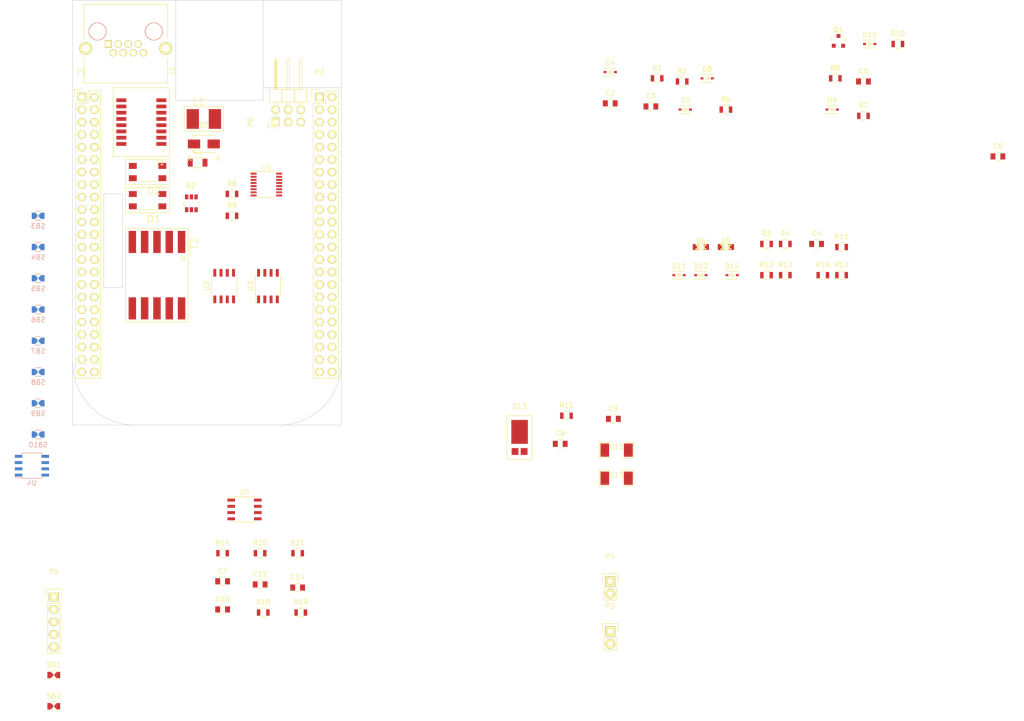
<source format=kicad_pcb>
(kicad_pcb (version 4) (host pcbnew "(2014-12-16 BZR 5324)-product")

  (general
    (links 183)
    (no_connects 183)
    (area 25.349999 25.349999 80.060001 111.810001)
    (thickness 1.6)
    (drawings 14)
    (tracks 0)
    (zones 0)
    (modules 76)
    (nets 151)
  )

  (page A4)
  (layers
    (0 F.Cu signal)
    (31 B.Cu signal)
    (32 B.Adhes user)
    (33 F.Adhes user)
    (34 B.Paste user)
    (35 F.Paste user)
    (36 B.SilkS user)
    (37 F.SilkS user)
    (38 B.Mask user)
    (39 F.Mask user)
    (40 Dwgs.User user)
    (41 Cmts.User user)
    (42 Eco1.User user)
    (43 Eco2.User user)
    (44 Edge.Cuts user)
    (45 Margin user)
    (46 B.CrtYd user)
    (47 F.CrtYd user)
    (48 B.Fab user)
    (49 F.Fab user)
  )

  (setup
    (last_trace_width 0.25)
    (trace_clearance 0.2)
    (zone_clearance 0.508)
    (zone_45_only no)
    (trace_min 0.2)
    (segment_width 0.2)
    (edge_width 0.1)
    (via_size 0.6)
    (via_drill 0.4)
    (via_min_size 0.4)
    (via_min_drill 0.3)
    (uvia_size 0.3)
    (uvia_drill 0.1)
    (uvias_allowed no)
    (uvia_min_size 0.2)
    (uvia_min_drill 0.1)
    (pcb_text_width 0.3)
    (pcb_text_size 1.5 1.5)
    (mod_edge_width 0.15)
    (mod_text_size 1 1)
    (mod_text_width 0.15)
    (pad_size 1.39 1.4)
    (pad_drill 0)
    (pad_to_mask_clearance 0)
    (aux_axis_origin 0 0)
    (visible_elements FFFFFF7F)
    (pcbplotparams
      (layerselection 0x00030_80000001)
      (usegerberextensions false)
      (excludeedgelayer true)
      (linewidth 0.100000)
      (plotframeref false)
      (viasonmask false)
      (mode 1)
      (useauxorigin false)
      (hpglpennumber 1)
      (hpglpenspeed 20)
      (hpglpendiameter 15)
      (hpglpenoverlay 2)
      (psnegative false)
      (psa4output false)
      (plotreference true)
      (plotvalue true)
      (plotinvisibletext false)
      (padsonsilk false)
      (subtractmaskfromsilk false)
      (outputformat 1)
      (mirror false)
      (drillshape 1)
      (scaleselection 1)
      (outputdirectory ""))
  )

  (net 0 "")
  (net 1 /PP_ETH_P_L)
  (net 2 /PP_ETH_N)
  (net 3 /NGATE_ITH_DRAIN)
  (net 4 "Net-(C3-Pad1)")
  (net 5 /PP_VCC)
  (net 6 GNDREF)
  (net 7 /PP_ETH_P)
  (net 8 GND)
  (net 9 /VOUT_FB)
  (net 10 /VOUT_FB_A)
  (net 11 /VOUT_RC)
  (net 12 +12V)
  (net 13 /VOUT_FB_K)
  (net 14 "Net-(C12-Pad2)")
  (net 15 /VOUT_FB_REF)
  (net 16 "Net-(D5-Pad2)")
  (net 17 "Net-(D6-Pad2)")
  (net 18 /ITH_FB)
  (net 19 "Net-(D8-Pad1)")
  (net 20 /SW_G)
  (net 21 "Net-(D9-Pad1)")
  (net 22 "Net-(D10-Pad2)")
  (net 23 "Net-(D11-Pad1)")
  (net 24 /AUX_ACTIVE)
  (net 25 /AUX_ACTIVE_D)
  (net 26 /VOUT_D)
  (net 27 /PP_12V_AUX)
  (net 28 +3V3)
  (net 29 /EEP_WP)
  (net 30 /BBB_SCL2)
  (net 31 /BBB_SDA2)
  (net 32 /EEP_A2)
  (net 33 /EEP_A1)
  (net 34 /EEP_A0)
  (net 35 +5V)
  (net 36 "Net-(P1-Pad7)")
  (net 37 "Net-(P1-Pad8)")
  (net 38 "Net-(P1-Pad9)")
  (net 39 /BBB_RESET_L)
  (net 40 "Net-(P1-Pad11)")
  (net 41 "Net-(P1-Pad12)")
  (net 42 "Net-(P1-Pad13)")
  (net 43 "Net-(P1-Pad14)")
  (net 44 "Net-(P1-Pad15)")
  (net 45 "Net-(P1-Pad16)")
  (net 46 "Net-(P1-Pad17)")
  (net 47 "Net-(P1-Pad18)")
  (net 48 "Net-(P1-Pad21)")
  (net 49 "Net-(P1-Pad22)")
  (net 50 "Net-(P1-Pad23)")
  (net 51 "Net-(P1-Pad24)")
  (net 52 "Net-(P1-Pad25)")
  (net 53 "Net-(P1-Pad26)")
  (net 54 "Net-(P1-Pad27)")
  (net 55 "Net-(P1-Pad28)")
  (net 56 "Net-(P1-Pad29)")
  (net 57 "Net-(P1-Pad30)")
  (net 58 "Net-(P1-Pad31)")
  (net 59 "Net-(P1-Pad32)")
  (net 60 "Net-(P1-Pad33)")
  (net 61 "Net-(P1-Pad34)")
  (net 62 "Net-(P1-Pad35)")
  (net 63 "Net-(P1-Pad36)")
  (net 64 "Net-(P1-Pad37)")
  (net 65 "Net-(P1-Pad38)")
  (net 66 "Net-(P1-Pad39)")
  (net 67 "Net-(P1-Pad40)")
  (net 68 "Net-(P1-Pad41)")
  (net 69 "Net-(P1-Pad42)")
  (net 70 "Net-(P1-Pad43)")
  (net 71 "Net-(P1-Pad44)")
  (net 72 "Net-(P1-Pad45)")
  (net 73 "Net-(P1-Pad46)")
  (net 74 "Net-(P2-Pad1)")
  (net 75 "Net-(P2-Pad2)")
  (net 76 "Net-(P2-Pad3)")
  (net 77 "Net-(P2-Pad4)")
  (net 78 "Net-(P2-Pad5)")
  (net 79 "Net-(P2-Pad6)")
  (net 80 "Net-(P2-Pad7)")
  (net 81 "Net-(P2-Pad8)")
  (net 82 "Net-(P2-Pad9)")
  (net 83 "Net-(P2-Pad10)")
  (net 84 "Net-(P2-Pad11)")
  (net 85 "Net-(P2-Pad12)")
  (net 86 "Net-(P2-Pad13)")
  (net 87 "Net-(P2-Pad14)")
  (net 88 "Net-(P2-Pad15)")
  (net 89 "Net-(P2-Pad16)")
  (net 90 "Net-(P2-Pad17)")
  (net 91 "Net-(P2-Pad18)")
  (net 92 "Net-(P2-Pad19)")
  (net 93 "Net-(P2-Pad20)")
  (net 94 "Net-(P2-Pad21)")
  (net 95 "Net-(P2-Pad22)")
  (net 96 "Net-(P2-Pad23)")
  (net 97 "Net-(P2-Pad24)")
  (net 98 "Net-(P2-Pad25)")
  (net 99 "Net-(P2-Pad26)")
  (net 100 "Net-(P2-Pad27)")
  (net 101 "Net-(P2-Pad28)")
  (net 102 "Net-(P2-Pad29)")
  (net 103 "Net-(P2-Pad30)")
  (net 104 "Net-(P2-Pad31)")
  (net 105 "Net-(P2-Pad32)")
  (net 106 "Net-(P2-Pad33)")
  (net 107 "Net-(P2-Pad34)")
  (net 108 "Net-(P2-Pad35)")
  (net 109 "Net-(P2-Pad36)")
  (net 110 "Net-(P2-Pad37)")
  (net 111 "Net-(P2-Pad38)")
  (net 112 "Net-(P2-Pad39)")
  (net 113 "Net-(P2-Pad40)")
  (net 114 "Net-(P2-Pad41)")
  (net 115 "Net-(P2-Pad42)")
  (net 116 "Net-(P2-Pad43)")
  (net 117 "Net-(P2-Pad44)")
  (net 118 "Net-(P2-Pad45)")
  (net 119 "Net-(P2-Pad46)")
  (net 120 /5V_SHDN_L)
  (net 121 /5V_PG)
  (net 122 "Net-(R6-Pad1)")
  (net 123 /SW_S)
  (net 124 /SW_SENSE)
  (net 125 "Net-(R10-Pad1)")
  (net 126 /SIGDISA)
  (net 127 "Net-(R13-Pad1)")
  (net 128 /PWRGD_ISO)
  (net 129 "Net-(J1-Pad1)")
  (net 130 "Net-(J1-Pad2)")
  (net 131 "Net-(J1-Pad3)")
  (net 132 "Net-(D2-Pad3)")
  (net 133 "Net-(J1-Pad6)")
  (net 134 "Net-(D2-Pad4)")
  (net 135 "Net-(U1-Pad6)")
  (net 136 "Net-(U1-Pad8)")
  (net 137 "Net-(U1-Pad9)")
  (net 138 /PWRGD_L)
  (net 139 /SW_D)
  (net 140 "Net-(U5-Pad2)")
  (net 141 "Net-(U5-Pad4)")
  (net 142 "Net-(U5-Pad7)")
  (net 143 "Net-(T1-Pad2)")
  (net 144 "Net-(T1-Pad7)")
  (net 145 "Net-(D1-Pad4)")
  (net 146 "Net-(D1-Pad3)")
  (net 147 "Net-(P6-Pad1)")
  (net 148 "Net-(P6-Pad2)")
  (net 149 "Net-(P6-Pad5)")
  (net 150 "Net-(P6-Pad6)")

  (net_class Default "This is the default net class."
    (clearance 0.2)
    (trace_width 0.25)
    (via_dia 0.6)
    (via_drill 0.4)
    (uvia_dia 0.3)
    (uvia_drill 0.1)
    (add_net +12V)
    (add_net +3V3)
    (add_net +5V)
    (add_net /5V_PG)
    (add_net /5V_SHDN_L)
    (add_net /AUX_ACTIVE)
    (add_net /AUX_ACTIVE_D)
    (add_net /BBB_RESET_L)
    (add_net /BBB_SCL2)
    (add_net /BBB_SDA2)
    (add_net /EEP_A0)
    (add_net /EEP_A1)
    (add_net /EEP_A2)
    (add_net /EEP_WP)
    (add_net /ITH_FB)
    (add_net /NGATE_ITH_DRAIN)
    (add_net /PP_12V_AUX)
    (add_net /PP_ETH_N)
    (add_net /PP_ETH_P)
    (add_net /PP_ETH_P_L)
    (add_net /PP_VCC)
    (add_net /PWRGD_ISO)
    (add_net /PWRGD_L)
    (add_net /SIGDISA)
    (add_net /SW_D)
    (add_net /SW_G)
    (add_net /SW_S)
    (add_net /SW_SENSE)
    (add_net /VOUT_D)
    (add_net /VOUT_FB)
    (add_net /VOUT_FB_A)
    (add_net /VOUT_FB_K)
    (add_net /VOUT_FB_REF)
    (add_net /VOUT_RC)
    (add_net GND)
    (add_net GNDREF)
    (add_net "Net-(C12-Pad2)")
    (add_net "Net-(C3-Pad1)")
    (add_net "Net-(D1-Pad3)")
    (add_net "Net-(D1-Pad4)")
    (add_net "Net-(D10-Pad2)")
    (add_net "Net-(D11-Pad1)")
    (add_net "Net-(D2-Pad3)")
    (add_net "Net-(D2-Pad4)")
    (add_net "Net-(D5-Pad2)")
    (add_net "Net-(D6-Pad2)")
    (add_net "Net-(D8-Pad1)")
    (add_net "Net-(D9-Pad1)")
    (add_net "Net-(J1-Pad1)")
    (add_net "Net-(J1-Pad2)")
    (add_net "Net-(J1-Pad3)")
    (add_net "Net-(J1-Pad6)")
    (add_net "Net-(P1-Pad11)")
    (add_net "Net-(P1-Pad12)")
    (add_net "Net-(P1-Pad13)")
    (add_net "Net-(P1-Pad14)")
    (add_net "Net-(P1-Pad15)")
    (add_net "Net-(P1-Pad16)")
    (add_net "Net-(P1-Pad17)")
    (add_net "Net-(P1-Pad18)")
    (add_net "Net-(P1-Pad21)")
    (add_net "Net-(P1-Pad22)")
    (add_net "Net-(P1-Pad23)")
    (add_net "Net-(P1-Pad24)")
    (add_net "Net-(P1-Pad25)")
    (add_net "Net-(P1-Pad26)")
    (add_net "Net-(P1-Pad27)")
    (add_net "Net-(P1-Pad28)")
    (add_net "Net-(P1-Pad29)")
    (add_net "Net-(P1-Pad30)")
    (add_net "Net-(P1-Pad31)")
    (add_net "Net-(P1-Pad32)")
    (add_net "Net-(P1-Pad33)")
    (add_net "Net-(P1-Pad34)")
    (add_net "Net-(P1-Pad35)")
    (add_net "Net-(P1-Pad36)")
    (add_net "Net-(P1-Pad37)")
    (add_net "Net-(P1-Pad38)")
    (add_net "Net-(P1-Pad39)")
    (add_net "Net-(P1-Pad40)")
    (add_net "Net-(P1-Pad41)")
    (add_net "Net-(P1-Pad42)")
    (add_net "Net-(P1-Pad43)")
    (add_net "Net-(P1-Pad44)")
    (add_net "Net-(P1-Pad45)")
    (add_net "Net-(P1-Pad46)")
    (add_net "Net-(P1-Pad7)")
    (add_net "Net-(P1-Pad8)")
    (add_net "Net-(P1-Pad9)")
    (add_net "Net-(P2-Pad1)")
    (add_net "Net-(P2-Pad10)")
    (add_net "Net-(P2-Pad11)")
    (add_net "Net-(P2-Pad12)")
    (add_net "Net-(P2-Pad13)")
    (add_net "Net-(P2-Pad14)")
    (add_net "Net-(P2-Pad15)")
    (add_net "Net-(P2-Pad16)")
    (add_net "Net-(P2-Pad17)")
    (add_net "Net-(P2-Pad18)")
    (add_net "Net-(P2-Pad19)")
    (add_net "Net-(P2-Pad2)")
    (add_net "Net-(P2-Pad20)")
    (add_net "Net-(P2-Pad21)")
    (add_net "Net-(P2-Pad22)")
    (add_net "Net-(P2-Pad23)")
    (add_net "Net-(P2-Pad24)")
    (add_net "Net-(P2-Pad25)")
    (add_net "Net-(P2-Pad26)")
    (add_net "Net-(P2-Pad27)")
    (add_net "Net-(P2-Pad28)")
    (add_net "Net-(P2-Pad29)")
    (add_net "Net-(P2-Pad3)")
    (add_net "Net-(P2-Pad30)")
    (add_net "Net-(P2-Pad31)")
    (add_net "Net-(P2-Pad32)")
    (add_net "Net-(P2-Pad33)")
    (add_net "Net-(P2-Pad34)")
    (add_net "Net-(P2-Pad35)")
    (add_net "Net-(P2-Pad36)")
    (add_net "Net-(P2-Pad37)")
    (add_net "Net-(P2-Pad38)")
    (add_net "Net-(P2-Pad39)")
    (add_net "Net-(P2-Pad4)")
    (add_net "Net-(P2-Pad40)")
    (add_net "Net-(P2-Pad41)")
    (add_net "Net-(P2-Pad42)")
    (add_net "Net-(P2-Pad43)")
    (add_net "Net-(P2-Pad44)")
    (add_net "Net-(P2-Pad45)")
    (add_net "Net-(P2-Pad46)")
    (add_net "Net-(P2-Pad5)")
    (add_net "Net-(P2-Pad6)")
    (add_net "Net-(P2-Pad7)")
    (add_net "Net-(P2-Pad8)")
    (add_net "Net-(P2-Pad9)")
    (add_net "Net-(P6-Pad1)")
    (add_net "Net-(P6-Pad2)")
    (add_net "Net-(P6-Pad5)")
    (add_net "Net-(P6-Pad6)")
    (add_net "Net-(R10-Pad1)")
    (add_net "Net-(R13-Pad1)")
    (add_net "Net-(R6-Pad1)")
    (add_net "Net-(T1-Pad2)")
    (add_net "Net-(T1-Pad7)")
    (add_net "Net-(U1-Pad6)")
    (add_net "Net-(U1-Pad8)")
    (add_net "Net-(U1-Pad9)")
    (add_net "Net-(U5-Pad2)")
    (add_net "Net-(U5-Pad4)")
    (add_net "Net-(U5-Pad7)")
  )

  (module Capacitors_SMD:C_0805 (layer F.Cu) (tedit 5415D6EA) (tstamp 55B71DC9)
    (at 134.62 46.355)
    (descr "Capacitor SMD 0805, reflow soldering, AVX (see smccp.pdf)")
    (tags "capacitor 0805")
    (path /55AF1AF8)
    (attr smd)
    (fp_text reference C2 (at 0 -2.1) (layer F.SilkS)
      (effects (font (size 1 1) (thickness 0.15)))
    )
    (fp_text value "0.47uF 16V" (at 0 2.1) (layer F.Fab)
      (effects (font (size 1 1) (thickness 0.15)))
    )
    (fp_line (start -1.8 -1) (end 1.8 -1) (layer F.CrtYd) (width 0.05))
    (fp_line (start -1.8 1) (end 1.8 1) (layer F.CrtYd) (width 0.05))
    (fp_line (start -1.8 -1) (end -1.8 1) (layer F.CrtYd) (width 0.05))
    (fp_line (start 1.8 -1) (end 1.8 1) (layer F.CrtYd) (width 0.05))
    (fp_line (start 0.5 -0.85) (end -0.5 -0.85) (layer F.SilkS) (width 0.15))
    (fp_line (start -0.5 0.85) (end 0.5 0.85) (layer F.SilkS) (width 0.15))
    (pad 1 smd rect (at -1 0) (size 1 1.25) (layers F.Cu F.Paste F.Mask)
      (net 3 /NGATE_ITH_DRAIN))
    (pad 2 smd rect (at 1 0) (size 1 1.25) (layers F.Cu F.Paste F.Mask)
      (net 2 /PP_ETH_N))
    (model Capacitors_SMD.3dshapes/C_0805.wrl
      (at (xyz 0 0 0))
      (scale (xyz 1 1 1))
      (rotate (xyz 0 0 0))
    )
  )

  (module Capacitors_SMD:C_0805 (layer F.Cu) (tedit 5415D6EA) (tstamp 55B71DD5)
    (at 142.875 46.99)
    (descr "Capacitor SMD 0805, reflow soldering, AVX (see smccp.pdf)")
    (tags "capacitor 0805")
    (path /55AF0A55)
    (attr smd)
    (fp_text reference C3 (at 0 -2.1) (layer F.SilkS)
      (effects (font (size 1 1) (thickness 0.15)))
    )
    (fp_text value "0.01uF 25V" (at 0 2.1) (layer F.Fab)
      (effects (font (size 1 1) (thickness 0.15)))
    )
    (fp_line (start -1.8 -1) (end 1.8 -1) (layer F.CrtYd) (width 0.05))
    (fp_line (start -1.8 1) (end 1.8 1) (layer F.CrtYd) (width 0.05))
    (fp_line (start -1.8 -1) (end -1.8 1) (layer F.CrtYd) (width 0.05))
    (fp_line (start 1.8 -1) (end 1.8 1) (layer F.CrtYd) (width 0.05))
    (fp_line (start 0.5 -0.85) (end -0.5 -0.85) (layer F.SilkS) (width 0.15))
    (fp_line (start -0.5 0.85) (end 0.5 0.85) (layer F.SilkS) (width 0.15))
    (pad 1 smd rect (at -1 0) (size 1 1.25) (layers F.Cu F.Paste F.Mask)
      (net 4 "Net-(C3-Pad1)"))
    (pad 2 smd rect (at 1 0) (size 1 1.25) (layers F.Cu F.Paste F.Mask)
      (net 2 /PP_ETH_N))
    (model Capacitors_SMD.3dshapes/C_0805.wrl
      (at (xyz 0 0 0))
      (scale (xyz 1 1 1))
      (rotate (xyz 0 0 0))
    )
  )

  (module Capacitors_SMD:C_0805 (layer F.Cu) (tedit 5415D6EA) (tstamp 55B71DE1)
    (at 176.53 74.93)
    (descr "Capacitor SMD 0805, reflow soldering, AVX (see smccp.pdf)")
    (tags "capacitor 0805")
    (path /55A75DDA)
    (attr smd)
    (fp_text reference C4 (at 0 -2.1) (layer F.SilkS)
      (effects (font (size 1 1) (thickness 0.15)))
    )
    (fp_text value 4.7uF (at 0 2.1) (layer F.Fab)
      (effects (font (size 1 1) (thickness 0.15)))
    )
    (fp_line (start -1.8 -1) (end 1.8 -1) (layer F.CrtYd) (width 0.05))
    (fp_line (start -1.8 1) (end 1.8 1) (layer F.CrtYd) (width 0.05))
    (fp_line (start -1.8 -1) (end -1.8 1) (layer F.CrtYd) (width 0.05))
    (fp_line (start 1.8 -1) (end 1.8 1) (layer F.CrtYd) (width 0.05))
    (fp_line (start 0.5 -0.85) (end -0.5 -0.85) (layer F.SilkS) (width 0.15))
    (fp_line (start -0.5 0.85) (end 0.5 0.85) (layer F.SilkS) (width 0.15))
    (pad 1 smd rect (at -1 0) (size 1 1.25) (layers F.Cu F.Paste F.Mask)
      (net 5 /PP_VCC))
    (pad 2 smd rect (at 1 0) (size 1 1.25) (layers F.Cu F.Paste F.Mask)
      (net 6 GNDREF))
    (model Capacitors_SMD.3dshapes/C_0805.wrl
      (at (xyz 0 0 0))
      (scale (xyz 1 1 1))
      (rotate (xyz 0 0 0))
    )
  )

  (module Capacitors_SMD:C_0805 (layer F.Cu) (tedit 5415D6EA) (tstamp 55B71DED)
    (at 186.055 41.91)
    (descr "Capacitor SMD 0805, reflow soldering, AVX (see smccp.pdf)")
    (tags "capacitor 0805")
    (path /55A75011)
    (attr smd)
    (fp_text reference C5 (at 0 -2.1) (layer F.SilkS)
      (effects (font (size 1 1) (thickness 0.15)))
    )
    (fp_text value 0.1uF (at 0 2.1) (layer F.Fab)
      (effects (font (size 1 1) (thickness 0.15)))
    )
    (fp_line (start -1.8 -1) (end 1.8 -1) (layer F.CrtYd) (width 0.05))
    (fp_line (start -1.8 1) (end 1.8 1) (layer F.CrtYd) (width 0.05))
    (fp_line (start -1.8 -1) (end -1.8 1) (layer F.CrtYd) (width 0.05))
    (fp_line (start 1.8 -1) (end 1.8 1) (layer F.CrtYd) (width 0.05))
    (fp_line (start 0.5 -0.85) (end -0.5 -0.85) (layer F.SilkS) (width 0.15))
    (fp_line (start -0.5 0.85) (end 0.5 0.85) (layer F.SilkS) (width 0.15))
    (pad 1 smd rect (at -1 0) (size 1 1.25) (layers F.Cu F.Paste F.Mask)
      (net 7 /PP_ETH_P))
    (pad 2 smd rect (at 1 0) (size 1 1.25) (layers F.Cu F.Paste F.Mask)
      (net 6 GNDREF))
    (model Capacitors_SMD.3dshapes/C_0805.wrl
      (at (xyz 0 0 0))
      (scale (xyz 1 1 1))
      (rotate (xyz 0 0 0))
    )
  )

  (module Capacitors_SMD:C_0805 (layer F.Cu) (tedit 5415D6EA) (tstamp 55B71DF9)
    (at 213.36 57.15)
    (descr "Capacitor SMD 0805, reflow soldering, AVX (see smccp.pdf)")
    (tags "capacitor 0805")
    (path /55A75B9F)
    (attr smd)
    (fp_text reference C6 (at 0 -2.1) (layer F.SilkS)
      (effects (font (size 1 1) (thickness 0.15)))
    )
    (fp_text value "2.2nF 250Vac" (at 0 2.1) (layer F.Fab)
      (effects (font (size 1 1) (thickness 0.15)))
    )
    (fp_line (start -1.8 -1) (end 1.8 -1) (layer F.CrtYd) (width 0.05))
    (fp_line (start -1.8 1) (end 1.8 1) (layer F.CrtYd) (width 0.05))
    (fp_line (start -1.8 -1) (end -1.8 1) (layer F.CrtYd) (width 0.05))
    (fp_line (start 1.8 -1) (end 1.8 1) (layer F.CrtYd) (width 0.05))
    (fp_line (start 0.5 -0.85) (end -0.5 -0.85) (layer F.SilkS) (width 0.15))
    (fp_line (start -0.5 0.85) (end 0.5 0.85) (layer F.SilkS) (width 0.15))
    (pad 1 smd rect (at -1 0) (size 1 1.25) (layers F.Cu F.Paste F.Mask)
      (net 6 GNDREF))
    (pad 2 smd rect (at 1 0) (size 1 1.25) (layers F.Cu F.Paste F.Mask)
      (net 8 GND))
    (model Capacitors_SMD.3dshapes/C_0805.wrl
      (at (xyz 0 0 0))
      (scale (xyz 1 1 1))
      (rotate (xyz 0 0 0))
    )
  )

  (module Capacitors_SMD:C_0805 (layer F.Cu) (tedit 5415D6EA) (tstamp 55B71E05)
    (at 55.88 143.51)
    (descr "Capacitor SMD 0805, reflow soldering, AVX (see smccp.pdf)")
    (tags "capacitor 0805")
    (path /55A74CC6)
    (attr smd)
    (fp_text reference C7 (at 0 -2.1) (layer F.SilkS)
      (effects (font (size 1 1) (thickness 0.15)))
    )
    (fp_text value "0.01uF 25V" (at 0 2.1) (layer F.Fab)
      (effects (font (size 1 1) (thickness 0.15)))
    )
    (fp_line (start -1.8 -1) (end 1.8 -1) (layer F.CrtYd) (width 0.05))
    (fp_line (start -1.8 1) (end 1.8 1) (layer F.CrtYd) (width 0.05))
    (fp_line (start -1.8 -1) (end -1.8 1) (layer F.CrtYd) (width 0.05))
    (fp_line (start 1.8 -1) (end 1.8 1) (layer F.CrtYd) (width 0.05))
    (fp_line (start 0.5 -0.85) (end -0.5 -0.85) (layer F.SilkS) (width 0.15))
    (fp_line (start -0.5 0.85) (end 0.5 0.85) (layer F.SilkS) (width 0.15))
    (pad 1 smd rect (at -1 0) (size 1 1.25) (layers F.Cu F.Paste F.Mask)
      (net 9 /VOUT_FB))
    (pad 2 smd rect (at 1 0) (size 1 1.25) (layers F.Cu F.Paste F.Mask)
      (net 10 /VOUT_FB_A))
    (model Capacitors_SMD.3dshapes/C_0805.wrl
      (at (xyz 0 0 0))
      (scale (xyz 1 1 1))
      (rotate (xyz 0 0 0))
    )
  )

  (module Capacitors_SMD:C_0805 (layer F.Cu) (tedit 5415D6EA) (tstamp 55B71E11)
    (at 124.46 115.57)
    (descr "Capacitor SMD 0805, reflow soldering, AVX (see smccp.pdf)")
    (tags "capacitor 0805")
    (path /55A771CF)
    (attr smd)
    (fp_text reference C8 (at 0 -2.1) (layer F.SilkS)
      (effects (font (size 1 1) (thickness 0.15)))
    )
    (fp_text value "680pF 50V" (at 0 2.1) (layer F.Fab)
      (effects (font (size 1 1) (thickness 0.15)))
    )
    (fp_line (start -1.8 -1) (end 1.8 -1) (layer F.CrtYd) (width 0.05))
    (fp_line (start -1.8 1) (end 1.8 1) (layer F.CrtYd) (width 0.05))
    (fp_line (start -1.8 -1) (end -1.8 1) (layer F.CrtYd) (width 0.05))
    (fp_line (start 1.8 -1) (end 1.8 1) (layer F.CrtYd) (width 0.05))
    (fp_line (start 0.5 -0.85) (end -0.5 -0.85) (layer F.SilkS) (width 0.15))
    (fp_line (start -0.5 0.85) (end 0.5 0.85) (layer F.SilkS) (width 0.15))
    (pad 1 smd rect (at -1 0) (size 1 1.25) (layers F.Cu F.Paste F.Mask)
      (net 11 /VOUT_RC))
    (pad 2 smd rect (at 1 0) (size 1 1.25) (layers F.Cu F.Paste F.Mask)
      (net 12 +12V))
    (model Capacitors_SMD.3dshapes/C_0805.wrl
      (at (xyz 0 0 0))
      (scale (xyz 1 1 1))
      (rotate (xyz 0 0 0))
    )
  )

  (module Capacitors_SMD:C_0805 (layer F.Cu) (tedit 5415D6EA) (tstamp 55B71E1D)
    (at 135.255 110.49)
    (descr "Capacitor SMD 0805, reflow soldering, AVX (see smccp.pdf)")
    (tags "capacitor 0805")
    (path /55A7668E)
    (attr smd)
    (fp_text reference C9 (at 0 -2.1) (layer F.SilkS)
      (effects (font (size 1 1) (thickness 0.15)))
    )
    (fp_text value "10uF 16V" (at 0 2.1) (layer F.Fab)
      (effects (font (size 1 1) (thickness 0.15)))
    )
    (fp_line (start -1.8 -1) (end 1.8 -1) (layer F.CrtYd) (width 0.05))
    (fp_line (start -1.8 1) (end 1.8 1) (layer F.CrtYd) (width 0.05))
    (fp_line (start -1.8 -1) (end -1.8 1) (layer F.CrtYd) (width 0.05))
    (fp_line (start 1.8 -1) (end 1.8 1) (layer F.CrtYd) (width 0.05))
    (fp_line (start 0.5 -0.85) (end -0.5 -0.85) (layer F.SilkS) (width 0.15))
    (fp_line (start -0.5 0.85) (end 0.5 0.85) (layer F.SilkS) (width 0.15))
    (pad 1 smd rect (at -1 0) (size 1 1.25) (layers F.Cu F.Paste F.Mask)
      (net 12 +12V))
    (pad 2 smd rect (at 1 0) (size 1 1.25) (layers F.Cu F.Paste F.Mask)
      (net 8 GND))
    (model Capacitors_SMD.3dshapes/C_0805.wrl
      (at (xyz 0 0 0))
      (scale (xyz 1 1 1))
      (rotate (xyz 0 0 0))
    )
  )

  (module Capacitors_SMD:C_0805 (layer F.Cu) (tedit 5415D6EA) (tstamp 55B71E29)
    (at 55.88 149.225)
    (descr "Capacitor SMD 0805, reflow soldering, AVX (see smccp.pdf)")
    (tags "capacitor 0805")
    (path /55A7527A)
    (attr smd)
    (fp_text reference C10 (at 0 -2.1) (layer F.SilkS)
      (effects (font (size 1 1) (thickness 0.15)))
    )
    (fp_text value "0.01uF 25V" (at 0 2.1) (layer F.Fab)
      (effects (font (size 1 1) (thickness 0.15)))
    )
    (fp_line (start -1.8 -1) (end 1.8 -1) (layer F.CrtYd) (width 0.05))
    (fp_line (start -1.8 1) (end 1.8 1) (layer F.CrtYd) (width 0.05))
    (fp_line (start -1.8 -1) (end -1.8 1) (layer F.CrtYd) (width 0.05))
    (fp_line (start 1.8 -1) (end 1.8 1) (layer F.CrtYd) (width 0.05))
    (fp_line (start 0.5 -0.85) (end -0.5 -0.85) (layer F.SilkS) (width 0.15))
    (fp_line (start -0.5 0.85) (end 0.5 0.85) (layer F.SilkS) (width 0.15))
    (pad 1 smd rect (at -1 0) (size 1 1.25) (layers F.Cu F.Paste F.Mask)
      (net 9 /VOUT_FB))
    (pad 2 smd rect (at 1 0) (size 1 1.25) (layers F.Cu F.Paste F.Mask)
      (net 8 GND))
    (model Capacitors_SMD.3dshapes/C_0805.wrl
      (at (xyz 0 0 0))
      (scale (xyz 1 1 1))
      (rotate (xyz 0 0 0))
    )
  )

  (module SMD_Packages:SMD-2010_Pol (layer F.Cu) (tedit 0) (tstamp 55B71E36)
    (at 135.89 116.84)
    (tags "CMS SMD")
    (path /55A7660D)
    (attr smd)
    (fp_text reference C11 (at 0 -0.7) (layer F.SilkS)
      (effects (font (size 1 1) (thickness 0.15)))
    )
    (fp_text value "47uF 20V" (at 0 0.8) (layer F.Fab)
      (effects (font (size 1 1) (thickness 0.15)))
    )
    (fp_line (start -3.3 -1.6) (end -3.3 1.6) (layer F.SilkS) (width 0.15))
    (fp_line (start 3.50012 -1.6002) (end 3.50012 1.6002) (layer F.SilkS) (width 0.15))
    (fp_line (start -3.5 -1.6) (end -3.5 1.6) (layer F.SilkS) (width 0.15))
    (fp_line (start 1.19634 1.60528) (end 3.48234 1.60528) (layer F.SilkS) (width 0.15))
    (fp_line (start 3.48234 -1.60528) (end 1.19634 -1.60528) (layer F.SilkS) (width 0.15))
    (fp_line (start -1.2 -1.6) (end -3.5 -1.6) (layer F.SilkS) (width 0.15))
    (fp_line (start -3.5 1.6) (end -1.2 1.6) (layer F.SilkS) (width 0.15))
    (pad 1 smd rect (at -2.4003 0) (size 1.80086 2.70002) (layers F.Cu F.Paste F.Mask)
      (net 12 +12V))
    (pad 2 smd rect (at 2.4003 0) (size 1.80086 2.70002) (layers F.Cu F.Paste F.Mask)
      (net 8 GND))
    (model SMD_Packages.3dshapes/SMD-2010_Pol.wrl
      (at (xyz 0 0 0))
      (scale (xyz 0.35 0.35 0.35))
      (rotate (xyz 0 0 0))
    )
  )

  (module Capacitors_SMD:C_0805 (layer F.Cu) (tedit 5415D6EA) (tstamp 55B71E42)
    (at 63.5 144.145)
    (descr "Capacitor SMD 0805, reflow soldering, AVX (see smccp.pdf)")
    (tags "capacitor 0805")
    (path /55A1D8CC)
    (attr smd)
    (fp_text reference C12 (at 0 -2.1) (layer F.SilkS)
      (effects (font (size 1 1) (thickness 0.15)))
    )
    (fp_text value C_Small (at 0 2.1) (layer F.Fab)
      (effects (font (size 1 1) (thickness 0.15)))
    )
    (fp_line (start -1.8 -1) (end 1.8 -1) (layer F.CrtYd) (width 0.05))
    (fp_line (start -1.8 1) (end 1.8 1) (layer F.CrtYd) (width 0.05))
    (fp_line (start -1.8 -1) (end -1.8 1) (layer F.CrtYd) (width 0.05))
    (fp_line (start 1.8 -1) (end 1.8 1) (layer F.CrtYd) (width 0.05))
    (fp_line (start 0.5 -0.85) (end -0.5 -0.85) (layer F.SilkS) (width 0.15))
    (fp_line (start -0.5 0.85) (end 0.5 0.85) (layer F.SilkS) (width 0.15))
    (pad 1 smd rect (at -1 0) (size 1 1.25) (layers F.Cu F.Paste F.Mask)
      (net 13 /VOUT_FB_K))
    (pad 2 smd rect (at 1 0) (size 1 1.25) (layers F.Cu F.Paste F.Mask)
      (net 14 "Net-(C12-Pad2)"))
    (model Capacitors_SMD.3dshapes/C_0805.wrl
      (at (xyz 0 0 0))
      (scale (xyz 1 1 1))
      (rotate (xyz 0 0 0))
    )
  )

  (module SMD_Packages:SMD-2010_Pol (layer F.Cu) (tedit 0) (tstamp 55B71E4F)
    (at 135.89 122.555)
    (tags "CMS SMD")
    (path /55A7657C)
    (attr smd)
    (fp_text reference C13 (at 0 -0.7) (layer F.SilkS)
      (effects (font (size 1 1) (thickness 0.15)))
    )
    (fp_text value "47uF 20V" (at 0 0.8) (layer F.Fab)
      (effects (font (size 1 1) (thickness 0.15)))
    )
    (fp_line (start -3.3 -1.6) (end -3.3 1.6) (layer F.SilkS) (width 0.15))
    (fp_line (start 3.50012 -1.6002) (end 3.50012 1.6002) (layer F.SilkS) (width 0.15))
    (fp_line (start -3.5 -1.6) (end -3.5 1.6) (layer F.SilkS) (width 0.15))
    (fp_line (start 1.19634 1.60528) (end 3.48234 1.60528) (layer F.SilkS) (width 0.15))
    (fp_line (start 3.48234 -1.60528) (end 1.19634 -1.60528) (layer F.SilkS) (width 0.15))
    (fp_line (start -1.2 -1.6) (end -3.5 -1.6) (layer F.SilkS) (width 0.15))
    (fp_line (start -3.5 1.6) (end -1.2 1.6) (layer F.SilkS) (width 0.15))
    (pad 1 smd rect (at -2.4003 0) (size 1.80086 2.70002) (layers F.Cu F.Paste F.Mask)
      (net 12 +12V))
    (pad 2 smd rect (at 2.4003 0) (size 1.80086 2.70002) (layers F.Cu F.Paste F.Mask)
      (net 8 GND))
    (model SMD_Packages.3dshapes/SMD-2010_Pol.wrl
      (at (xyz 0 0 0))
      (scale (xyz 0.35 0.35 0.35))
      (rotate (xyz 0 0 0))
    )
  )

  (module Capacitors_SMD:C_0805 (layer F.Cu) (tedit 5415D6EA) (tstamp 55B71E5B)
    (at 71.12 144.78)
    (descr "Capacitor SMD 0805, reflow soldering, AVX (see smccp.pdf)")
    (tags "capacitor 0805")
    (path /55A742C9)
    (attr smd)
    (fp_text reference C14 (at 0 -2.1) (layer F.SilkS)
      (effects (font (size 1 1) (thickness 0.15)))
    )
    (fp_text value ? (at 0 2.1) (layer F.Fab)
      (effects (font (size 1 1) (thickness 0.15)))
    )
    (fp_line (start -1.8 -1) (end 1.8 -1) (layer F.CrtYd) (width 0.05))
    (fp_line (start -1.8 1) (end 1.8 1) (layer F.CrtYd) (width 0.05))
    (fp_line (start -1.8 -1) (end -1.8 1) (layer F.CrtYd) (width 0.05))
    (fp_line (start 1.8 -1) (end 1.8 1) (layer F.CrtYd) (width 0.05))
    (fp_line (start 0.5 -0.85) (end -0.5 -0.85) (layer F.SilkS) (width 0.15))
    (fp_line (start -0.5 0.85) (end 0.5 0.85) (layer F.SilkS) (width 0.15))
    (pad 1 smd rect (at -1 0) (size 1 1.25) (layers F.Cu F.Paste F.Mask)
      (net 12 +12V))
    (pad 2 smd rect (at 1 0) (size 1 1.25) (layers F.Cu F.Paste F.Mask)
      (net 15 /VOUT_FB_REF))
    (model Capacitors_SMD.3dshapes/C_0805.wrl
      (at (xyz 0 0 0))
      (scale (xyz 1 1 1))
      (rotate (xyz 0 0 0))
    )
  )

  (module LEDs:LED-0805 (layer F.Cu) (tedit 5538B1C2) (tstamp 55B71E96)
    (at 158.115 75.565)
    (descr "LED 0805 smd package")
    (tags "LED 0805 SMD")
    (path /55A7992D)
    (attr smd)
    (fp_text reference D5 (at 0 -1.27) (layer F.SilkS)
      (effects (font (size 1 1) (thickness 0.15)))
    )
    (fp_text value GREEN (at 0 1.27) (layer F.Fab)
      (effects (font (size 1 1) (thickness 0.15)))
    )
    (fp_line (start -0.49784 0.29972) (end -0.49784 0.62484) (layer F.SilkS) (width 0.15))
    (fp_line (start -0.49784 0.62484) (end -0.99822 0.62484) (layer F.SilkS) (width 0.15))
    (fp_line (start -0.99822 0.29972) (end -0.99822 0.62484) (layer F.SilkS) (width 0.15))
    (fp_line (start -0.49784 0.29972) (end -0.99822 0.29972) (layer F.SilkS) (width 0.15))
    (fp_line (start -0.49784 -0.32258) (end -0.49784 -0.17272) (layer F.SilkS) (width 0.15))
    (fp_line (start -0.49784 -0.17272) (end -0.7493 -0.17272) (layer F.SilkS) (width 0.15))
    (fp_line (start -0.7493 -0.32258) (end -0.7493 -0.17272) (layer F.SilkS) (width 0.15))
    (fp_line (start -0.49784 -0.32258) (end -0.7493 -0.32258) (layer F.SilkS) (width 0.15))
    (fp_line (start -0.49784 0.17272) (end -0.49784 0.32258) (layer F.SilkS) (width 0.15))
    (fp_line (start -0.49784 0.32258) (end -0.7493 0.32258) (layer F.SilkS) (width 0.15))
    (fp_line (start -0.7493 0.17272) (end -0.7493 0.32258) (layer F.SilkS) (width 0.15))
    (fp_line (start -0.49784 0.17272) (end -0.7493 0.17272) (layer F.SilkS) (width 0.15))
    (fp_line (start -0.49784 -0.19812) (end -0.49784 0.19812) (layer F.SilkS) (width 0.15))
    (fp_line (start -0.49784 0.19812) (end -0.6731 0.19812) (layer F.SilkS) (width 0.15))
    (fp_line (start -0.6731 -0.19812) (end -0.6731 0.19812) (layer F.SilkS) (width 0.15))
    (fp_line (start -0.49784 -0.19812) (end -0.6731 -0.19812) (layer F.SilkS) (width 0.15))
    (fp_line (start 0.99822 0.29972) (end 0.99822 0.62484) (layer F.SilkS) (width 0.15))
    (fp_line (start 0.99822 0.62484) (end 0.49784 0.62484) (layer F.SilkS) (width 0.15))
    (fp_line (start 0.49784 0.29972) (end 0.49784 0.62484) (layer F.SilkS) (width 0.15))
    (fp_line (start 0.99822 0.29972) (end 0.49784 0.29972) (layer F.SilkS) (width 0.15))
    (fp_line (start 0.99822 -0.62484) (end 0.99822 -0.29972) (layer F.SilkS) (width 0.15))
    (fp_line (start 0.99822 -0.29972) (end 0.49784 -0.29972) (layer F.SilkS) (width 0.15))
    (fp_line (start 0.49784 -0.62484) (end 0.49784 -0.29972) (layer F.SilkS) (width 0.15))
    (fp_line (start 0.99822 -0.62484) (end 0.49784 -0.62484) (layer F.SilkS) (width 0.15))
    (fp_line (start 0.7493 0.17272) (end 0.7493 0.32258) (layer F.SilkS) (width 0.15))
    (fp_line (start 0.7493 0.32258) (end 0.49784 0.32258) (layer F.SilkS) (width 0.15))
    (fp_line (start 0.49784 0.17272) (end 0.49784 0.32258) (layer F.SilkS) (width 0.15))
    (fp_line (start 0.7493 0.17272) (end 0.49784 0.17272) (layer F.SilkS) (width 0.15))
    (fp_line (start 0.7493 -0.32258) (end 0.7493 -0.17272) (layer F.SilkS) (width 0.15))
    (fp_line (start 0.7493 -0.17272) (end 0.49784 -0.17272) (layer F.SilkS) (width 0.15))
    (fp_line (start 0.49784 -0.32258) (end 0.49784 -0.17272) (layer F.SilkS) (width 0.15))
    (fp_line (start 0.7493 -0.32258) (end 0.49784 -0.32258) (layer F.SilkS) (width 0.15))
    (fp_line (start 0.6731 -0.19812) (end 0.6731 0.19812) (layer F.SilkS) (width 0.15))
    (fp_line (start 0.6731 0.19812) (end 0.49784 0.19812) (layer F.SilkS) (width 0.15))
    (fp_line (start 0.49784 -0.19812) (end 0.49784 0.19812) (layer F.SilkS) (width 0.15))
    (fp_line (start 0.6731 -0.19812) (end 0.49784 -0.19812) (layer F.SilkS) (width 0.15))
    (fp_line (start 0 -0.09906) (end 0 0.09906) (layer F.SilkS) (width 0.15))
    (fp_line (start 0 0.09906) (end -0.19812 0.09906) (layer F.SilkS) (width 0.15))
    (fp_line (start -0.19812 -0.09906) (end -0.19812 0.09906) (layer F.SilkS) (width 0.15))
    (fp_line (start 0 -0.09906) (end -0.19812 -0.09906) (layer F.SilkS) (width 0.15))
    (fp_line (start -0.49784 -0.59944) (end -0.49784 -0.29972) (layer F.SilkS) (width 0.15))
    (fp_line (start -0.49784 -0.29972) (end -0.79756 -0.29972) (layer F.SilkS) (width 0.15))
    (fp_line (start -0.79756 -0.59944) (end -0.79756 -0.29972) (layer F.SilkS) (width 0.15))
    (fp_line (start -0.49784 -0.59944) (end -0.79756 -0.59944) (layer F.SilkS) (width 0.15))
    (fp_line (start -0.92456 -0.62484) (end -0.92456 -0.39878) (layer F.SilkS) (width 0.15))
    (fp_line (start -0.92456 -0.39878) (end -0.99822 -0.39878) (layer F.SilkS) (width 0.15))
    (fp_line (start -0.99822 -0.62484) (end -0.99822 -0.39878) (layer F.SilkS) (width 0.15))
    (fp_line (start -0.92456 -0.62484) (end -0.99822 -0.62484) (layer F.SilkS) (width 0.15))
    (fp_line (start -0.52324 0.57404) (end 0.52324 0.57404) (layer F.SilkS) (width 0.15))
    (fp_line (start 0.49784 -0.57404) (end -0.92456 -0.57404) (layer F.SilkS) (width 0.15))
    (fp_circle (center -0.84836 -0.44958) (end -0.89916 -0.50038) (layer F.SilkS) (width 0.15))
    (fp_arc (start -0.99822 0) (end -0.99822 0.34798) (angle -180) (layer F.SilkS) (width 0.15))
    (fp_arc (start 0.99822 0) (end 0.99822 -0.34798) (angle -180) (layer F.SilkS) (width 0.15))
    (pad 2 smd rect (at 1.04902 0 180) (size 1.19888 1.19888) (layers F.Cu F.Paste F.Mask)
      (net 16 "Net-(D5-Pad2)"))
    (pad 1 smd rect (at -1.04902 0 180) (size 1.19888 1.19888) (layers F.Cu F.Paste F.Mask)
      (net 8 GND))
  )

  (module LEDs:LED-0805 (layer F.Cu) (tedit 5538B1C2) (tstamp 55B71ED1)
    (at 153.035 75.565)
    (descr "LED 0805 smd package")
    (tags "LED 0805 SMD")
    (path /55B1A777)
    (attr smd)
    (fp_text reference D6 (at 0 -1.27) (layer F.SilkS)
      (effects (font (size 1 1) (thickness 0.15)))
    )
    (fp_text value GREEN (at 0 1.27) (layer F.Fab)
      (effects (font (size 1 1) (thickness 0.15)))
    )
    (fp_line (start -0.49784 0.29972) (end -0.49784 0.62484) (layer F.SilkS) (width 0.15))
    (fp_line (start -0.49784 0.62484) (end -0.99822 0.62484) (layer F.SilkS) (width 0.15))
    (fp_line (start -0.99822 0.29972) (end -0.99822 0.62484) (layer F.SilkS) (width 0.15))
    (fp_line (start -0.49784 0.29972) (end -0.99822 0.29972) (layer F.SilkS) (width 0.15))
    (fp_line (start -0.49784 -0.32258) (end -0.49784 -0.17272) (layer F.SilkS) (width 0.15))
    (fp_line (start -0.49784 -0.17272) (end -0.7493 -0.17272) (layer F.SilkS) (width 0.15))
    (fp_line (start -0.7493 -0.32258) (end -0.7493 -0.17272) (layer F.SilkS) (width 0.15))
    (fp_line (start -0.49784 -0.32258) (end -0.7493 -0.32258) (layer F.SilkS) (width 0.15))
    (fp_line (start -0.49784 0.17272) (end -0.49784 0.32258) (layer F.SilkS) (width 0.15))
    (fp_line (start -0.49784 0.32258) (end -0.7493 0.32258) (layer F.SilkS) (width 0.15))
    (fp_line (start -0.7493 0.17272) (end -0.7493 0.32258) (layer F.SilkS) (width 0.15))
    (fp_line (start -0.49784 0.17272) (end -0.7493 0.17272) (layer F.SilkS) (width 0.15))
    (fp_line (start -0.49784 -0.19812) (end -0.49784 0.19812) (layer F.SilkS) (width 0.15))
    (fp_line (start -0.49784 0.19812) (end -0.6731 0.19812) (layer F.SilkS) (width 0.15))
    (fp_line (start -0.6731 -0.19812) (end -0.6731 0.19812) (layer F.SilkS) (width 0.15))
    (fp_line (start -0.49784 -0.19812) (end -0.6731 -0.19812) (layer F.SilkS) (width 0.15))
    (fp_line (start 0.99822 0.29972) (end 0.99822 0.62484) (layer F.SilkS) (width 0.15))
    (fp_line (start 0.99822 0.62484) (end 0.49784 0.62484) (layer F.SilkS) (width 0.15))
    (fp_line (start 0.49784 0.29972) (end 0.49784 0.62484) (layer F.SilkS) (width 0.15))
    (fp_line (start 0.99822 0.29972) (end 0.49784 0.29972) (layer F.SilkS) (width 0.15))
    (fp_line (start 0.99822 -0.62484) (end 0.99822 -0.29972) (layer F.SilkS) (width 0.15))
    (fp_line (start 0.99822 -0.29972) (end 0.49784 -0.29972) (layer F.SilkS) (width 0.15))
    (fp_line (start 0.49784 -0.62484) (end 0.49784 -0.29972) (layer F.SilkS) (width 0.15))
    (fp_line (start 0.99822 -0.62484) (end 0.49784 -0.62484) (layer F.SilkS) (width 0.15))
    (fp_line (start 0.7493 0.17272) (end 0.7493 0.32258) (layer F.SilkS) (width 0.15))
    (fp_line (start 0.7493 0.32258) (end 0.49784 0.32258) (layer F.SilkS) (width 0.15))
    (fp_line (start 0.49784 0.17272) (end 0.49784 0.32258) (layer F.SilkS) (width 0.15))
    (fp_line (start 0.7493 0.17272) (end 0.49784 0.17272) (layer F.SilkS) (width 0.15))
    (fp_line (start 0.7493 -0.32258) (end 0.7493 -0.17272) (layer F.SilkS) (width 0.15))
    (fp_line (start 0.7493 -0.17272) (end 0.49784 -0.17272) (layer F.SilkS) (width 0.15))
    (fp_line (start 0.49784 -0.32258) (end 0.49784 -0.17272) (layer F.SilkS) (width 0.15))
    (fp_line (start 0.7493 -0.32258) (end 0.49784 -0.32258) (layer F.SilkS) (width 0.15))
    (fp_line (start 0.6731 -0.19812) (end 0.6731 0.19812) (layer F.SilkS) (width 0.15))
    (fp_line (start 0.6731 0.19812) (end 0.49784 0.19812) (layer F.SilkS) (width 0.15))
    (fp_line (start 0.49784 -0.19812) (end 0.49784 0.19812) (layer F.SilkS) (width 0.15))
    (fp_line (start 0.6731 -0.19812) (end 0.49784 -0.19812) (layer F.SilkS) (width 0.15))
    (fp_line (start 0 -0.09906) (end 0 0.09906) (layer F.SilkS) (width 0.15))
    (fp_line (start 0 0.09906) (end -0.19812 0.09906) (layer F.SilkS) (width 0.15))
    (fp_line (start -0.19812 -0.09906) (end -0.19812 0.09906) (layer F.SilkS) (width 0.15))
    (fp_line (start 0 -0.09906) (end -0.19812 -0.09906) (layer F.SilkS) (width 0.15))
    (fp_line (start -0.49784 -0.59944) (end -0.49784 -0.29972) (layer F.SilkS) (width 0.15))
    (fp_line (start -0.49784 -0.29972) (end -0.79756 -0.29972) (layer F.SilkS) (width 0.15))
    (fp_line (start -0.79756 -0.59944) (end -0.79756 -0.29972) (layer F.SilkS) (width 0.15))
    (fp_line (start -0.49784 -0.59944) (end -0.79756 -0.59944) (layer F.SilkS) (width 0.15))
    (fp_line (start -0.92456 -0.62484) (end -0.92456 -0.39878) (layer F.SilkS) (width 0.15))
    (fp_line (start -0.92456 -0.39878) (end -0.99822 -0.39878) (layer F.SilkS) (width 0.15))
    (fp_line (start -0.99822 -0.62484) (end -0.99822 -0.39878) (layer F.SilkS) (width 0.15))
    (fp_line (start -0.92456 -0.62484) (end -0.99822 -0.62484) (layer F.SilkS) (width 0.15))
    (fp_line (start -0.52324 0.57404) (end 0.52324 0.57404) (layer F.SilkS) (width 0.15))
    (fp_line (start 0.49784 -0.57404) (end -0.92456 -0.57404) (layer F.SilkS) (width 0.15))
    (fp_circle (center -0.84836 -0.44958) (end -0.89916 -0.50038) (layer F.SilkS) (width 0.15))
    (fp_arc (start -0.99822 0) (end -0.99822 0.34798) (angle -180) (layer F.SilkS) (width 0.15))
    (fp_arc (start 0.99822 0) (end 0.99822 -0.34798) (angle -180) (layer F.SilkS) (width 0.15))
    (pad 2 smd rect (at 1.04902 0 180) (size 1.19888 1.19888) (layers F.Cu F.Paste F.Mask)
      (net 17 "Net-(D6-Pad2)"))
    (pad 1 smd rect (at -1.04902 0 180) (size 1.19888 1.19888) (layers F.Cu F.Paste F.Mask)
      (net 8 GND))
  )

  (module Diodes_SMD:SOD-323 (layer F.Cu) (tedit 5530FC5E) (tstamp 55B71EE3)
    (at 149.86 47.625)
    (descr SOD-323)
    (tags SOD-323)
    (path /55AF1B49)
    (attr smd)
    (fp_text reference D7 (at 0 -1.85) (layer F.SilkS)
      (effects (font (size 1 1) (thickness 0.15)))
    )
    (fp_text value 1N4148WS (at 0.1 1.9) (layer F.Fab)
      (effects (font (size 1 1) (thickness 0.15)))
    )
    (fp_line (start 0.25 0) (end 0.5 0) (layer F.SilkS) (width 0.15))
    (fp_line (start -0.25 0) (end -0.5 0) (layer F.SilkS) (width 0.15))
    (fp_line (start -0.25 0) (end 0.25 -0.35) (layer F.SilkS) (width 0.15))
    (fp_line (start 0.25 -0.35) (end 0.25 0.35) (layer F.SilkS) (width 0.15))
    (fp_line (start 0.25 0.35) (end -0.25 0) (layer F.SilkS) (width 0.15))
    (fp_line (start -0.25 -0.35) (end -0.25 0.35) (layer F.SilkS) (width 0.15))
    (fp_line (start -1.5 -0.95) (end 1.5 -0.95) (layer F.CrtYd) (width 0.05))
    (fp_line (start 1.5 -0.95) (end 1.5 0.95) (layer F.CrtYd) (width 0.05))
    (fp_line (start -1.5 0.95) (end 1.5 0.95) (layer F.CrtYd) (width 0.05))
    (fp_line (start -1.5 -0.95) (end -1.5 0.95) (layer F.CrtYd) (width 0.05))
    (fp_line (start -1.3 0.8) (end 1.1 0.8) (layer F.SilkS) (width 0.15))
    (fp_line (start -1.3 -0.8) (end 1.1 -0.8) (layer F.SilkS) (width 0.15))
    (pad 1 smd rect (at -1.055 0) (size 0.59 0.45) (layers F.Cu F.Paste F.Mask)
      (net 3 /NGATE_ITH_DRAIN))
    (pad 2 smd rect (at 1.055 0) (size 0.59 0.45) (layers F.Cu F.Paste F.Mask)
      (net 18 /ITH_FB))
  )

  (module Diodes_SMD:SOD-323 (layer F.Cu) (tedit 5530FC5E) (tstamp 55B71EF5)
    (at 154.305 41.275)
    (descr SOD-323)
    (tags SOD-323)
    (path /55AF1CF8)
    (attr smd)
    (fp_text reference D8 (at 0 -1.85) (layer F.SilkS)
      (effects (font (size 1 1) (thickness 0.15)))
    )
    (fp_text value 1N4148WS (at 0.1 1.9) (layer F.Fab)
      (effects (font (size 1 1) (thickness 0.15)))
    )
    (fp_line (start 0.25 0) (end 0.5 0) (layer F.SilkS) (width 0.15))
    (fp_line (start -0.25 0) (end -0.5 0) (layer F.SilkS) (width 0.15))
    (fp_line (start -0.25 0) (end 0.25 -0.35) (layer F.SilkS) (width 0.15))
    (fp_line (start 0.25 -0.35) (end 0.25 0.35) (layer F.SilkS) (width 0.15))
    (fp_line (start 0.25 0.35) (end -0.25 0) (layer F.SilkS) (width 0.15))
    (fp_line (start -0.25 -0.35) (end -0.25 0.35) (layer F.SilkS) (width 0.15))
    (fp_line (start -1.5 -0.95) (end 1.5 -0.95) (layer F.CrtYd) (width 0.05))
    (fp_line (start 1.5 -0.95) (end 1.5 0.95) (layer F.CrtYd) (width 0.05))
    (fp_line (start -1.5 0.95) (end 1.5 0.95) (layer F.CrtYd) (width 0.05))
    (fp_line (start -1.5 -0.95) (end -1.5 0.95) (layer F.CrtYd) (width 0.05))
    (fp_line (start -1.3 0.8) (end 1.1 0.8) (layer F.SilkS) (width 0.15))
    (fp_line (start -1.3 -0.8) (end 1.1 -0.8) (layer F.SilkS) (width 0.15))
    (pad 1 smd rect (at -1.055 0) (size 0.59 0.45) (layers F.Cu F.Paste F.Mask)
      (net 19 "Net-(D8-Pad1)"))
    (pad 2 smd rect (at 1.055 0) (size 0.59 0.45) (layers F.Cu F.Paste F.Mask)
      (net 20 /SW_G))
  )

  (module Diodes_SMD:SOD-323 (layer F.Cu) (tedit 5530FC5E) (tstamp 55B71F07)
    (at 179.705 47.625)
    (descr SOD-323)
    (tags SOD-323)
    (path /55A744E8)
    (attr smd)
    (fp_text reference D9 (at 0 -1.85) (layer F.SilkS)
      (effects (font (size 1 1) (thickness 0.15)))
    )
    (fp_text value 8.2V (at 0.1 1.9) (layer F.Fab)
      (effects (font (size 1 1) (thickness 0.15)))
    )
    (fp_line (start 0.25 0) (end 0.5 0) (layer F.SilkS) (width 0.15))
    (fp_line (start -0.25 0) (end -0.5 0) (layer F.SilkS) (width 0.15))
    (fp_line (start -0.25 0) (end 0.25 -0.35) (layer F.SilkS) (width 0.15))
    (fp_line (start 0.25 -0.35) (end 0.25 0.35) (layer F.SilkS) (width 0.15))
    (fp_line (start 0.25 0.35) (end -0.25 0) (layer F.SilkS) (width 0.15))
    (fp_line (start -0.25 -0.35) (end -0.25 0.35) (layer F.SilkS) (width 0.15))
    (fp_line (start -1.5 -0.95) (end 1.5 -0.95) (layer F.CrtYd) (width 0.05))
    (fp_line (start 1.5 -0.95) (end 1.5 0.95) (layer F.CrtYd) (width 0.05))
    (fp_line (start -1.5 0.95) (end 1.5 0.95) (layer F.CrtYd) (width 0.05))
    (fp_line (start -1.5 -0.95) (end -1.5 0.95) (layer F.CrtYd) (width 0.05))
    (fp_line (start -1.3 0.8) (end 1.1 0.8) (layer F.SilkS) (width 0.15))
    (fp_line (start -1.3 -0.8) (end 1.1 -0.8) (layer F.SilkS) (width 0.15))
    (pad 1 smd rect (at -1.055 0) (size 0.59 0.45) (layers F.Cu F.Paste F.Mask)
      (net 21 "Net-(D9-Pad1)"))
    (pad 2 smd rect (at 1.055 0) (size 0.59 0.45) (layers F.Cu F.Paste F.Mask)
      (net 6 GNDREF))
  )

  (module Diodes_SMD:SOD-323 (layer F.Cu) (tedit 5530FC5E) (tstamp 55B71F19)
    (at 187.325 34.29)
    (descr SOD-323)
    (tags SOD-323)
    (path /55A1CE23)
    (attr smd)
    (fp_text reference D10 (at 0 -1.85) (layer F.SilkS)
      (effects (font (size 1 1) (thickness 0.15)))
    )
    (fp_text value D_Small (at 0.1 1.9) (layer F.Fab)
      (effects (font (size 1 1) (thickness 0.15)))
    )
    (fp_line (start 0.25 0) (end 0.5 0) (layer F.SilkS) (width 0.15))
    (fp_line (start -0.25 0) (end -0.5 0) (layer F.SilkS) (width 0.15))
    (fp_line (start -0.25 0) (end 0.25 -0.35) (layer F.SilkS) (width 0.15))
    (fp_line (start 0.25 -0.35) (end 0.25 0.35) (layer F.SilkS) (width 0.15))
    (fp_line (start 0.25 0.35) (end -0.25 0) (layer F.SilkS) (width 0.15))
    (fp_line (start -0.25 -0.35) (end -0.25 0.35) (layer F.SilkS) (width 0.15))
    (fp_line (start -1.5 -0.95) (end 1.5 -0.95) (layer F.CrtYd) (width 0.05))
    (fp_line (start 1.5 -0.95) (end 1.5 0.95) (layer F.CrtYd) (width 0.05))
    (fp_line (start -1.5 0.95) (end 1.5 0.95) (layer F.CrtYd) (width 0.05))
    (fp_line (start -1.5 -0.95) (end -1.5 0.95) (layer F.CrtYd) (width 0.05))
    (fp_line (start -1.3 0.8) (end 1.1 0.8) (layer F.SilkS) (width 0.15))
    (fp_line (start -1.3 -0.8) (end 1.1 -0.8) (layer F.SilkS) (width 0.15))
    (pad 1 smd rect (at -1.055 0) (size 0.59 0.45) (layers F.Cu F.Paste F.Mask)
      (net 5 /PP_VCC))
    (pad 2 smd rect (at 1.055 0) (size 0.59 0.45) (layers F.Cu F.Paste F.Mask)
      (net 22 "Net-(D10-Pad2)"))
  )

  (module Diodes_SMD:SOD-323 (layer F.Cu) (tedit 5530FC5E) (tstamp 55B71F2B)
    (at 148.59 81.28)
    (descr SOD-323)
    (tags SOD-323)
    (path /55A1D249)
    (attr smd)
    (fp_text reference D11 (at 0 -1.85) (layer F.SilkS)
      (effects (font (size 1 1) (thickness 0.15)))
    )
    (fp_text value D_Small (at 0.1 1.9) (layer F.Fab)
      (effects (font (size 1 1) (thickness 0.15)))
    )
    (fp_line (start 0.25 0) (end 0.5 0) (layer F.SilkS) (width 0.15))
    (fp_line (start -0.25 0) (end -0.5 0) (layer F.SilkS) (width 0.15))
    (fp_line (start -0.25 0) (end 0.25 -0.35) (layer F.SilkS) (width 0.15))
    (fp_line (start 0.25 -0.35) (end 0.25 0.35) (layer F.SilkS) (width 0.15))
    (fp_line (start 0.25 0.35) (end -0.25 0) (layer F.SilkS) (width 0.15))
    (fp_line (start -0.25 -0.35) (end -0.25 0.35) (layer F.SilkS) (width 0.15))
    (fp_line (start -1.5 -0.95) (end 1.5 -0.95) (layer F.CrtYd) (width 0.05))
    (fp_line (start 1.5 -0.95) (end 1.5 0.95) (layer F.CrtYd) (width 0.05))
    (fp_line (start -1.5 0.95) (end 1.5 0.95) (layer F.CrtYd) (width 0.05))
    (fp_line (start -1.5 -0.95) (end -1.5 0.95) (layer F.CrtYd) (width 0.05))
    (fp_line (start -1.3 0.8) (end 1.1 0.8) (layer F.SilkS) (width 0.15))
    (fp_line (start -1.3 -0.8) (end 1.1 -0.8) (layer F.SilkS) (width 0.15))
    (pad 1 smd rect (at -1.055 0) (size 0.59 0.45) (layers F.Cu F.Paste F.Mask)
      (net 23 "Net-(D11-Pad1)"))
    (pad 2 smd rect (at 1.055 0) (size 0.59 0.45) (layers F.Cu F.Paste F.Mask)
      (net 18 /ITH_FB))
  )

  (module Diodes_SMD:SOD-323 (layer F.Cu) (tedit 5530FC5E) (tstamp 55B71F3D)
    (at 153.035 81.28)
    (descr SOD-323)
    (tags SOD-323)
    (path /55B09469)
    (attr smd)
    (fp_text reference D12 (at 0 -1.85) (layer F.SilkS)
      (effects (font (size 1 1) (thickness 0.15)))
    )
    (fp_text value 8.2V (at 0.1 1.9) (layer F.Fab)
      (effects (font (size 1 1) (thickness 0.15)))
    )
    (fp_line (start 0.25 0) (end 0.5 0) (layer F.SilkS) (width 0.15))
    (fp_line (start -0.25 0) (end -0.5 0) (layer F.SilkS) (width 0.15))
    (fp_line (start -0.25 0) (end 0.25 -0.35) (layer F.SilkS) (width 0.15))
    (fp_line (start 0.25 -0.35) (end 0.25 0.35) (layer F.SilkS) (width 0.15))
    (fp_line (start 0.25 0.35) (end -0.25 0) (layer F.SilkS) (width 0.15))
    (fp_line (start -0.25 -0.35) (end -0.25 0.35) (layer F.SilkS) (width 0.15))
    (fp_line (start -1.5 -0.95) (end 1.5 -0.95) (layer F.CrtYd) (width 0.05))
    (fp_line (start 1.5 -0.95) (end 1.5 0.95) (layer F.CrtYd) (width 0.05))
    (fp_line (start -1.5 0.95) (end 1.5 0.95) (layer F.CrtYd) (width 0.05))
    (fp_line (start -1.5 -0.95) (end -1.5 0.95) (layer F.CrtYd) (width 0.05))
    (fp_line (start -1.3 0.8) (end 1.1 0.8) (layer F.SilkS) (width 0.15))
    (fp_line (start -1.3 -0.8) (end 1.1 -0.8) (layer F.SilkS) (width 0.15))
    (pad 1 smd rect (at -1.055 0) (size 0.59 0.45) (layers F.Cu F.Paste F.Mask)
      (net 24 /AUX_ACTIVE))
    (pad 2 smd rect (at 1.055 0) (size 0.59 0.45) (layers F.Cu F.Paste F.Mask)
      (net 25 /AUX_ACTIVE_D))
  )

  (module Diodes_SMD:SOD-323 (layer F.Cu) (tedit 5530FC5E) (tstamp 55B71F61)
    (at 159.385 81.28)
    (descr SOD-323)
    (tags SOD-323)
    (path /55B07C18)
    (attr smd)
    (fp_text reference D14 (at 0 -1.85) (layer F.SilkS)
      (effects (font (size 1 1) (thickness 0.15)))
    )
    (fp_text value D_Small (at 0.1 1.9) (layer F.Fab)
      (effects (font (size 1 1) (thickness 0.15)))
    )
    (fp_line (start 0.25 0) (end 0.5 0) (layer F.SilkS) (width 0.15))
    (fp_line (start -0.25 0) (end -0.5 0) (layer F.SilkS) (width 0.15))
    (fp_line (start -0.25 0) (end 0.25 -0.35) (layer F.SilkS) (width 0.15))
    (fp_line (start 0.25 -0.35) (end 0.25 0.35) (layer F.SilkS) (width 0.15))
    (fp_line (start 0.25 0.35) (end -0.25 0) (layer F.SilkS) (width 0.15))
    (fp_line (start -0.25 -0.35) (end -0.25 0.35) (layer F.SilkS) (width 0.15))
    (fp_line (start -1.5 -0.95) (end 1.5 -0.95) (layer F.CrtYd) (width 0.05))
    (fp_line (start 1.5 -0.95) (end 1.5 0.95) (layer F.CrtYd) (width 0.05))
    (fp_line (start -1.5 0.95) (end 1.5 0.95) (layer F.CrtYd) (width 0.05))
    (fp_line (start -1.5 -0.95) (end -1.5 0.95) (layer F.CrtYd) (width 0.05))
    (fp_line (start -1.3 0.8) (end 1.1 0.8) (layer F.SilkS) (width 0.15))
    (fp_line (start -1.3 -0.8) (end 1.1 -0.8) (layer F.SilkS) (width 0.15))
    (pad 1 smd rect (at -1.055 0) (size 0.59 0.45) (layers F.Cu F.Paste F.Mask)
      (net 12 +12V))
    (pad 2 smd rect (at 1.055 0) (size 0.59 0.45) (layers F.Cu F.Paste F.Mask)
      (net 27 /PP_12V_AUX))
  )

  (module Pin_Headers:Pin_Header_Straight_2x23 (layer F.Cu) (tedit 0) (tstamp 55B876DD)
    (at 27.305 45.085)
    (descr "Through hole pin header")
    (tags "pin header")
    (path /55AEF9A1)
    (fp_text reference P1 (at 0 -5.1) (layer F.SilkS)
      (effects (font (size 1 1) (thickness 0.15)))
    )
    (fp_text value CONN_02X23 (at 0 -3.1) (layer F.Fab)
      (effects (font (size 1 1) (thickness 0.15)))
    )
    (fp_line (start -1.75 -1.75) (end -1.75 57.65) (layer F.CrtYd) (width 0.05))
    (fp_line (start 4.3 -1.75) (end 4.3 57.65) (layer F.CrtYd) (width 0.05))
    (fp_line (start -1.75 -1.75) (end 4.3 -1.75) (layer F.CrtYd) (width 0.05))
    (fp_line (start -1.75 57.65) (end 4.3 57.65) (layer F.CrtYd) (width 0.05))
    (fp_line (start 3.81 57.15) (end 3.81 -1.27) (layer F.SilkS) (width 0.15))
    (fp_line (start -1.27 57.15) (end -1.27 1.27) (layer F.SilkS) (width 0.15))
    (fp_line (start 3.81 57.15) (end -1.27 57.15) (layer F.SilkS) (width 0.15))
    (fp_line (start 3.81 -1.27) (end 1.27 -1.27) (layer F.SilkS) (width 0.15))
    (fp_line (start 0 -1.55) (end -1.55 -1.55) (layer F.SilkS) (width 0.15))
    (fp_line (start 1.27 -1.27) (end 1.27 1.27) (layer F.SilkS) (width 0.15))
    (fp_line (start 1.27 1.27) (end -1.27 1.27) (layer F.SilkS) (width 0.15))
    (fp_line (start -1.55 -1.55) (end -1.55 0) (layer F.SilkS) (width 0.15))
    (pad 1 thru_hole rect (at 0 0) (size 1.7272 1.7272) (drill 1.016) (layers *.Cu *.Mask F.SilkS)
      (net 8 GND))
    (pad 2 thru_hole oval (at 2.54 0) (size 1.7272 1.7272) (drill 1.016) (layers *.Cu *.Mask F.SilkS)
      (net 8 GND))
    (pad 3 thru_hole oval (at 0 2.54) (size 1.7272 1.7272) (drill 1.016) (layers *.Cu *.Mask F.SilkS)
      (net 28 +3V3))
    (pad 4 thru_hole oval (at 2.54 2.54) (size 1.7272 1.7272) (drill 1.016) (layers *.Cu *.Mask F.SilkS)
      (net 28 +3V3))
    (pad 5 thru_hole oval (at 0 5.08) (size 1.7272 1.7272) (drill 1.016) (layers *.Cu *.Mask F.SilkS)
      (net 35 +5V))
    (pad 6 thru_hole oval (at 2.54 5.08) (size 1.7272 1.7272) (drill 1.016) (layers *.Cu *.Mask F.SilkS)
      (net 35 +5V))
    (pad 7 thru_hole oval (at 0 7.62) (size 1.7272 1.7272) (drill 1.016) (layers *.Cu *.Mask F.SilkS)
      (net 36 "Net-(P1-Pad7)"))
    (pad 8 thru_hole oval (at 2.54 7.62) (size 1.7272 1.7272) (drill 1.016) (layers *.Cu *.Mask F.SilkS)
      (net 37 "Net-(P1-Pad8)"))
    (pad 9 thru_hole oval (at 0 10.16) (size 1.7272 1.7272) (drill 1.016) (layers *.Cu *.Mask F.SilkS)
      (net 38 "Net-(P1-Pad9)"))
    (pad 10 thru_hole oval (at 2.54 10.16) (size 1.7272 1.7272) (drill 1.016) (layers *.Cu *.Mask F.SilkS)
      (net 39 /BBB_RESET_L))
    (pad 11 thru_hole oval (at 0 12.7) (size 1.7272 1.7272) (drill 1.016) (layers *.Cu *.Mask F.SilkS)
      (net 40 "Net-(P1-Pad11)"))
    (pad 12 thru_hole oval (at 2.54 12.7) (size 1.7272 1.7272) (drill 1.016) (layers *.Cu *.Mask F.SilkS)
      (net 41 "Net-(P1-Pad12)"))
    (pad 13 thru_hole oval (at 0 15.24) (size 1.7272 1.7272) (drill 1.016) (layers *.Cu *.Mask F.SilkS)
      (net 42 "Net-(P1-Pad13)"))
    (pad 14 thru_hole oval (at 2.54 15.24) (size 1.7272 1.7272) (drill 1.016) (layers *.Cu *.Mask F.SilkS)
      (net 43 "Net-(P1-Pad14)"))
    (pad 15 thru_hole oval (at 0 17.78) (size 1.7272 1.7272) (drill 1.016) (layers *.Cu *.Mask F.SilkS)
      (net 44 "Net-(P1-Pad15)"))
    (pad 16 thru_hole oval (at 2.54 17.78) (size 1.7272 1.7272) (drill 1.016) (layers *.Cu *.Mask F.SilkS)
      (net 45 "Net-(P1-Pad16)"))
    (pad 17 thru_hole oval (at 0 20.32) (size 1.7272 1.7272) (drill 1.016) (layers *.Cu *.Mask F.SilkS)
      (net 46 "Net-(P1-Pad17)"))
    (pad 18 thru_hole oval (at 2.54 20.32) (size 1.7272 1.7272) (drill 1.016) (layers *.Cu *.Mask F.SilkS)
      (net 47 "Net-(P1-Pad18)"))
    (pad 19 thru_hole oval (at 0 22.86) (size 1.7272 1.7272) (drill 1.016) (layers *.Cu *.Mask F.SilkS)
      (net 30 /BBB_SCL2))
    (pad 20 thru_hole oval (at 2.54 22.86) (size 1.7272 1.7272) (drill 1.016) (layers *.Cu *.Mask F.SilkS)
      (net 31 /BBB_SDA2))
    (pad 21 thru_hole oval (at 0 25.4) (size 1.7272 1.7272) (drill 1.016) (layers *.Cu *.Mask F.SilkS)
      (net 48 "Net-(P1-Pad21)"))
    (pad 22 thru_hole oval (at 2.54 25.4) (size 1.7272 1.7272) (drill 1.016) (layers *.Cu *.Mask F.SilkS)
      (net 49 "Net-(P1-Pad22)"))
    (pad 23 thru_hole oval (at 0 27.94) (size 1.7272 1.7272) (drill 1.016) (layers *.Cu *.Mask F.SilkS)
      (net 50 "Net-(P1-Pad23)"))
    (pad 24 thru_hole oval (at 2.54 27.94) (size 1.7272 1.7272) (drill 1.016) (layers *.Cu *.Mask F.SilkS)
      (net 51 "Net-(P1-Pad24)"))
    (pad 25 thru_hole oval (at 0 30.48) (size 1.7272 1.7272) (drill 1.016) (layers *.Cu *.Mask F.SilkS)
      (net 52 "Net-(P1-Pad25)"))
    (pad 26 thru_hole oval (at 2.54 30.48) (size 1.7272 1.7272) (drill 1.016) (layers *.Cu *.Mask F.SilkS)
      (net 53 "Net-(P1-Pad26)"))
    (pad 27 thru_hole oval (at 0 33.02) (size 1.7272 1.7272) (drill 1.016) (layers *.Cu *.Mask F.SilkS)
      (net 54 "Net-(P1-Pad27)"))
    (pad 28 thru_hole oval (at 2.54 33.02) (size 1.7272 1.7272) (drill 1.016) (layers *.Cu *.Mask F.SilkS)
      (net 55 "Net-(P1-Pad28)"))
    (pad 29 thru_hole oval (at 0 35.56) (size 1.7272 1.7272) (drill 1.016) (layers *.Cu *.Mask F.SilkS)
      (net 56 "Net-(P1-Pad29)"))
    (pad 30 thru_hole oval (at 2.54 35.56) (size 1.7272 1.7272) (drill 1.016) (layers *.Cu *.Mask F.SilkS)
      (net 57 "Net-(P1-Pad30)"))
    (pad 31 thru_hole oval (at 0 38.1) (size 1.7272 1.7272) (drill 1.016) (layers *.Cu *.Mask F.SilkS)
      (net 58 "Net-(P1-Pad31)"))
    (pad 32 thru_hole oval (at 2.54 38.1) (size 1.7272 1.7272) (drill 1.016) (layers *.Cu *.Mask F.SilkS)
      (net 59 "Net-(P1-Pad32)"))
    (pad 33 thru_hole oval (at 0 40.64) (size 1.7272 1.7272) (drill 1.016) (layers *.Cu *.Mask F.SilkS)
      (net 60 "Net-(P1-Pad33)"))
    (pad 34 thru_hole oval (at 2.54 40.64) (size 1.7272 1.7272) (drill 1.016) (layers *.Cu *.Mask F.SilkS)
      (net 61 "Net-(P1-Pad34)"))
    (pad 35 thru_hole oval (at 0 43.18) (size 1.7272 1.7272) (drill 1.016) (layers *.Cu *.Mask F.SilkS)
      (net 62 "Net-(P1-Pad35)"))
    (pad 36 thru_hole oval (at 2.54 43.18) (size 1.7272 1.7272) (drill 1.016) (layers *.Cu *.Mask F.SilkS)
      (net 63 "Net-(P1-Pad36)"))
    (pad 37 thru_hole oval (at 0 45.72) (size 1.7272 1.7272) (drill 1.016) (layers *.Cu *.Mask F.SilkS)
      (net 64 "Net-(P1-Pad37)"))
    (pad 38 thru_hole oval (at 2.54 45.72) (size 1.7272 1.7272) (drill 1.016) (layers *.Cu *.Mask F.SilkS)
      (net 65 "Net-(P1-Pad38)"))
    (pad 39 thru_hole oval (at 0 48.26) (size 1.7272 1.7272) (drill 1.016) (layers *.Cu *.Mask F.SilkS)
      (net 66 "Net-(P1-Pad39)"))
    (pad 40 thru_hole oval (at 2.54 48.26) (size 1.7272 1.7272) (drill 1.016) (layers *.Cu *.Mask F.SilkS)
      (net 67 "Net-(P1-Pad40)"))
    (pad 41 thru_hole oval (at 0 50.8) (size 1.7272 1.7272) (drill 1.016) (layers *.Cu *.Mask F.SilkS)
      (net 68 "Net-(P1-Pad41)"))
    (pad 42 thru_hole oval (at 2.54 50.8) (size 1.7272 1.7272) (drill 1.016) (layers *.Cu *.Mask F.SilkS)
      (net 69 "Net-(P1-Pad42)"))
    (pad 43 thru_hole oval (at 0 53.34) (size 1.7272 1.7272) (drill 1.016) (layers *.Cu *.Mask F.SilkS)
      (net 70 "Net-(P1-Pad43)"))
    (pad 44 thru_hole oval (at 2.54 53.34) (size 1.7272 1.7272) (drill 1.016) (layers *.Cu *.Mask F.SilkS)
      (net 71 "Net-(P1-Pad44)"))
    (pad 45 thru_hole oval (at 0 55.88) (size 1.7272 1.7272) (drill 1.016) (layers *.Cu *.Mask F.SilkS)
      (net 72 "Net-(P1-Pad45)"))
    (pad 46 thru_hole oval (at 2.54 55.88) (size 1.7272 1.7272) (drill 1.016) (layers *.Cu *.Mask F.SilkS)
      (net 73 "Net-(P1-Pad46)"))
    (model Pin_Headers.3dshapes/Pin_Header_Straight_2x23.wrl
      (at (xyz 0.05 -1.1 0))
      (scale (xyz 1 1 1))
      (rotate (xyz 0 0 90))
    )
  )

  (module Pin_Headers:Pin_Header_Straight_2x23 (layer F.Cu) (tedit 0) (tstamp 55B71FF0)
    (at 75.565 45.085)
    (descr "Through hole pin header")
    (tags "pin header")
    (path /55AEFAE8)
    (fp_text reference P2 (at 0 -5.1) (layer F.SilkS)
      (effects (font (size 1 1) (thickness 0.15)))
    )
    (fp_text value CONN_02X23 (at 0 -3.1) (layer F.Fab)
      (effects (font (size 1 1) (thickness 0.15)))
    )
    (fp_line (start -1.75 -1.75) (end -1.75 57.65) (layer F.CrtYd) (width 0.05))
    (fp_line (start 4.3 -1.75) (end 4.3 57.65) (layer F.CrtYd) (width 0.05))
    (fp_line (start -1.75 -1.75) (end 4.3 -1.75) (layer F.CrtYd) (width 0.05))
    (fp_line (start -1.75 57.65) (end 4.3 57.65) (layer F.CrtYd) (width 0.05))
    (fp_line (start 3.81 57.15) (end 3.81 -1.27) (layer F.SilkS) (width 0.15))
    (fp_line (start -1.27 57.15) (end -1.27 1.27) (layer F.SilkS) (width 0.15))
    (fp_line (start 3.81 57.15) (end -1.27 57.15) (layer F.SilkS) (width 0.15))
    (fp_line (start 3.81 -1.27) (end 1.27 -1.27) (layer F.SilkS) (width 0.15))
    (fp_line (start 0 -1.55) (end -1.55 -1.55) (layer F.SilkS) (width 0.15))
    (fp_line (start 1.27 -1.27) (end 1.27 1.27) (layer F.SilkS) (width 0.15))
    (fp_line (start 1.27 1.27) (end -1.27 1.27) (layer F.SilkS) (width 0.15))
    (fp_line (start -1.55 -1.55) (end -1.55 0) (layer F.SilkS) (width 0.15))
    (pad 1 thru_hole rect (at 0 0) (size 1.7272 1.7272) (drill 1.016) (layers *.Cu *.Mask F.SilkS)
      (net 74 "Net-(P2-Pad1)"))
    (pad 2 thru_hole oval (at 2.54 0) (size 1.7272 1.7272) (drill 1.016) (layers *.Cu *.Mask F.SilkS)
      (net 75 "Net-(P2-Pad2)"))
    (pad 3 thru_hole oval (at 0 2.54) (size 1.7272 1.7272) (drill 1.016) (layers *.Cu *.Mask F.SilkS)
      (net 76 "Net-(P2-Pad3)"))
    (pad 4 thru_hole oval (at 2.54 2.54) (size 1.7272 1.7272) (drill 1.016) (layers *.Cu *.Mask F.SilkS)
      (net 77 "Net-(P2-Pad4)"))
    (pad 5 thru_hole oval (at 0 5.08) (size 1.7272 1.7272) (drill 1.016) (layers *.Cu *.Mask F.SilkS)
      (net 78 "Net-(P2-Pad5)"))
    (pad 6 thru_hole oval (at 2.54 5.08) (size 1.7272 1.7272) (drill 1.016) (layers *.Cu *.Mask F.SilkS)
      (net 79 "Net-(P2-Pad6)"))
    (pad 7 thru_hole oval (at 0 7.62) (size 1.7272 1.7272) (drill 1.016) (layers *.Cu *.Mask F.SilkS)
      (net 80 "Net-(P2-Pad7)"))
    (pad 8 thru_hole oval (at 2.54 7.62) (size 1.7272 1.7272) (drill 1.016) (layers *.Cu *.Mask F.SilkS)
      (net 81 "Net-(P2-Pad8)"))
    (pad 9 thru_hole oval (at 0 10.16) (size 1.7272 1.7272) (drill 1.016) (layers *.Cu *.Mask F.SilkS)
      (net 82 "Net-(P2-Pad9)"))
    (pad 10 thru_hole oval (at 2.54 10.16) (size 1.7272 1.7272) (drill 1.016) (layers *.Cu *.Mask F.SilkS)
      (net 83 "Net-(P2-Pad10)"))
    (pad 11 thru_hole oval (at 0 12.7) (size 1.7272 1.7272) (drill 1.016) (layers *.Cu *.Mask F.SilkS)
      (net 84 "Net-(P2-Pad11)"))
    (pad 12 thru_hole oval (at 2.54 12.7) (size 1.7272 1.7272) (drill 1.016) (layers *.Cu *.Mask F.SilkS)
      (net 85 "Net-(P2-Pad12)"))
    (pad 13 thru_hole oval (at 0 15.24) (size 1.7272 1.7272) (drill 1.016) (layers *.Cu *.Mask F.SilkS)
      (net 86 "Net-(P2-Pad13)"))
    (pad 14 thru_hole oval (at 2.54 15.24) (size 1.7272 1.7272) (drill 1.016) (layers *.Cu *.Mask F.SilkS)
      (net 87 "Net-(P2-Pad14)"))
    (pad 15 thru_hole oval (at 0 17.78) (size 1.7272 1.7272) (drill 1.016) (layers *.Cu *.Mask F.SilkS)
      (net 88 "Net-(P2-Pad15)"))
    (pad 16 thru_hole oval (at 2.54 17.78) (size 1.7272 1.7272) (drill 1.016) (layers *.Cu *.Mask F.SilkS)
      (net 89 "Net-(P2-Pad16)"))
    (pad 17 thru_hole oval (at 0 20.32) (size 1.7272 1.7272) (drill 1.016) (layers *.Cu *.Mask F.SilkS)
      (net 90 "Net-(P2-Pad17)"))
    (pad 18 thru_hole oval (at 2.54 20.32) (size 1.7272 1.7272) (drill 1.016) (layers *.Cu *.Mask F.SilkS)
      (net 91 "Net-(P2-Pad18)"))
    (pad 19 thru_hole oval (at 0 22.86) (size 1.7272 1.7272) (drill 1.016) (layers *.Cu *.Mask F.SilkS)
      (net 92 "Net-(P2-Pad19)"))
    (pad 20 thru_hole oval (at 2.54 22.86) (size 1.7272 1.7272) (drill 1.016) (layers *.Cu *.Mask F.SilkS)
      (net 93 "Net-(P2-Pad20)"))
    (pad 21 thru_hole oval (at 0 25.4) (size 1.7272 1.7272) (drill 1.016) (layers *.Cu *.Mask F.SilkS)
      (net 94 "Net-(P2-Pad21)"))
    (pad 22 thru_hole oval (at 2.54 25.4) (size 1.7272 1.7272) (drill 1.016) (layers *.Cu *.Mask F.SilkS)
      (net 95 "Net-(P2-Pad22)"))
    (pad 23 thru_hole oval (at 0 27.94) (size 1.7272 1.7272) (drill 1.016) (layers *.Cu *.Mask F.SilkS)
      (net 96 "Net-(P2-Pad23)"))
    (pad 24 thru_hole oval (at 2.54 27.94) (size 1.7272 1.7272) (drill 1.016) (layers *.Cu *.Mask F.SilkS)
      (net 97 "Net-(P2-Pad24)"))
    (pad 25 thru_hole oval (at 0 30.48) (size 1.7272 1.7272) (drill 1.016) (layers *.Cu *.Mask F.SilkS)
      (net 98 "Net-(P2-Pad25)"))
    (pad 26 thru_hole oval (at 2.54 30.48) (size 1.7272 1.7272) (drill 1.016) (layers *.Cu *.Mask F.SilkS)
      (net 99 "Net-(P2-Pad26)"))
    (pad 27 thru_hole oval (at 0 33.02) (size 1.7272 1.7272) (drill 1.016) (layers *.Cu *.Mask F.SilkS)
      (net 100 "Net-(P2-Pad27)"))
    (pad 28 thru_hole oval (at 2.54 33.02) (size 1.7272 1.7272) (drill 1.016) (layers *.Cu *.Mask F.SilkS)
      (net 101 "Net-(P2-Pad28)"))
    (pad 29 thru_hole oval (at 0 35.56) (size 1.7272 1.7272) (drill 1.016) (layers *.Cu *.Mask F.SilkS)
      (net 102 "Net-(P2-Pad29)"))
    (pad 30 thru_hole oval (at 2.54 35.56) (size 1.7272 1.7272) (drill 1.016) (layers *.Cu *.Mask F.SilkS)
      (net 103 "Net-(P2-Pad30)"))
    (pad 31 thru_hole oval (at 0 38.1) (size 1.7272 1.7272) (drill 1.016) (layers *.Cu *.Mask F.SilkS)
      (net 104 "Net-(P2-Pad31)"))
    (pad 32 thru_hole oval (at 2.54 38.1) (size 1.7272 1.7272) (drill 1.016) (layers *.Cu *.Mask F.SilkS)
      (net 105 "Net-(P2-Pad32)"))
    (pad 33 thru_hole oval (at 0 40.64) (size 1.7272 1.7272) (drill 1.016) (layers *.Cu *.Mask F.SilkS)
      (net 106 "Net-(P2-Pad33)"))
    (pad 34 thru_hole oval (at 2.54 40.64) (size 1.7272 1.7272) (drill 1.016) (layers *.Cu *.Mask F.SilkS)
      (net 107 "Net-(P2-Pad34)"))
    (pad 35 thru_hole oval (at 0 43.18) (size 1.7272 1.7272) (drill 1.016) (layers *.Cu *.Mask F.SilkS)
      (net 108 "Net-(P2-Pad35)"))
    (pad 36 thru_hole oval (at 2.54 43.18) (size 1.7272 1.7272) (drill 1.016) (layers *.Cu *.Mask F.SilkS)
      (net 109 "Net-(P2-Pad36)"))
    (pad 37 thru_hole oval (at 0 45.72) (size 1.7272 1.7272) (drill 1.016) (layers *.Cu *.Mask F.SilkS)
      (net 110 "Net-(P2-Pad37)"))
    (pad 38 thru_hole oval (at 2.54 45.72) (size 1.7272 1.7272) (drill 1.016) (layers *.Cu *.Mask F.SilkS)
      (net 111 "Net-(P2-Pad38)"))
    (pad 39 thru_hole oval (at 0 48.26) (size 1.7272 1.7272) (drill 1.016) (layers *.Cu *.Mask F.SilkS)
      (net 112 "Net-(P2-Pad39)"))
    (pad 40 thru_hole oval (at 2.54 48.26) (size 1.7272 1.7272) (drill 1.016) (layers *.Cu *.Mask F.SilkS)
      (net 113 "Net-(P2-Pad40)"))
    (pad 41 thru_hole oval (at 0 50.8) (size 1.7272 1.7272) (drill 1.016) (layers *.Cu *.Mask F.SilkS)
      (net 114 "Net-(P2-Pad41)"))
    (pad 42 thru_hole oval (at 2.54 50.8) (size 1.7272 1.7272) (drill 1.016) (layers *.Cu *.Mask F.SilkS)
      (net 115 "Net-(P2-Pad42)"))
    (pad 43 thru_hole oval (at 0 53.34) (size 1.7272 1.7272) (drill 1.016) (layers *.Cu *.Mask F.SilkS)
      (net 116 "Net-(P2-Pad43)"))
    (pad 44 thru_hole oval (at 2.54 53.34) (size 1.7272 1.7272) (drill 1.016) (layers *.Cu *.Mask F.SilkS)
      (net 117 "Net-(P2-Pad44)"))
    (pad 45 thru_hole oval (at 0 55.88) (size 1.7272 1.7272) (drill 1.016) (layers *.Cu *.Mask F.SilkS)
      (net 118 "Net-(P2-Pad45)"))
    (pad 46 thru_hole oval (at 2.54 55.88) (size 1.7272 1.7272) (drill 1.016) (layers *.Cu *.Mask F.SilkS)
      (net 119 "Net-(P2-Pad46)"))
    (model Pin_Headers.3dshapes/Pin_Header_Straight_2x23.wrl
      (at (xyz 0.05 -1.1 0))
      (scale (xyz 1 1 1))
      (rotate (xyz 0 0 90))
    )
  )

  (module Pin_Headers:Pin_Header_Straight_1x02 (layer F.Cu) (tedit 54EA090C) (tstamp 55B72001)
    (at 134.62 153.67)
    (descr "Through hole pin header")
    (tags "pin header")
    (path /55B05A1C)
    (fp_text reference P3 (at 0 -5.1) (layer F.SilkS)
      (effects (font (size 1 1) (thickness 0.15)))
    )
    (fp_text value CONN_01X02 (at 0 -3.1) (layer F.Fab)
      (effects (font (size 1 1) (thickness 0.15)))
    )
    (fp_line (start 1.27 1.27) (end 1.27 3.81) (layer F.SilkS) (width 0.15))
    (fp_line (start 1.55 -1.55) (end 1.55 0) (layer F.SilkS) (width 0.15))
    (fp_line (start -1.75 -1.75) (end -1.75 4.3) (layer F.CrtYd) (width 0.05))
    (fp_line (start 1.75 -1.75) (end 1.75 4.3) (layer F.CrtYd) (width 0.05))
    (fp_line (start -1.75 -1.75) (end 1.75 -1.75) (layer F.CrtYd) (width 0.05))
    (fp_line (start -1.75 4.3) (end 1.75 4.3) (layer F.CrtYd) (width 0.05))
    (fp_line (start 1.27 1.27) (end -1.27 1.27) (layer F.SilkS) (width 0.15))
    (fp_line (start -1.55 0) (end -1.55 -1.55) (layer F.SilkS) (width 0.15))
    (fp_line (start -1.55 -1.55) (end 1.55 -1.55) (layer F.SilkS) (width 0.15))
    (fp_line (start -1.27 1.27) (end -1.27 3.81) (layer F.SilkS) (width 0.15))
    (fp_line (start -1.27 3.81) (end 1.27 3.81) (layer F.SilkS) (width 0.15))
    (pad 1 thru_hole rect (at 0 0) (size 2.032 2.032) (drill 1.016) (layers *.Cu *.Mask F.SilkS)
      (net 12 +12V))
    (pad 2 thru_hole oval (at 0 2.54) (size 2.032 2.032) (drill 1.016) (layers *.Cu *.Mask F.SilkS)
      (net 8 GND))
    (model Pin_Headers.3dshapes/Pin_Header_Straight_1x02.wrl
      (at (xyz 0 -0.05 0))
      (scale (xyz 1 1 1))
      (rotate (xyz 0 0 90))
    )
  )

  (module Pin_Headers:Pin_Header_Straight_1x02 (layer F.Cu) (tedit 54EA090C) (tstamp 55B72012)
    (at 134.62 143.51)
    (descr "Through hole pin header")
    (tags "pin header")
    (path /55B1C32D)
    (fp_text reference P4 (at 0 -5.1) (layer F.SilkS)
      (effects (font (size 1 1) (thickness 0.15)))
    )
    (fp_text value CONN_01X02 (at 0 -3.1) (layer F.Fab)
      (effects (font (size 1 1) (thickness 0.15)))
    )
    (fp_line (start 1.27 1.27) (end 1.27 3.81) (layer F.SilkS) (width 0.15))
    (fp_line (start 1.55 -1.55) (end 1.55 0) (layer F.SilkS) (width 0.15))
    (fp_line (start -1.75 -1.75) (end -1.75 4.3) (layer F.CrtYd) (width 0.05))
    (fp_line (start 1.75 -1.75) (end 1.75 4.3) (layer F.CrtYd) (width 0.05))
    (fp_line (start -1.75 -1.75) (end 1.75 -1.75) (layer F.CrtYd) (width 0.05))
    (fp_line (start -1.75 4.3) (end 1.75 4.3) (layer F.CrtYd) (width 0.05))
    (fp_line (start 1.27 1.27) (end -1.27 1.27) (layer F.SilkS) (width 0.15))
    (fp_line (start -1.55 0) (end -1.55 -1.55) (layer F.SilkS) (width 0.15))
    (fp_line (start -1.55 -1.55) (end 1.55 -1.55) (layer F.SilkS) (width 0.15))
    (fp_line (start -1.27 1.27) (end -1.27 3.81) (layer F.SilkS) (width 0.15))
    (fp_line (start -1.27 3.81) (end 1.27 3.81) (layer F.SilkS) (width 0.15))
    (pad 1 thru_hole rect (at 0 0) (size 2.032 2.032) (drill 1.016) (layers *.Cu *.Mask F.SilkS)
      (net 27 /PP_12V_AUX))
    (pad 2 thru_hole oval (at 0 2.54) (size 2.032 2.032) (drill 1.016) (layers *.Cu *.Mask F.SilkS)
      (net 8 GND))
    (model Pin_Headers.3dshapes/Pin_Header_Straight_1x02.wrl
      (at (xyz 0 -0.05 0))
      (scale (xyz 1 1 1))
      (rotate (xyz 0 0 90))
    )
  )

  (module Pin_Headers:Pin_Header_Straight_1x05 (layer F.Cu) (tedit 54EA0684) (tstamp 55B72026)
    (at 21.59 146.685)
    (descr "Through hole pin header")
    (tags "pin header")
    (path /55B0CE11)
    (fp_text reference P5 (at 0 -5.1) (layer F.SilkS)
      (effects (font (size 1 1) (thickness 0.15)))
    )
    (fp_text value CONN_01X05 (at 0 -3.1) (layer F.Fab)
      (effects (font (size 1 1) (thickness 0.15)))
    )
    (fp_line (start -1.55 0) (end -1.55 -1.55) (layer F.SilkS) (width 0.15))
    (fp_line (start -1.55 -1.55) (end 1.55 -1.55) (layer F.SilkS) (width 0.15))
    (fp_line (start 1.55 -1.55) (end 1.55 0) (layer F.SilkS) (width 0.15))
    (fp_line (start -1.75 -1.75) (end -1.75 11.95) (layer F.CrtYd) (width 0.05))
    (fp_line (start 1.75 -1.75) (end 1.75 11.95) (layer F.CrtYd) (width 0.05))
    (fp_line (start -1.75 -1.75) (end 1.75 -1.75) (layer F.CrtYd) (width 0.05))
    (fp_line (start -1.75 11.95) (end 1.75 11.95) (layer F.CrtYd) (width 0.05))
    (fp_line (start 1.27 1.27) (end 1.27 11.43) (layer F.SilkS) (width 0.15))
    (fp_line (start 1.27 11.43) (end -1.27 11.43) (layer F.SilkS) (width 0.15))
    (fp_line (start -1.27 11.43) (end -1.27 1.27) (layer F.SilkS) (width 0.15))
    (fp_line (start 1.27 1.27) (end -1.27 1.27) (layer F.SilkS) (width 0.15))
    (pad 1 thru_hole rect (at 0 0) (size 2.032 1.7272) (drill 1.016) (layers *.Cu *.Mask F.SilkS)
      (net 35 +5V))
    (pad 2 thru_hole oval (at 0 2.54) (size 2.032 1.7272) (drill 1.016) (layers *.Cu *.Mask F.SilkS)
      (net 8 GND))
    (pad 3 thru_hole oval (at 0 5.08) (size 2.032 1.7272) (drill 1.016) (layers *.Cu *.Mask F.SilkS)
      (net 12 +12V))
    (pad 4 thru_hole oval (at 0 7.62) (size 2.032 1.7272) (drill 1.016) (layers *.Cu *.Mask F.SilkS)
      (net 120 /5V_SHDN_L))
    (pad 5 thru_hole oval (at 0 10.16) (size 2.032 1.7272) (drill 1.016) (layers *.Cu *.Mask F.SilkS)
      (net 121 /5V_PG))
    (model Pin_Headers.3dshapes/Pin_Header_Straight_1x05.wrl
      (at (xyz 0 -0.2 0))
      (scale (xyz 1 1 1))
      (rotate (xyz 0 0 90))
    )
  )

  (module Resistors_SMD:R_0805 (layer F.Cu) (tedit 5415CDEB) (tstamp 55B72032)
    (at 144.145 41.275)
    (descr "Resistor SMD 0805, reflow soldering, Vishay (see dcrcw.pdf)")
    (tags "resistor 0805")
    (path /55AF09D3)
    (attr smd)
    (fp_text reference R1 (at 0 -2.1) (layer F.SilkS)
      (effects (font (size 1 1) (thickness 0.15)))
    )
    (fp_text value 300K (at 0 2.1) (layer F.Fab)
      (effects (font (size 1 1) (thickness 0.15)))
    )
    (fp_line (start -1.6 -1) (end 1.6 -1) (layer F.CrtYd) (width 0.05))
    (fp_line (start -1.6 1) (end 1.6 1) (layer F.CrtYd) (width 0.05))
    (fp_line (start -1.6 -1) (end -1.6 1) (layer F.CrtYd) (width 0.05))
    (fp_line (start 1.6 -1) (end 1.6 1) (layer F.CrtYd) (width 0.05))
    (fp_line (start 0.6 0.875) (end -0.6 0.875) (layer F.SilkS) (width 0.15))
    (fp_line (start -0.6 -0.875) (end 0.6 -0.875) (layer F.SilkS) (width 0.15))
    (pad 1 smd rect (at -0.95 0) (size 0.7 1.3) (layers F.Cu F.Paste F.Mask)
      (net 4 "Net-(C3-Pad1)"))
    (pad 2 smd rect (at 0.95 0) (size 0.7 1.3) (layers F.Cu F.Paste F.Mask)
      (net 3 /NGATE_ITH_DRAIN))
    (model Resistors_SMD.3dshapes/R_0805.wrl
      (at (xyz 0 0 0))
      (scale (xyz 1 1 1))
      (rotate (xyz 0 0 0))
    )
  )

  (module Resistors_SMD:R_0805 (layer F.Cu) (tedit 5415CDEB) (tstamp 55B7203E)
    (at 149.225 41.91)
    (descr "Resistor SMD 0805, reflow soldering, Vishay (see dcrcw.pdf)")
    (tags "resistor 0805")
    (path /55AF0943)
    (attr smd)
    (fp_text reference R2 (at 0 -2.1) (layer F.SilkS)
      (effects (font (size 1 1) (thickness 0.15)))
    )
    (fp_text value 100 (at 0 2.1) (layer F.Fab)
      (effects (font (size 1 1) (thickness 0.15)))
    )
    (fp_line (start -1.6 -1) (end 1.6 -1) (layer F.CrtYd) (width 0.05))
    (fp_line (start -1.6 1) (end 1.6 1) (layer F.CrtYd) (width 0.05))
    (fp_line (start -1.6 -1) (end -1.6 1) (layer F.CrtYd) (width 0.05))
    (fp_line (start 1.6 -1) (end 1.6 1) (layer F.CrtYd) (width 0.05))
    (fp_line (start 0.6 0.875) (end -0.6 0.875) (layer F.SilkS) (width 0.15))
    (fp_line (start -0.6 -0.875) (end 0.6 -0.875) (layer F.SilkS) (width 0.15))
    (pad 1 smd rect (at -0.95 0) (size 0.7 1.3) (layers F.Cu F.Paste F.Mask)
      (net 19 "Net-(D8-Pad1)"))
    (pad 2 smd rect (at 0.95 0) (size 0.7 1.3) (layers F.Cu F.Paste F.Mask)
      (net 4 "Net-(C3-Pad1)"))
    (model Resistors_SMD.3dshapes/R_0805.wrl
      (at (xyz 0 0 0))
      (scale (xyz 1 1 1))
      (rotate (xyz 0 0 0))
    )
  )

  (module Resistors_SMD:R_0805 (layer F.Cu) (tedit 5415CDEB) (tstamp 55B7204A)
    (at 166.37 74.93)
    (descr "Resistor SMD 0805, reflow soldering, Vishay (see dcrcw.pdf)")
    (tags "resistor 0805")
    (path /55A799A0)
    (attr smd)
    (fp_text reference R3 (at 0 -2.1) (layer F.SilkS)
      (effects (font (size 1 1) (thickness 0.15)))
    )
    (fp_text value 2K (at 0 2.1) (layer F.Fab)
      (effects (font (size 1 1) (thickness 0.15)))
    )
    (fp_line (start -1.6 -1) (end 1.6 -1) (layer F.CrtYd) (width 0.05))
    (fp_line (start -1.6 1) (end 1.6 1) (layer F.CrtYd) (width 0.05))
    (fp_line (start -1.6 -1) (end -1.6 1) (layer F.CrtYd) (width 0.05))
    (fp_line (start 1.6 -1) (end 1.6 1) (layer F.CrtYd) (width 0.05))
    (fp_line (start 0.6 0.875) (end -0.6 0.875) (layer F.SilkS) (width 0.15))
    (fp_line (start -0.6 -0.875) (end 0.6 -0.875) (layer F.SilkS) (width 0.15))
    (pad 1 smd rect (at -0.95 0) (size 0.7 1.3) (layers F.Cu F.Paste F.Mask)
      (net 12 +12V))
    (pad 2 smd rect (at 0.95 0) (size 0.7 1.3) (layers F.Cu F.Paste F.Mask)
      (net 16 "Net-(D5-Pad2)"))
    (model Resistors_SMD.3dshapes/R_0805.wrl
      (at (xyz 0 0 0))
      (scale (xyz 1 1 1))
      (rotate (xyz 0 0 0))
    )
  )

  (module Resistors_SMD:R_0805 (layer F.Cu) (tedit 5415CDEB) (tstamp 55B72056)
    (at 170.18 74.93)
    (descr "Resistor SMD 0805, reflow soldering, Vishay (see dcrcw.pdf)")
    (tags "resistor 0805")
    (path /55B1A77D)
    (attr smd)
    (fp_text reference R4 (at 0 -2.1) (layer F.SilkS)
      (effects (font (size 1 1) (thickness 0.15)))
    )
    (fp_text value 1K (at 0 2.1) (layer F.Fab)
      (effects (font (size 1 1) (thickness 0.15)))
    )
    (fp_line (start -1.6 -1) (end 1.6 -1) (layer F.CrtYd) (width 0.05))
    (fp_line (start -1.6 1) (end 1.6 1) (layer F.CrtYd) (width 0.05))
    (fp_line (start -1.6 -1) (end -1.6 1) (layer F.CrtYd) (width 0.05))
    (fp_line (start 1.6 -1) (end 1.6 1) (layer F.CrtYd) (width 0.05))
    (fp_line (start 0.6 0.875) (end -0.6 0.875) (layer F.SilkS) (width 0.15))
    (fp_line (start -0.6 -0.875) (end 0.6 -0.875) (layer F.SilkS) (width 0.15))
    (pad 1 smd rect (at -0.95 0) (size 0.7 1.3) (layers F.Cu F.Paste F.Mask)
      (net 35 +5V))
    (pad 2 smd rect (at 0.95 0) (size 0.7 1.3) (layers F.Cu F.Paste F.Mask)
      (net 17 "Net-(D6-Pad2)"))
    (model Resistors_SMD.3dshapes/R_0805.wrl
      (at (xyz 0 0 0))
      (scale (xyz 1 1 1))
      (rotate (xyz 0 0 0))
    )
  )

  (module Resistors_SMD:R_0805 (layer F.Cu) (tedit 5415CDEB) (tstamp 55B72062)
    (at 180.34 41.275)
    (descr "Resistor SMD 0805, reflow soldering, Vishay (see dcrcw.pdf)")
    (tags "resistor 0805")
    (path /55A74606)
    (attr smd)
    (fp_text reference R5 (at 0 -2.1) (layer F.SilkS)
      (effects (font (size 1 1) (thickness 0.15)))
    )
    (fp_text value 220K (at 0 2.1) (layer F.Fab)
      (effects (font (size 1 1) (thickness 0.15)))
    )
    (fp_line (start -1.6 -1) (end 1.6 -1) (layer F.CrtYd) (width 0.05))
    (fp_line (start -1.6 1) (end 1.6 1) (layer F.CrtYd) (width 0.05))
    (fp_line (start -1.6 -1) (end -1.6 1) (layer F.CrtYd) (width 0.05))
    (fp_line (start 1.6 -1) (end 1.6 1) (layer F.CrtYd) (width 0.05))
    (fp_line (start 0.6 0.875) (end -0.6 0.875) (layer F.SilkS) (width 0.15))
    (fp_line (start -0.6 -0.875) (end 0.6 -0.875) (layer F.SilkS) (width 0.15))
    (pad 1 smd rect (at -0.95 0) (size 0.7 1.3) (layers F.Cu F.Paste F.Mask)
      (net 7 /PP_ETH_P))
    (pad 2 smd rect (at 0.95 0) (size 0.7 1.3) (layers F.Cu F.Paste F.Mask)
      (net 21 "Net-(D9-Pad1)"))
    (model Resistors_SMD.3dshapes/R_0805.wrl
      (at (xyz 0 0 0))
      (scale (xyz 1 1 1))
      (rotate (xyz 0 0 0))
    )
  )

  (module Resistors_SMD:R_0805 (layer F.Cu) (tedit 5415CDEB) (tstamp 55B7206E)
    (at 158.115 47.625)
    (descr "Resistor SMD 0805, reflow soldering, Vishay (see dcrcw.pdf)")
    (tags "resistor 0805")
    (path /55A1B662)
    (attr smd)
    (fp_text reference R6 (at 0 -2.1) (layer F.SilkS)
      (effects (font (size 1 1) (thickness 0.15)))
    )
    (fp_text value R (at 0 2.1) (layer F.Fab)
      (effects (font (size 1 1) (thickness 0.15)))
    )
    (fp_line (start -1.6 -1) (end 1.6 -1) (layer F.CrtYd) (width 0.05))
    (fp_line (start -1.6 1) (end 1.6 1) (layer F.CrtYd) (width 0.05))
    (fp_line (start -1.6 -1) (end -1.6 1) (layer F.CrtYd) (width 0.05))
    (fp_line (start 1.6 -1) (end 1.6 1) (layer F.CrtYd) (width 0.05))
    (fp_line (start 0.6 0.875) (end -0.6 0.875) (layer F.SilkS) (width 0.15))
    (fp_line (start -0.6 -0.875) (end 0.6 -0.875) (layer F.SilkS) (width 0.15))
    (pad 1 smd rect (at -0.95 0) (size 0.7 1.3) (layers F.Cu F.Paste F.Mask)
      (net 122 "Net-(R6-Pad1)"))
    (pad 2 smd rect (at 0.95 0) (size 0.7 1.3) (layers F.Cu F.Paste F.Mask)
      (net 2 /PP_ETH_N))
    (model Resistors_SMD.3dshapes/R_0805.wrl
      (at (xyz 0 0 0))
      (scale (xyz 1 1 1))
      (rotate (xyz 0 0 0))
    )
  )

  (module Resistors_SMD:R_0805 (layer F.Cu) (tedit 5415CDEB) (tstamp 55B7207A)
    (at 186.055 48.895)
    (descr "Resistor SMD 0805, reflow soldering, Vishay (see dcrcw.pdf)")
    (tags "resistor 0805")
    (path /55A74F9A)
    (attr smd)
    (fp_text reference R7 (at 0 -2.1) (layer F.SilkS)
      (effects (font (size 1 1) (thickness 0.15)))
    )
    (fp_text value 220K (at 0 2.1) (layer F.Fab)
      (effects (font (size 1 1) (thickness 0.15)))
    )
    (fp_line (start -1.6 -1) (end 1.6 -1) (layer F.CrtYd) (width 0.05))
    (fp_line (start -1.6 1) (end 1.6 1) (layer F.CrtYd) (width 0.05))
    (fp_line (start -1.6 -1) (end -1.6 1) (layer F.CrtYd) (width 0.05))
    (fp_line (start 1.6 -1) (end 1.6 1) (layer F.CrtYd) (width 0.05))
    (fp_line (start 0.6 0.875) (end -0.6 0.875) (layer F.SilkS) (width 0.15))
    (fp_line (start -0.6 -0.875) (end 0.6 -0.875) (layer F.SilkS) (width 0.15))
    (pad 1 smd rect (at -0.95 0) (size 0.7 1.3) (layers F.Cu F.Paste F.Mask)
      (net 7 /PP_ETH_P))
    (pad 2 smd rect (at 0.95 0) (size 0.7 1.3) (layers F.Cu F.Paste F.Mask)
      (net 5 /PP_VCC))
    (model Resistors_SMD.3dshapes/R_0805.wrl
      (at (xyz 0 0 0))
      (scale (xyz 1 1 1))
      (rotate (xyz 0 0 0))
    )
  )

  (module Resistors_SMD:R_0805 (layer F.Cu) (tedit 5415CDEB) (tstamp 55B72086)
    (at 57.785 64.77)
    (descr "Resistor SMD 0805, reflow soldering, Vishay (see dcrcw.pdf)")
    (tags "resistor 0805")
    (path /55AFD58C)
    (attr smd)
    (fp_text reference R8 (at 0 -2.1) (layer F.SilkS)
      (effects (font (size 1 1) (thickness 0.15)))
    )
    (fp_text value 10K (at 0 2.1) (layer F.Fab)
      (effects (font (size 1 1) (thickness 0.15)))
    )
    (fp_line (start -1.6 -1) (end 1.6 -1) (layer F.CrtYd) (width 0.05))
    (fp_line (start -1.6 1) (end 1.6 1) (layer F.CrtYd) (width 0.05))
    (fp_line (start -1.6 -1) (end -1.6 1) (layer F.CrtYd) (width 0.05))
    (fp_line (start 1.6 -1) (end 1.6 1) (layer F.CrtYd) (width 0.05))
    (fp_line (start 0.6 0.875) (end -0.6 0.875) (layer F.SilkS) (width 0.15))
    (fp_line (start -0.6 -0.875) (end 0.6 -0.875) (layer F.SilkS) (width 0.15))
    (pad 1 smd rect (at -0.95 0) (size 0.7 1.3) (layers F.Cu F.Paste F.Mask)
      (net 123 /SW_S))
    (pad 2 smd rect (at 0.95 0) (size 0.7 1.3) (layers F.Cu F.Paste F.Mask)
      (net 124 /SW_SENSE))
    (model Resistors_SMD.3dshapes/R_0805.wrl
      (at (xyz 0 0 0))
      (scale (xyz 1 1 1))
      (rotate (xyz 0 0 0))
    )
  )

  (module Resistors_SMD:R_0805 (layer F.Cu) (tedit 5415CDEB) (tstamp 55B72092)
    (at 57.785 69.215)
    (descr "Resistor SMD 0805, reflow soldering, Vishay (see dcrcw.pdf)")
    (tags "resistor 0805")
    (path /55A1C57D)
    (attr smd)
    (fp_text reference R9 (at 0 -2.1) (layer F.SilkS)
      (effects (font (size 1 1) (thickness 0.15)))
    )
    (fp_text value 0.05 (at 0 2.1) (layer F.Fab)
      (effects (font (size 1 1) (thickness 0.15)))
    )
    (fp_line (start -1.6 -1) (end 1.6 -1) (layer F.CrtYd) (width 0.05))
    (fp_line (start -1.6 1) (end 1.6 1) (layer F.CrtYd) (width 0.05))
    (fp_line (start -1.6 -1) (end -1.6 1) (layer F.CrtYd) (width 0.05))
    (fp_line (start 1.6 -1) (end 1.6 1) (layer F.CrtYd) (width 0.05))
    (fp_line (start 0.6 0.875) (end -0.6 0.875) (layer F.SilkS) (width 0.15))
    (fp_line (start -0.6 -0.875) (end 0.6 -0.875) (layer F.SilkS) (width 0.15))
    (pad 1 smd rect (at -0.95 0) (size 0.7 1.3) (layers F.Cu F.Paste F.Mask)
      (net 123 /SW_S))
    (pad 2 smd rect (at 0.95 0) (size 0.7 1.3) (layers F.Cu F.Paste F.Mask)
      (net 6 GNDREF))
    (model Resistors_SMD.3dshapes/R_0805.wrl
      (at (xyz 0 0 0))
      (scale (xyz 1 1 1))
      (rotate (xyz 0 0 0))
    )
  )

  (module Resistors_SMD:R_0805 (layer F.Cu) (tedit 5415CDEB) (tstamp 55B7209E)
    (at 193.04 34.29)
    (descr "Resistor SMD 0805, reflow soldering, Vishay (see dcrcw.pdf)")
    (tags "resistor 0805")
    (path /55A1CD2C)
    (attr smd)
    (fp_text reference R10 (at 0 -2.1) (layer F.SilkS)
      (effects (font (size 1 1) (thickness 0.15)))
    )
    (fp_text value 150 (at 0 2.1) (layer F.Fab)
      (effects (font (size 1 1) (thickness 0.15)))
    )
    (fp_line (start -1.6 -1) (end 1.6 -1) (layer F.CrtYd) (width 0.05))
    (fp_line (start -1.6 1) (end 1.6 1) (layer F.CrtYd) (width 0.05))
    (fp_line (start -1.6 -1) (end -1.6 1) (layer F.CrtYd) (width 0.05))
    (fp_line (start 1.6 -1) (end 1.6 1) (layer F.CrtYd) (width 0.05))
    (fp_line (start 0.6 0.875) (end -0.6 0.875) (layer F.SilkS) (width 0.15))
    (fp_line (start -0.6 -0.875) (end 0.6 -0.875) (layer F.SilkS) (width 0.15))
    (pad 1 smd rect (at -0.95 0) (size 0.7 1.3) (layers F.Cu F.Paste F.Mask)
      (net 125 "Net-(R10-Pad1)"))
    (pad 2 smd rect (at 0.95 0) (size 0.7 1.3) (layers F.Cu F.Paste F.Mask)
      (net 22 "Net-(D10-Pad2)"))
    (model Resistors_SMD.3dshapes/R_0805.wrl
      (at (xyz 0 0 0))
      (scale (xyz 1 1 1))
      (rotate (xyz 0 0 0))
    )
  )

  (module Resistors_SMD:R_0805 (layer F.Cu) (tedit 5415CDEB) (tstamp 55B720AA)
    (at 181.61 75.565)
    (descr "Resistor SMD 0805, reflow soldering, Vishay (see dcrcw.pdf)")
    (tags "resistor 0805")
    (path /55AFEAD9)
    (attr smd)
    (fp_text reference R11 (at 0 -2.1) (layer F.SilkS)
      (effects (font (size 1 1) (thickness 0.15)))
    )
    (fp_text value 7.5K (at 0 2.1) (layer F.Fab)
      (effects (font (size 1 1) (thickness 0.15)))
    )
    (fp_line (start -1.6 -1) (end 1.6 -1) (layer F.CrtYd) (width 0.05))
    (fp_line (start -1.6 1) (end 1.6 1) (layer F.CrtYd) (width 0.05))
    (fp_line (start -1.6 -1) (end -1.6 1) (layer F.CrtYd) (width 0.05))
    (fp_line (start 1.6 -1) (end 1.6 1) (layer F.CrtYd) (width 0.05))
    (fp_line (start 0.6 0.875) (end -0.6 0.875) (layer F.SilkS) (width 0.15))
    (fp_line (start -0.6 -0.875) (end 0.6 -0.875) (layer F.SilkS) (width 0.15))
    (pad 1 smd rect (at -0.95 0) (size 0.7 1.3) (layers F.Cu F.Paste F.Mask)
      (net 23 "Net-(D11-Pad1)"))
    (pad 2 smd rect (at 0.95 0) (size 0.7 1.3) (layers F.Cu F.Paste F.Mask)
      (net 5 /PP_VCC))
    (model Resistors_SMD.3dshapes/R_0805.wrl
      (at (xyz 0 0 0))
      (scale (xyz 1 1 1))
      (rotate (xyz 0 0 0))
    )
  )

  (module Resistors_SMD:R_0805 (layer F.Cu) (tedit 5415CDEB) (tstamp 55B720B6)
    (at 166.37 81.28)
    (descr "Resistor SMD 0805, reflow soldering, Vishay (see dcrcw.pdf)")
    (tags "resistor 0805")
    (path /55B02FB8)
    (attr smd)
    (fp_text reference R12 (at 0 -2.1) (layer F.SilkS)
      (effects (font (size 1 1) (thickness 0.15)))
    )
    (fp_text value 7.5K (at 0 2.1) (layer F.Fab)
      (effects (font (size 1 1) (thickness 0.15)))
    )
    (fp_line (start -1.6 -1) (end 1.6 -1) (layer F.CrtYd) (width 0.05))
    (fp_line (start -1.6 1) (end 1.6 1) (layer F.CrtYd) (width 0.05))
    (fp_line (start -1.6 -1) (end -1.6 1) (layer F.CrtYd) (width 0.05))
    (fp_line (start 1.6 -1) (end 1.6 1) (layer F.CrtYd) (width 0.05))
    (fp_line (start 0.6 0.875) (end -0.6 0.875) (layer F.SilkS) (width 0.15))
    (fp_line (start -0.6 -0.875) (end 0.6 -0.875) (layer F.SilkS) (width 0.15))
    (pad 1 smd rect (at -0.95 0) (size 0.7 1.3) (layers F.Cu F.Paste F.Mask)
      (net 126 /SIGDISA))
    (pad 2 smd rect (at 0.95 0) (size 0.7 1.3) (layers F.Cu F.Paste F.Mask)
      (net 2 /PP_ETH_N))
    (model Resistors_SMD.3dshapes/R_0805.wrl
      (at (xyz 0 0 0))
      (scale (xyz 1 1 1))
      (rotate (xyz 0 0 0))
    )
  )

  (module Resistors_SMD:R_0805 (layer F.Cu) (tedit 5415CDEB) (tstamp 55B720C2)
    (at 170.18 81.28)
    (descr "Resistor SMD 0805, reflow soldering, Vishay (see dcrcw.pdf)")
    (tags "resistor 0805")
    (path /55B02B79)
    (attr smd)
    (fp_text reference R13 (at 0 -2.1) (layer F.SilkS)
      (effects (font (size 1 1) (thickness 0.15)))
    )
    (fp_text value 7.5K (at 0 2.1) (layer F.Fab)
      (effects (font (size 1 1) (thickness 0.15)))
    )
    (fp_line (start -1.6 -1) (end 1.6 -1) (layer F.CrtYd) (width 0.05))
    (fp_line (start -1.6 1) (end 1.6 1) (layer F.CrtYd) (width 0.05))
    (fp_line (start -1.6 -1) (end -1.6 1) (layer F.CrtYd) (width 0.05))
    (fp_line (start 1.6 -1) (end 1.6 1) (layer F.CrtYd) (width 0.05))
    (fp_line (start 0.6 0.875) (end -0.6 0.875) (layer F.SilkS) (width 0.15))
    (fp_line (start -0.6 -0.875) (end 0.6 -0.875) (layer F.SilkS) (width 0.15))
    (pad 1 smd rect (at -0.95 0) (size 0.7 1.3) (layers F.Cu F.Paste F.Mask)
      (net 127 "Net-(R13-Pad1)"))
    (pad 2 smd rect (at 0.95 0) (size 0.7 1.3) (layers F.Cu F.Paste F.Mask)
      (net 5 /PP_VCC))
    (model Resistors_SMD.3dshapes/R_0805.wrl
      (at (xyz 0 0 0))
      (scale (xyz 1 1 1))
      (rotate (xyz 0 0 0))
    )
  )

  (module Resistors_SMD:R_0805 (layer F.Cu) (tedit 5415CDEB) (tstamp 55B720CE)
    (at 55.88 137.795)
    (descr "Resistor SMD 0805, reflow soldering, Vishay (see dcrcw.pdf)")
    (tags "resistor 0805")
    (path /55A74C68)
    (attr smd)
    (fp_text reference R14 (at 0 -2.1) (layer F.SilkS)
      (effects (font (size 1 1) (thickness 0.15)))
    )
    (fp_text value 7.5K (at 0 2.1) (layer F.Fab)
      (effects (font (size 1 1) (thickness 0.15)))
    )
    (fp_line (start -1.6 -1) (end 1.6 -1) (layer F.CrtYd) (width 0.05))
    (fp_line (start -1.6 1) (end 1.6 1) (layer F.CrtYd) (width 0.05))
    (fp_line (start -1.6 -1) (end -1.6 1) (layer F.CrtYd) (width 0.05))
    (fp_line (start 1.6 -1) (end 1.6 1) (layer F.CrtYd) (width 0.05))
    (fp_line (start 0.6 0.875) (end -0.6 0.875) (layer F.SilkS) (width 0.15))
    (fp_line (start -0.6 -0.875) (end 0.6 -0.875) (layer F.SilkS) (width 0.15))
    (pad 1 smd rect (at -0.95 0) (size 0.7 1.3) (layers F.Cu F.Paste F.Mask)
      (net 9 /VOUT_FB))
    (pad 2 smd rect (at 0.95 0) (size 0.7 1.3) (layers F.Cu F.Paste F.Mask)
      (net 10 /VOUT_FB_A))
    (model Resistors_SMD.3dshapes/R_0805.wrl
      (at (xyz 0 0 0))
      (scale (xyz 1 1 1))
      (rotate (xyz 0 0 0))
    )
  )

  (module Resistors_SMD:R_0805 (layer F.Cu) (tedit 5415CDEB) (tstamp 55B720DA)
    (at 125.73 109.855)
    (descr "Resistor SMD 0805, reflow soldering, Vishay (see dcrcw.pdf)")
    (tags "resistor 0805")
    (path /55A77230)
    (attr smd)
    (fp_text reference R15 (at 0 -2.1) (layer F.SilkS)
      (effects (font (size 1 1) (thickness 0.15)))
    )
    (fp_text value 13 (at 0 2.1) (layer F.Fab)
      (effects (font (size 1 1) (thickness 0.15)))
    )
    (fp_line (start -1.6 -1) (end 1.6 -1) (layer F.CrtYd) (width 0.05))
    (fp_line (start -1.6 1) (end 1.6 1) (layer F.CrtYd) (width 0.05))
    (fp_line (start -1.6 -1) (end -1.6 1) (layer F.CrtYd) (width 0.05))
    (fp_line (start 1.6 -1) (end 1.6 1) (layer F.CrtYd) (width 0.05))
    (fp_line (start 0.6 0.875) (end -0.6 0.875) (layer F.SilkS) (width 0.15))
    (fp_line (start -0.6 -0.875) (end 0.6 -0.875) (layer F.SilkS) (width 0.15))
    (pad 1 smd rect (at -0.95 0) (size 0.7 1.3) (layers F.Cu F.Paste F.Mask)
      (net 11 /VOUT_RC))
    (pad 2 smd rect (at 0.95 0) (size 0.7 1.3) (layers F.Cu F.Paste F.Mask)
      (net 26 /VOUT_D))
    (model Resistors_SMD.3dshapes/R_0805.wrl
      (at (xyz 0 0 0))
      (scale (xyz 1 1 1))
      (rotate (xyz 0 0 0))
    )
  )

  (module Resistors_SMD:R_0805 (layer F.Cu) (tedit 5415CDEB) (tstamp 55B720E6)
    (at 177.8 81.28)
    (descr "Resistor SMD 0805, reflow soldering, Vishay (see dcrcw.pdf)")
    (tags "resistor 0805")
    (path /55B1D1BF)
    (attr smd)
    (fp_text reference R16 (at 0 -2.1) (layer F.SilkS)
      (effects (font (size 1 1) (thickness 0.15)))
    )
    (fp_text value "28K 1%" (at 0 2.1) (layer F.Fab)
      (effects (font (size 1 1) (thickness 0.15)))
    )
    (fp_line (start -1.6 -1) (end 1.6 -1) (layer F.CrtYd) (width 0.05))
    (fp_line (start -1.6 1) (end 1.6 1) (layer F.CrtYd) (width 0.05))
    (fp_line (start -1.6 -1) (end -1.6 1) (layer F.CrtYd) (width 0.05))
    (fp_line (start 1.6 -1) (end 1.6 1) (layer F.CrtYd) (width 0.05))
    (fp_line (start 0.6 0.875) (end -0.6 0.875) (layer F.SilkS) (width 0.15))
    (fp_line (start -0.6 -0.875) (end 0.6 -0.875) (layer F.SilkS) (width 0.15))
    (pad 1 smd rect (at -0.95 0) (size 0.7 1.3) (layers F.Cu F.Paste F.Mask)
      (net 27 /PP_12V_AUX))
    (pad 2 smd rect (at 0.95 0) (size 0.7 1.3) (layers F.Cu F.Paste F.Mask)
      (net 24 /AUX_ACTIVE))
    (model Resistors_SMD.3dshapes/R_0805.wrl
      (at (xyz 0 0 0))
      (scale (xyz 1 1 1))
      (rotate (xyz 0 0 0))
    )
  )

  (module Resistors_SMD:R_0805 (layer F.Cu) (tedit 5415CDEB) (tstamp 55B720F2)
    (at 181.61 81.28)
    (descr "Resistor SMD 0805, reflow soldering, Vishay (see dcrcw.pdf)")
    (tags "resistor 0805")
    (path /55B1DF9F)
    (attr smd)
    (fp_text reference R17 (at 0 -2.1) (layer F.SilkS)
      (effects (font (size 1 1) (thickness 0.15)))
    )
    (fp_text value "28K 1%" (at 0 2.1) (layer F.Fab)
      (effects (font (size 1 1) (thickness 0.15)))
    )
    (fp_line (start -1.6 -1) (end 1.6 -1) (layer F.CrtYd) (width 0.05))
    (fp_line (start -1.6 1) (end 1.6 1) (layer F.CrtYd) (width 0.05))
    (fp_line (start -1.6 -1) (end -1.6 1) (layer F.CrtYd) (width 0.05))
    (fp_line (start 1.6 -1) (end 1.6 1) (layer F.CrtYd) (width 0.05))
    (fp_line (start 0.6 0.875) (end -0.6 0.875) (layer F.SilkS) (width 0.15))
    (fp_line (start -0.6 -0.875) (end 0.6 -0.875) (layer F.SilkS) (width 0.15))
    (pad 1 smd rect (at -0.95 0) (size 0.7 1.3) (layers F.Cu F.Paste F.Mask)
      (net 128 /PWRGD_ISO))
    (pad 2 smd rect (at 0.95 0) (size 0.7 1.3) (layers F.Cu F.Paste F.Mask)
      (net 8 GND))
    (model Resistors_SMD.3dshapes/R_0805.wrl
      (at (xyz 0 0 0))
      (scale (xyz 1 1 1))
      (rotate (xyz 0 0 0))
    )
  )

  (module Resistors_SMD:R_0805 (layer F.Cu) (tedit 5415CDEB) (tstamp 55B720FE)
    (at 64.135 149.86)
    (descr "Resistor SMD 0805, reflow soldering, Vishay (see dcrcw.pdf)")
    (tags "resistor 0805")
    (path /55A1D920)
    (attr smd)
    (fp_text reference R18 (at 0 -2.1) (layer F.SilkS)
      (effects (font (size 1 1) (thickness 0.15)))
    )
    (fp_text value "61.9K 1%" (at 0 2.1) (layer F.Fab)
      (effects (font (size 1 1) (thickness 0.15)))
    )
    (fp_line (start -1.6 -1) (end 1.6 -1) (layer F.CrtYd) (width 0.05))
    (fp_line (start -1.6 1) (end 1.6 1) (layer F.CrtYd) (width 0.05))
    (fp_line (start -1.6 -1) (end -1.6 1) (layer F.CrtYd) (width 0.05))
    (fp_line (start 1.6 -1) (end 1.6 1) (layer F.CrtYd) (width 0.05))
    (fp_line (start 0.6 0.875) (end -0.6 0.875) (layer F.SilkS) (width 0.15))
    (fp_line (start -0.6 -0.875) (end 0.6 -0.875) (layer F.SilkS) (width 0.15))
    (pad 1 smd rect (at -0.95 0) (size 0.7 1.3) (layers F.Cu F.Paste F.Mask)
      (net 14 "Net-(C12-Pad2)"))
    (pad 2 smd rect (at 0.95 0) (size 0.7 1.3) (layers F.Cu F.Paste F.Mask)
      (net 15 /VOUT_FB_REF))
    (model Resistors_SMD.3dshapes/R_0805.wrl
      (at (xyz 0 0 0))
      (scale (xyz 1 1 1))
      (rotate (xyz 0 0 0))
    )
  )

  (module Resistors_SMD:R_0805 (layer F.Cu) (tedit 5415CDEB) (tstamp 55B7210A)
    (at 71.755 149.86)
    (descr "Resistor SMD 0805, reflow soldering, Vishay (see dcrcw.pdf)")
    (tags "resistor 0805")
    (path /55A1D999)
    (attr smd)
    (fp_text reference R19 (at 0 -2.1) (layer F.SilkS)
      (effects (font (size 1 1) (thickness 0.15)))
    )
    (fp_text value "28K 1%" (at 0 2.1) (layer F.Fab)
      (effects (font (size 1 1) (thickness 0.15)))
    )
    (fp_line (start -1.6 -1) (end 1.6 -1) (layer F.CrtYd) (width 0.05))
    (fp_line (start -1.6 1) (end 1.6 1) (layer F.CrtYd) (width 0.05))
    (fp_line (start -1.6 -1) (end -1.6 1) (layer F.CrtYd) (width 0.05))
    (fp_line (start 1.6 -1) (end 1.6 1) (layer F.CrtYd) (width 0.05))
    (fp_line (start 0.6 0.875) (end -0.6 0.875) (layer F.SilkS) (width 0.15))
    (fp_line (start -0.6 -0.875) (end 0.6 -0.875) (layer F.SilkS) (width 0.15))
    (pad 1 smd rect (at -0.95 0) (size 0.7 1.3) (layers F.Cu F.Paste F.Mask)
      (net 15 /VOUT_FB_REF))
    (pad 2 smd rect (at 0.95 0) (size 0.7 1.3) (layers F.Cu F.Paste F.Mask)
      (net 8 GND))
    (model Resistors_SMD.3dshapes/R_0805.wrl
      (at (xyz 0 0 0))
      (scale (xyz 1 1 1))
      (rotate (xyz 0 0 0))
    )
  )

  (module Resistors_SMD:R_0805 (layer F.Cu) (tedit 5415CDEB) (tstamp 55B72116)
    (at 63.5 137.795)
    (descr "Resistor SMD 0805, reflow soldering, Vishay (see dcrcw.pdf)")
    (tags "resistor 0805")
    (path /55A75B60)
    (attr smd)
    (fp_text reference R20 (at 0 -2.1) (layer F.SilkS)
      (effects (font (size 1 1) (thickness 0.15)))
    )
    (fp_text value 1K (at 0 2.1) (layer F.Fab)
      (effects (font (size 1 1) (thickness 0.15)))
    )
    (fp_line (start -1.6 -1) (end 1.6 -1) (layer F.CrtYd) (width 0.05))
    (fp_line (start -1.6 1) (end 1.6 1) (layer F.CrtYd) (width 0.05))
    (fp_line (start -1.6 -1) (end -1.6 1) (layer F.CrtYd) (width 0.05))
    (fp_line (start 1.6 -1) (end 1.6 1) (layer F.CrtYd) (width 0.05))
    (fp_line (start 0.6 0.875) (end -0.6 0.875) (layer F.SilkS) (width 0.15))
    (fp_line (start -0.6 -0.875) (end 0.6 -0.875) (layer F.SilkS) (width 0.15))
    (pad 1 smd rect (at -0.95 0) (size 0.7 1.3) (layers F.Cu F.Paste F.Mask)
      (net 12 +12V))
    (pad 2 smd rect (at 0.95 0) (size 0.7 1.3) (layers F.Cu F.Paste F.Mask)
      (net 9 /VOUT_FB))
    (model Resistors_SMD.3dshapes/R_0805.wrl
      (at (xyz 0 0 0))
      (scale (xyz 1 1 1))
      (rotate (xyz 0 0 0))
    )
  )

  (module Resistors_SMD:R_0805 (layer F.Cu) (tedit 5415CDEB) (tstamp 55B72122)
    (at 71.12 137.795)
    (descr "Resistor SMD 0805, reflow soldering, Vishay (see dcrcw.pdf)")
    (tags "resistor 0805")
    (path /55A74117)
    (attr smd)
    (fp_text reference R21 (at 0 -2.1) (layer F.SilkS)
      (effects (font (size 1 1) (thickness 0.15)))
    )
    (fp_text value "107K 1%" (at 0 2.1) (layer F.Fab)
      (effects (font (size 1 1) (thickness 0.15)))
    )
    (fp_line (start -1.6 -1) (end 1.6 -1) (layer F.CrtYd) (width 0.05))
    (fp_line (start -1.6 1) (end 1.6 1) (layer F.CrtYd) (width 0.05))
    (fp_line (start -1.6 -1) (end -1.6 1) (layer F.CrtYd) (width 0.05))
    (fp_line (start 1.6 -1) (end 1.6 1) (layer F.CrtYd) (width 0.05))
    (fp_line (start 0.6 0.875) (end -0.6 0.875) (layer F.SilkS) (width 0.15))
    (fp_line (start -0.6 -0.875) (end 0.6 -0.875) (layer F.SilkS) (width 0.15))
    (pad 1 smd rect (at -0.95 0) (size 0.7 1.3) (layers F.Cu F.Paste F.Mask)
      (net 12 +12V))
    (pad 2 smd rect (at 0.95 0) (size 0.7 1.3) (layers F.Cu F.Paste F.Mask)
      (net 15 /VOUT_FB_REF))
    (model Resistors_SMD.3dshapes/R_0805.wrl
      (at (xyz 0 0 0))
      (scale (xyz 1 1 1))
      (rotate (xyz 0 0 0))
    )
  )

  (module Housings_SSOP:SSOP-16_3.9x4.9mm_Pitch0.635mm (layer F.Cu) (tedit 54130A77) (tstamp 55B8221E)
    (at 64.77 62.865)
    (descr "SSOP16: plastic shrink small outline package; 16 leads; body width 3.9 mm; lead pitch 0.635; (see NXP SSOP-TSSOP-VSO-REFLOW.pdf and sot519-1_po.pdf)")
    (tags "SSOP 0.635")
    (path /55A16D43)
    (attr smd)
    (fp_text reference U1 (at 0 -3.5) (layer F.SilkS)
      (effects (font (size 1 1) (thickness 0.15)))
    )
    (fp_text value LTC4267CDHC (at 0 3.5) (layer F.Fab)
      (effects (font (size 1 1) (thickness 0.15)))
    )
    (fp_line (start -3.45 -2.75) (end -3.45 2.75) (layer F.CrtYd) (width 0.05))
    (fp_line (start 3.45 -2.75) (end 3.45 2.75) (layer F.CrtYd) (width 0.05))
    (fp_line (start -3.45 -2.75) (end 3.45 -2.75) (layer F.CrtYd) (width 0.05))
    (fp_line (start -3.45 2.75) (end 3.45 2.75) (layer F.CrtYd) (width 0.05))
    (fp_line (start -2 2.6475) (end 2 2.6475) (layer F.SilkS) (width 0.15))
    (fp_line (start -3.275 -2.6475) (end 2 -2.6475) (layer F.SilkS) (width 0.15))
    (pad 1 smd rect (at -2.6 -2.2225) (size 1.2 0.4) (layers F.Cu F.Paste F.Mask)
      (net 18 /ITH_FB))
    (pad 2 smd rect (at -2.6 -1.5875) (size 1.2 0.4) (layers F.Cu F.Paste F.Mask)
      (net 6 GNDREF))
    (pad 3 smd rect (at -2.6 -0.9525) (size 1.2 0.4) (layers F.Cu F.Paste F.Mask)
      (net 20 /SW_G))
    (pad 4 smd rect (at -2.6 -0.3175) (size 1.2 0.4) (layers F.Cu F.Paste F.Mask)
      (net 5 /PP_VCC))
    (pad 5 smd rect (at -2.6 0.3175) (size 1.2 0.4) (layers F.Cu F.Paste F.Mask)
      (net 122 "Net-(R6-Pad1)"))
    (pad 6 smd rect (at -2.6 0.9525) (size 1.2 0.4) (layers F.Cu F.Paste F.Mask)
      (net 135 "Net-(U1-Pad6)"))
    (pad 7 smd rect (at -2.6 1.5875) (size 1.2 0.4) (layers F.Cu F.Paste F.Mask)
      (net 2 /PP_ETH_N))
    (pad 8 smd rect (at -2.6 2.2225) (size 1.2 0.4) (layers F.Cu F.Paste F.Mask)
      (net 136 "Net-(U1-Pad8)"))
    (pad 9 smd rect (at 2.6 2.2225) (size 1.2 0.4) (layers F.Cu F.Paste F.Mask)
      (net 137 "Net-(U1-Pad9)"))
    (pad 10 smd rect (at 2.6 1.5875) (size 1.2 0.4) (layers F.Cu F.Paste F.Mask)
      (net 6 GNDREF))
    (pad 11 smd rect (at 2.6 0.9525) (size 1.2 0.4) (layers F.Cu F.Paste F.Mask)
      (net 138 /PWRGD_L))
    (pad 12 smd rect (at 2.6 0.3175) (size 1.2 0.4) (layers F.Cu F.Paste F.Mask)
      (net 126 /SIGDISA))
    (pad 13 smd rect (at 2.6 -0.3175) (size 1.2 0.4) (layers F.Cu F.Paste F.Mask)
      (net 7 /PP_ETH_P))
    (pad 14 smd rect (at 2.6 -0.9525) (size 1.2 0.4) (layers F.Cu F.Paste F.Mask)
      (net 124 /SW_SENSE))
    (pad 15 smd rect (at 2.6 -1.5875) (size 1.2 0.4) (layers F.Cu F.Paste F.Mask)
      (net 6 GNDREF))
    (pad 16 smd rect (at 2.6 -2.2225) (size 1.2 0.4) (layers F.Cu F.Paste F.Mask)
      (net 6 GNDREF))
    (model Housings_SSOP.3dshapes/SSOP-16_3.9x4.9mm_Pitch0.635mm.wrl
      (at (xyz 0 0 0))
      (scale (xyz 1 1 1))
      (rotate (xyz 0 0 0))
    )
  )

  (module amtdoor2v2:SB_0805 (layer F.Cu) (tedit 55B8758B) (tstamp 55B87A2B)
    (at 21.59 162.56)
    (descr "Resistor SMD 0805, reflow soldering, Vishay (see dcrcw.pdf)")
    (tags "solderbridge 0805")
    (path /55B1ACB6)
    (attr smd)
    (fp_text reference SB1 (at 0 -2.1) (layer F.SilkS)
      (effects (font (size 1 1) (thickness 0.15)))
    )
    (fp_text value SolderBridge (at 0 2.1) (layer F.Fab)
      (effects (font (size 1 1) (thickness 0.15)))
    )
    (fp_line (start -1.6 -1) (end 1.6 -1) (layer F.CrtYd) (width 0.05))
    (fp_line (start -1.6 1) (end 1.6 1) (layer F.CrtYd) (width 0.05))
    (fp_line (start -1.6 -1) (end -1.6 1) (layer F.CrtYd) (width 0.05))
    (fp_line (start 1.6 -1) (end 1.6 1) (layer F.CrtYd) (width 0.05))
    (fp_line (start 0.6 0.875) (end -0.6 0.875) (layer F.SilkS) (width 0.15))
    (fp_line (start -0.6 -0.875) (end 0.6 -0.875) (layer F.SilkS) (width 0.15))
    (pad 1 smd rect (at -0.95 0) (size 0.7 1.3) (layers F.Cu F.Paste F.Mask)
      (net 120 /5V_SHDN_L))
    (pad 2 smd rect (at 0.95 0) (size 0.7 1.3) (layers F.Cu F.Paste F.Mask)
      (net 128 /PWRGD_ISO))
    (pad 1 smd trapezoid (at -0.35 0) (size 0.5 0.8) (rect_delta 0.5 0 ) (layers F.Cu F.Paste F.Mask)
      (net 120 /5V_SHDN_L))
    (pad 2 smd trapezoid (at 0.35 0) (size 0.5 0.8) (rect_delta -0.5 0 ) (layers F.Cu F.Paste F.Mask)
      (net 128 /PWRGD_ISO))
    (model Resistors_SMD.3dshapes/R_0805.wrl
      (at (xyz 0 0 0))
      (scale (xyz 1 1 1))
      (rotate (xyz 0 0 0))
    )
  )

  (module amtdoor2v2:SB_0805 (layer F.Cu) (tedit 55B8758B) (tstamp 55B87A39)
    (at 21.59 168.91)
    (descr "Resistor SMD 0805, reflow soldering, Vishay (see dcrcw.pdf)")
    (tags "solderbridge 0805")
    (path /55B1B795)
    (attr smd)
    (fp_text reference SB2 (at 0 -2.1) (layer F.SilkS)
      (effects (font (size 1 1) (thickness 0.15)))
    )
    (fp_text value SolderBridge (at 0 2.1) (layer F.Fab)
      (effects (font (size 1 1) (thickness 0.15)))
    )
    (fp_line (start -1.6 -1) (end 1.6 -1) (layer F.CrtYd) (width 0.05))
    (fp_line (start -1.6 1) (end 1.6 1) (layer F.CrtYd) (width 0.05))
    (fp_line (start -1.6 -1) (end -1.6 1) (layer F.CrtYd) (width 0.05))
    (fp_line (start 1.6 -1) (end 1.6 1) (layer F.CrtYd) (width 0.05))
    (fp_line (start 0.6 0.875) (end -0.6 0.875) (layer F.SilkS) (width 0.15))
    (fp_line (start -0.6 -0.875) (end 0.6 -0.875) (layer F.SilkS) (width 0.15))
    (pad 1 smd rect (at -0.95 0) (size 0.7 1.3) (layers F.Cu F.Paste F.Mask)
      (net 121 /5V_PG))
    (pad 2 smd rect (at 0.95 0) (size 0.7 1.3) (layers F.Cu F.Paste F.Mask)
      (net 39 /BBB_RESET_L))
    (pad 1 smd trapezoid (at -0.35 0) (size 0.5 0.8) (rect_delta 0.5 0 ) (layers F.Cu F.Paste F.Mask)
      (net 121 /5V_PG))
    (pad 2 smd trapezoid (at 0.35 0) (size 0.5 0.8) (rect_delta -0.5 0 ) (layers F.Cu F.Paste F.Mask)
      (net 39 /BBB_RESET_L))
    (model Resistors_SMD.3dshapes/R_0805.wrl
      (at (xyz 0 0 0))
      (scale (xyz 1 1 1))
      (rotate (xyz 0 0 0))
    )
  )

  (module amtdoor2v2:SB_0805 (layer B.Cu) (tedit 55B8758B) (tstamp 55B87A47)
    (at 18.415 69.215)
    (descr "Resistor SMD 0805, reflow soldering, Vishay (see dcrcw.pdf)")
    (tags "solderbridge 0805")
    (path /55B71FC3)
    (attr smd)
    (fp_text reference SB3 (at 0 2.1) (layer B.SilkS)
      (effects (font (size 1 1) (thickness 0.15)) (justify mirror))
    )
    (fp_text value SolderBridge (at 0 -2.1) (layer B.Fab)
      (effects (font (size 1 1) (thickness 0.15)) (justify mirror))
    )
    (fp_line (start -1.6 1) (end 1.6 1) (layer B.CrtYd) (width 0.05))
    (fp_line (start -1.6 -1) (end 1.6 -1) (layer B.CrtYd) (width 0.05))
    (fp_line (start -1.6 1) (end -1.6 -1) (layer B.CrtYd) (width 0.05))
    (fp_line (start 1.6 1) (end 1.6 -1) (layer B.CrtYd) (width 0.05))
    (fp_line (start 0.6 -0.875) (end -0.6 -0.875) (layer B.SilkS) (width 0.15))
    (fp_line (start -0.6 0.875) (end 0.6 0.875) (layer B.SilkS) (width 0.15))
    (pad 1 smd rect (at -0.95 0) (size 0.7 1.3) (layers B.Cu B.Paste B.Mask)
      (net 28 +3V3))
    (pad 2 smd rect (at 0.95 0) (size 0.7 1.3) (layers B.Cu B.Paste B.Mask)
      (net 34 /EEP_A0))
    (pad 1 smd trapezoid (at -0.35 0) (size 0.5 0.8) (rect_delta 0.5 0 ) (layers B.Cu B.Paste B.Mask)
      (net 28 +3V3))
    (pad 2 smd trapezoid (at 0.35 0) (size 0.5 0.8) (rect_delta -0.5 0 ) (layers B.Cu B.Paste B.Mask)
      (net 34 /EEP_A0))
    (model Resistors_SMD.3dshapes/R_0805.wrl
      (at (xyz 0 0 0))
      (scale (xyz 1 1 1))
      (rotate (xyz 0 0 0))
    )
  )

  (module amtdoor2v2:SB_0805 (layer B.Cu) (tedit 55B8758B) (tstamp 55B87A55)
    (at 18.415 75.565)
    (descr "Resistor SMD 0805, reflow soldering, Vishay (see dcrcw.pdf)")
    (tags "solderbridge 0805")
    (path /55B71F1F)
    (attr smd)
    (fp_text reference SB4 (at 0 2.1) (layer B.SilkS)
      (effects (font (size 1 1) (thickness 0.15)) (justify mirror))
    )
    (fp_text value SolderBridge (at 0 -2.1) (layer B.Fab)
      (effects (font (size 1 1) (thickness 0.15)) (justify mirror))
    )
    (fp_line (start -1.6 1) (end 1.6 1) (layer B.CrtYd) (width 0.05))
    (fp_line (start -1.6 -1) (end 1.6 -1) (layer B.CrtYd) (width 0.05))
    (fp_line (start -1.6 1) (end -1.6 -1) (layer B.CrtYd) (width 0.05))
    (fp_line (start 1.6 1) (end 1.6 -1) (layer B.CrtYd) (width 0.05))
    (fp_line (start 0.6 -0.875) (end -0.6 -0.875) (layer B.SilkS) (width 0.15))
    (fp_line (start -0.6 0.875) (end 0.6 0.875) (layer B.SilkS) (width 0.15))
    (pad 1 smd rect (at -0.95 0) (size 0.7 1.3) (layers B.Cu B.Paste B.Mask)
      (net 34 /EEP_A0))
    (pad 2 smd rect (at 0.95 0) (size 0.7 1.3) (layers B.Cu B.Paste B.Mask)
      (net 8 GND))
    (pad 1 smd trapezoid (at -0.35 0) (size 0.5 0.8) (rect_delta 0.5 0 ) (layers B.Cu B.Paste B.Mask)
      (net 34 /EEP_A0))
    (pad 2 smd trapezoid (at 0.35 0) (size 0.5 0.8) (rect_delta -0.5 0 ) (layers B.Cu B.Paste B.Mask)
      (net 8 GND))
    (model Resistors_SMD.3dshapes/R_0805.wrl
      (at (xyz 0 0 0))
      (scale (xyz 1 1 1))
      (rotate (xyz 0 0 0))
    )
  )

  (module amtdoor2v2:SB_0805 (layer B.Cu) (tedit 55B8758B) (tstamp 55B87A63)
    (at 18.415 81.915)
    (descr "Resistor SMD 0805, reflow soldering, Vishay (see dcrcw.pdf)")
    (tags "solderbridge 0805")
    (path /55B7207C)
    (attr smd)
    (fp_text reference SB5 (at 0 2.1) (layer B.SilkS)
      (effects (font (size 1 1) (thickness 0.15)) (justify mirror))
    )
    (fp_text value SolderBridge (at 0 -2.1) (layer B.Fab)
      (effects (font (size 1 1) (thickness 0.15)) (justify mirror))
    )
    (fp_line (start -1.6 1) (end 1.6 1) (layer B.CrtYd) (width 0.05))
    (fp_line (start -1.6 -1) (end 1.6 -1) (layer B.CrtYd) (width 0.05))
    (fp_line (start -1.6 1) (end -1.6 -1) (layer B.CrtYd) (width 0.05))
    (fp_line (start 1.6 1) (end 1.6 -1) (layer B.CrtYd) (width 0.05))
    (fp_line (start 0.6 -0.875) (end -0.6 -0.875) (layer B.SilkS) (width 0.15))
    (fp_line (start -0.6 0.875) (end 0.6 0.875) (layer B.SilkS) (width 0.15))
    (pad 1 smd rect (at -0.95 0) (size 0.7 1.3) (layers B.Cu B.Paste B.Mask)
      (net 28 +3V3))
    (pad 2 smd rect (at 0.95 0) (size 0.7 1.3) (layers B.Cu B.Paste B.Mask)
      (net 33 /EEP_A1))
    (pad 1 smd trapezoid (at -0.35 0) (size 0.5 0.8) (rect_delta 0.5 0 ) (layers B.Cu B.Paste B.Mask)
      (net 28 +3V3))
    (pad 2 smd trapezoid (at 0.35 0) (size 0.5 0.8) (rect_delta -0.5 0 ) (layers B.Cu B.Paste B.Mask)
      (net 33 /EEP_A1))
    (model Resistors_SMD.3dshapes/R_0805.wrl
      (at (xyz 0 0 0))
      (scale (xyz 1 1 1))
      (rotate (xyz 0 0 0))
    )
  )

  (module amtdoor2v2:SB_0805 (layer B.Cu) (tedit 55B8758B) (tstamp 55B87A71)
    (at 18.415 88.265)
    (descr "Resistor SMD 0805, reflow soldering, Vishay (see dcrcw.pdf)")
    (tags "solderbridge 0805")
    (path /55B71E7E)
    (attr smd)
    (fp_text reference SB6 (at 0 2.1) (layer B.SilkS)
      (effects (font (size 1 1) (thickness 0.15)) (justify mirror))
    )
    (fp_text value SolderBridge (at 0 -2.1) (layer B.Fab)
      (effects (font (size 1 1) (thickness 0.15)) (justify mirror))
    )
    (fp_line (start -1.6 1) (end 1.6 1) (layer B.CrtYd) (width 0.05))
    (fp_line (start -1.6 -1) (end 1.6 -1) (layer B.CrtYd) (width 0.05))
    (fp_line (start -1.6 1) (end -1.6 -1) (layer B.CrtYd) (width 0.05))
    (fp_line (start 1.6 1) (end 1.6 -1) (layer B.CrtYd) (width 0.05))
    (fp_line (start 0.6 -0.875) (end -0.6 -0.875) (layer B.SilkS) (width 0.15))
    (fp_line (start -0.6 0.875) (end 0.6 0.875) (layer B.SilkS) (width 0.15))
    (pad 1 smd rect (at -0.95 0) (size 0.7 1.3) (layers B.Cu B.Paste B.Mask)
      (net 33 /EEP_A1))
    (pad 2 smd rect (at 0.95 0) (size 0.7 1.3) (layers B.Cu B.Paste B.Mask)
      (net 8 GND))
    (pad 1 smd trapezoid (at -0.35 0) (size 0.5 0.8) (rect_delta 0.5 0 ) (layers B.Cu B.Paste B.Mask)
      (net 33 /EEP_A1))
    (pad 2 smd trapezoid (at 0.35 0) (size 0.5 0.8) (rect_delta -0.5 0 ) (layers B.Cu B.Paste B.Mask)
      (net 8 GND))
    (model Resistors_SMD.3dshapes/R_0805.wrl
      (at (xyz 0 0 0))
      (scale (xyz 1 1 1))
      (rotate (xyz 0 0 0))
    )
  )

  (module amtdoor2v2:SB_0805 (layer B.Cu) (tedit 55B8758B) (tstamp 55B87A7F)
    (at 18.415 94.615)
    (descr "Resistor SMD 0805, reflow soldering, Vishay (see dcrcw.pdf)")
    (tags "solderbridge 0805")
    (path /55B72123)
    (attr smd)
    (fp_text reference SB7 (at 0 2.1) (layer B.SilkS)
      (effects (font (size 1 1) (thickness 0.15)) (justify mirror))
    )
    (fp_text value SolderBridge (at 0 -2.1) (layer B.Fab)
      (effects (font (size 1 1) (thickness 0.15)) (justify mirror))
    )
    (fp_line (start -1.6 1) (end 1.6 1) (layer B.CrtYd) (width 0.05))
    (fp_line (start -1.6 -1) (end 1.6 -1) (layer B.CrtYd) (width 0.05))
    (fp_line (start -1.6 1) (end -1.6 -1) (layer B.CrtYd) (width 0.05))
    (fp_line (start 1.6 1) (end 1.6 -1) (layer B.CrtYd) (width 0.05))
    (fp_line (start 0.6 -0.875) (end -0.6 -0.875) (layer B.SilkS) (width 0.15))
    (fp_line (start -0.6 0.875) (end 0.6 0.875) (layer B.SilkS) (width 0.15))
    (pad 1 smd rect (at -0.95 0) (size 0.7 1.3) (layers B.Cu B.Paste B.Mask)
      (net 28 +3V3))
    (pad 2 smd rect (at 0.95 0) (size 0.7 1.3) (layers B.Cu B.Paste B.Mask)
      (net 32 /EEP_A2))
    (pad 1 smd trapezoid (at -0.35 0) (size 0.5 0.8) (rect_delta 0.5 0 ) (layers B.Cu B.Paste B.Mask)
      (net 28 +3V3))
    (pad 2 smd trapezoid (at 0.35 0) (size 0.5 0.8) (rect_delta -0.5 0 ) (layers B.Cu B.Paste B.Mask)
      (net 32 /EEP_A2))
    (model Resistors_SMD.3dshapes/R_0805.wrl
      (at (xyz 0 0 0))
      (scale (xyz 1 1 1))
      (rotate (xyz 0 0 0))
    )
  )

  (module amtdoor2v2:SB_0805 (layer B.Cu) (tedit 55B8758B) (tstamp 55B87A8D)
    (at 18.415 100.965)
    (descr "Resistor SMD 0805, reflow soldering, Vishay (see dcrcw.pdf)")
    (tags "solderbridge 0805")
    (path /55B71DD3)
    (attr smd)
    (fp_text reference SB8 (at 0 2.1) (layer B.SilkS)
      (effects (font (size 1 1) (thickness 0.15)) (justify mirror))
    )
    (fp_text value SolderBridge (at 0 -2.1) (layer B.Fab)
      (effects (font (size 1 1) (thickness 0.15)) (justify mirror))
    )
    (fp_line (start -1.6 1) (end 1.6 1) (layer B.CrtYd) (width 0.05))
    (fp_line (start -1.6 -1) (end 1.6 -1) (layer B.CrtYd) (width 0.05))
    (fp_line (start -1.6 1) (end -1.6 -1) (layer B.CrtYd) (width 0.05))
    (fp_line (start 1.6 1) (end 1.6 -1) (layer B.CrtYd) (width 0.05))
    (fp_line (start 0.6 -0.875) (end -0.6 -0.875) (layer B.SilkS) (width 0.15))
    (fp_line (start -0.6 0.875) (end 0.6 0.875) (layer B.SilkS) (width 0.15))
    (pad 1 smd rect (at -0.95 0) (size 0.7 1.3) (layers B.Cu B.Paste B.Mask)
      (net 32 /EEP_A2))
    (pad 2 smd rect (at 0.95 0) (size 0.7 1.3) (layers B.Cu B.Paste B.Mask)
      (net 8 GND))
    (pad 1 smd trapezoid (at -0.35 0) (size 0.5 0.8) (rect_delta 0.5 0 ) (layers B.Cu B.Paste B.Mask)
      (net 32 /EEP_A2))
    (pad 2 smd trapezoid (at 0.35 0) (size 0.5 0.8) (rect_delta -0.5 0 ) (layers B.Cu B.Paste B.Mask)
      (net 8 GND))
    (model Resistors_SMD.3dshapes/R_0805.wrl
      (at (xyz 0 0 0))
      (scale (xyz 1 1 1))
      (rotate (xyz 0 0 0))
    )
  )

  (module amtdoor2v2:SB_0805 (layer B.Cu) (tedit 55B8758B) (tstamp 55B87A9B)
    (at 18.415 107.315)
    (descr "Resistor SMD 0805, reflow soldering, Vishay (see dcrcw.pdf)")
    (tags "solderbridge 0805")
    (path /55B721CC)
    (attr smd)
    (fp_text reference SB9 (at 0 2.1) (layer B.SilkS)
      (effects (font (size 1 1) (thickness 0.15)) (justify mirror))
    )
    (fp_text value SolderBridge (at 0 -2.1) (layer B.Fab)
      (effects (font (size 1 1) (thickness 0.15)) (justify mirror))
    )
    (fp_line (start -1.6 1) (end 1.6 1) (layer B.CrtYd) (width 0.05))
    (fp_line (start -1.6 -1) (end 1.6 -1) (layer B.CrtYd) (width 0.05))
    (fp_line (start -1.6 1) (end -1.6 -1) (layer B.CrtYd) (width 0.05))
    (fp_line (start 1.6 1) (end 1.6 -1) (layer B.CrtYd) (width 0.05))
    (fp_line (start 0.6 -0.875) (end -0.6 -0.875) (layer B.SilkS) (width 0.15))
    (fp_line (start -0.6 0.875) (end 0.6 0.875) (layer B.SilkS) (width 0.15))
    (pad 1 smd rect (at -0.95 0) (size 0.7 1.3) (layers B.Cu B.Paste B.Mask)
      (net 28 +3V3))
    (pad 2 smd rect (at 0.95 0) (size 0.7 1.3) (layers B.Cu B.Paste B.Mask)
      (net 29 /EEP_WP))
    (pad 1 smd trapezoid (at -0.35 0) (size 0.5 0.8) (rect_delta 0.5 0 ) (layers B.Cu B.Paste B.Mask)
      (net 28 +3V3))
    (pad 2 smd trapezoid (at 0.35 0) (size 0.5 0.8) (rect_delta -0.5 0 ) (layers B.Cu B.Paste B.Mask)
      (net 29 /EEP_WP))
    (model Resistors_SMD.3dshapes/R_0805.wrl
      (at (xyz 0 0 0))
      (scale (xyz 1 1 1))
      (rotate (xyz 0 0 0))
    )
  )

  (module amtdoor2v2:SB_0805 (layer B.Cu) (tedit 55B8758B) (tstamp 55B87AA9)
    (at 18.415 113.665)
    (descr "Resistor SMD 0805, reflow soldering, Vishay (see dcrcw.pdf)")
    (tags "solderbridge 0805")
    (path /55B71D0F)
    (attr smd)
    (fp_text reference SB10 (at 0 2.1) (layer B.SilkS)
      (effects (font (size 1 1) (thickness 0.15)) (justify mirror))
    )
    (fp_text value SolderBridge (at 0 -2.1) (layer B.Fab)
      (effects (font (size 1 1) (thickness 0.15)) (justify mirror))
    )
    (fp_line (start -1.6 1) (end 1.6 1) (layer B.CrtYd) (width 0.05))
    (fp_line (start -1.6 -1) (end 1.6 -1) (layer B.CrtYd) (width 0.05))
    (fp_line (start -1.6 1) (end -1.6 -1) (layer B.CrtYd) (width 0.05))
    (fp_line (start 1.6 1) (end 1.6 -1) (layer B.CrtYd) (width 0.05))
    (fp_line (start 0.6 -0.875) (end -0.6 -0.875) (layer B.SilkS) (width 0.15))
    (fp_line (start -0.6 0.875) (end 0.6 0.875) (layer B.SilkS) (width 0.15))
    (pad 1 smd rect (at -0.95 0) (size 0.7 1.3) (layers B.Cu B.Paste B.Mask)
      (net 29 /EEP_WP))
    (pad 2 smd rect (at 0.95 0) (size 0.7 1.3) (layers B.Cu B.Paste B.Mask)
      (net 8 GND))
    (pad 1 smd trapezoid (at -0.35 0) (size 0.5 0.8) (rect_delta 0.5 0 ) (layers B.Cu B.Paste B.Mask)
      (net 29 /EEP_WP))
    (pad 2 smd trapezoid (at 0.35 0) (size 0.5 0.8) (rect_delta -0.5 0 ) (layers B.Cu B.Paste B.Mask)
      (net 8 GND))
    (model Resistors_SMD.3dshapes/R_0805.wrl
      (at (xyz 0 0 0))
      (scale (xyz 1 1 1))
      (rotate (xyz 0 0 0))
    )
  )

  (module Diodes_SMD:SOD-323 (layer F.Cu) (tedit 5530FC5E) (tstamp 55BDB311)
    (at 134.62 40.005)
    (descr SOD-323)
    (tags SOD-323)
    (path /55AFCB38)
    (attr smd)
    (fp_text reference D4 (at 0 -1.85) (layer F.SilkS)
      (effects (font (size 1 1) (thickness 0.15)))
    )
    (fp_text value 1N4148WS (at 0.1 1.9) (layer F.Fab)
      (effects (font (size 1 1) (thickness 0.15)))
    )
    (fp_line (start 0.25 0) (end 0.5 0) (layer F.SilkS) (width 0.15))
    (fp_line (start -0.25 0) (end -0.5 0) (layer F.SilkS) (width 0.15))
    (fp_line (start -0.25 0) (end 0.25 -0.35) (layer F.SilkS) (width 0.15))
    (fp_line (start 0.25 -0.35) (end 0.25 0.35) (layer F.SilkS) (width 0.15))
    (fp_line (start 0.25 0.35) (end -0.25 0) (layer F.SilkS) (width 0.15))
    (fp_line (start -0.25 -0.35) (end -0.25 0.35) (layer F.SilkS) (width 0.15))
    (fp_line (start -1.5 -0.95) (end 1.5 -0.95) (layer F.CrtYd) (width 0.05))
    (fp_line (start 1.5 -0.95) (end 1.5 0.95) (layer F.CrtYd) (width 0.05))
    (fp_line (start -1.5 0.95) (end 1.5 0.95) (layer F.CrtYd) (width 0.05))
    (fp_line (start -1.5 -0.95) (end -1.5 0.95) (layer F.CrtYd) (width 0.05))
    (fp_line (start -1.3 0.8) (end 1.1 0.8) (layer F.SilkS) (width 0.15))
    (fp_line (start -1.3 -0.8) (end 1.1 -0.8) (layer F.SilkS) (width 0.15))
    (pad 1 smd rect (at -1.055 0) (size 0.59 0.45) (layers F.Cu F.Paste F.Mask)
      (net 7 /PP_ETH_P))
    (pad 2 smd rect (at 1.055 0) (size 0.59 0.45) (layers F.Cu F.Paste F.Mask)
      (net 3 /NGATE_ITH_DRAIN))
  )

  (module amtdoor2v2:Inductor_LargeSMD (layer F.Cu) (tedit 55BD2DB0) (tstamp 55BE821C)
    (at 52.07 49.53)
    (descr "Generalized Large SMD Inductor. Based on AVX AL12A (http://www.avx.com/docs/Catalogs/alaircore.pdf), WE 744911088 (http://katalog.we-online.de/pbs/datasheet/744911088.pdf), and Coilcraft DO1608 (http://datasheet.octopart.com/DO1608C-822ML-Coilcraft-datasheet-10792163.pdf).")
    (tags Inductor)
    (path /55A1BC0D)
    (fp_text reference L1 (at -1 -3.5) (layer F.SilkS)
      (effects (font (size 1.5 1.5) (thickness 0.15)))
    )
    (fp_text value 8.2uH (at 0 4) (layer F.Fab)
      (effects (font (size 1.5 1.5) (thickness 0.15)))
    )
    (fp_line (start -4 2.5) (end 4 2.5) (layer F.SilkS) (width 0.15))
    (fp_line (start 4 2.5) (end 4 -2.5) (layer F.SilkS) (width 0.15))
    (fp_line (start 4 -2.5) (end -4 -2.5) (layer F.SilkS) (width 0.15))
    (fp_line (start -4 -2.5) (end -4 2.5) (layer F.SilkS) (width 0.15))
    (pad 1 smd rect (at -2.25 0) (size 2.5 4) (layers F.Cu F.Paste F.Mask)
      (net 1 /PP_ETH_P_L))
    (pad 2 smd rect (at 2.25 0) (size 2.5 4) (layers F.Cu F.Paste F.Mask)
      (net 7 /PP_ETH_P))
  )

  (module Housings_SOT-23_SOT-143_TSOT-6:SOT-23 (layer F.Cu) (tedit 553634F8) (tstamp 55BDB32B)
    (at 180.975 33.655)
    (descr "SOT-23, Standard")
    (tags SOT-23)
    (path /55A7452E)
    (attr smd)
    (fp_text reference Q1 (at 0 -2.25) (layer F.SilkS)
      (effects (font (size 1 1) (thickness 0.15)))
    )
    (fp_text value Q_NPN_BCE (at 0 2.3) (layer F.Fab)
      (effects (font (size 1 1) (thickness 0.15)))
    )
    (fp_line (start -1.65 -1.6) (end 1.65 -1.6) (layer F.CrtYd) (width 0.05))
    (fp_line (start 1.65 -1.6) (end 1.65 1.6) (layer F.CrtYd) (width 0.05))
    (fp_line (start 1.65 1.6) (end -1.65 1.6) (layer F.CrtYd) (width 0.05))
    (fp_line (start -1.65 1.6) (end -1.65 -1.6) (layer F.CrtYd) (width 0.05))
    (fp_line (start 1.29916 -0.65024) (end 1.2509 -0.65024) (layer F.SilkS) (width 0.15))
    (fp_line (start -1.49982 0.0508) (end -1.49982 -0.65024) (layer F.SilkS) (width 0.15))
    (fp_line (start -1.49982 -0.65024) (end -1.2509 -0.65024) (layer F.SilkS) (width 0.15))
    (fp_line (start 1.29916 -0.65024) (end 1.49982 -0.65024) (layer F.SilkS) (width 0.15))
    (fp_line (start 1.49982 -0.65024) (end 1.49982 0.0508) (layer F.SilkS) (width 0.15))
    (pad 1 smd rect (at -0.95 1.00076) (size 0.8001 0.8001) (layers F.Cu F.Paste F.Mask)
      (net 21 "Net-(D9-Pad1)"))
    (pad 2 smd rect (at 0.95 1.00076) (size 0.8001 0.8001) (layers F.Cu F.Paste F.Mask)
      (net 7 /PP_ETH_P))
    (pad 3 smd rect (at 0 -0.99822) (size 0.8001 0.8001) (layers F.Cu F.Paste F.Mask)
      (net 5 /PP_VCC))
    (model Housings_SOT-23_SOT-143_TSOT-6.3dshapes/SOT-23.wrl
      (at (xyz 0 0 0))
      (scale (xyz 1 1 1))
      (rotate (xyz 0 0 0))
    )
  )

  (module Housings_SOIC:SOIC-8_3.9x4.9mm_Pitch1.27mm (layer F.Cu) (tedit 54130A77) (tstamp 55BDB352)
    (at 56.1975 83.5025 90)
    (descr "8-Lead Plastic Small Outline (SN) - Narrow, 3.90 mm Body [SOIC] (see Microchip Packaging Specification 00000049BS.pdf)")
    (tags "SOIC 1.27")
    (path /55BBB180)
    (attr smd)
    (fp_text reference U2 (at 0 -3.5 90) (layer F.SilkS)
      (effects (font (size 1 1) (thickness 0.15)))
    )
    (fp_text value MOCD217M (at 0 3.5 90) (layer F.Fab)
      (effects (font (size 1 1) (thickness 0.15)))
    )
    (fp_line (start -3.75 -2.75) (end -3.75 2.75) (layer F.CrtYd) (width 0.05))
    (fp_line (start 3.75 -2.75) (end 3.75 2.75) (layer F.CrtYd) (width 0.05))
    (fp_line (start -3.75 -2.75) (end 3.75 -2.75) (layer F.CrtYd) (width 0.05))
    (fp_line (start -3.75 2.75) (end 3.75 2.75) (layer F.CrtYd) (width 0.05))
    (fp_line (start -2.075 -2.575) (end -2.075 -2.43) (layer F.SilkS) (width 0.15))
    (fp_line (start 2.075 -2.575) (end 2.075 -2.43) (layer F.SilkS) (width 0.15))
    (fp_line (start 2.075 2.575) (end 2.075 2.43) (layer F.SilkS) (width 0.15))
    (fp_line (start -2.075 2.575) (end -2.075 2.43) (layer F.SilkS) (width 0.15))
    (fp_line (start -2.075 -2.575) (end 2.075 -2.575) (layer F.SilkS) (width 0.15))
    (fp_line (start -2.075 2.575) (end 2.075 2.575) (layer F.SilkS) (width 0.15))
    (fp_line (start -2.075 -2.43) (end -3.475 -2.43) (layer F.SilkS) (width 0.15))
    (pad 1 smd rect (at -2.7 -1.905 90) (size 1.55 0.6) (layers F.Cu F.Paste F.Mask)
      (net 10 /VOUT_FB_A))
    (pad 2 smd rect (at -2.7 -0.635 90) (size 1.55 0.6) (layers F.Cu F.Paste F.Mask)
      (net 13 /VOUT_FB_K))
    (pad 3 smd rect (at -2.7 0.635 90) (size 1.55 0.6) (layers F.Cu F.Paste F.Mask)
      (net 25 /AUX_ACTIVE_D))
    (pad 4 smd rect (at -2.7 1.905 90) (size 1.55 0.6) (layers F.Cu F.Paste F.Mask)
      (net 8 GND))
    (pad 5 smd rect (at 2.7 1.905 90) (size 1.55 0.6) (layers F.Cu F.Paste F.Mask)
      (net 126 /SIGDISA))
    (pad 6 smd rect (at 2.7 0.635 90) (size 1.55 0.6) (layers F.Cu F.Paste F.Mask)
      (net 7 /PP_ETH_P))
    (pad 7 smd rect (at 2.7 -0.635 90) (size 1.55 0.6) (layers F.Cu F.Paste F.Mask)
      (net 6 GNDREF))
    (pad 8 smd rect (at 2.7 -1.905 90) (size 1.55 0.6) (layers F.Cu F.Paste F.Mask)
      (net 23 "Net-(D11-Pad1)"))
    (model Housings_SOIC.3dshapes/SOIC-8_3.9x4.9mm_Pitch1.27mm.wrl
      (at (xyz 0 0 0))
      (scale (xyz 1 1 1))
      (rotate (xyz 0 0 0))
    )
  )

  (module Housings_SOIC:SOIC-8_3.9x4.9mm_Pitch1.27mm (layer F.Cu) (tedit 54130A77) (tstamp 55BDB369)
    (at 65.0875 83.5025 90)
    (descr "8-Lead Plastic Small Outline (SN) - Narrow, 3.90 mm Body [SOIC] (see Microchip Packaging Specification 00000049BS.pdf)")
    (tags "SOIC 1.27")
    (path /55BBB243)
    (attr smd)
    (fp_text reference U3 (at 0 -3.5 90) (layer F.SilkS)
      (effects (font (size 1 1) (thickness 0.15)))
    )
    (fp_text value MOCD217M (at 0 3.5 90) (layer F.Fab)
      (effects (font (size 1 1) (thickness 0.15)))
    )
    (fp_line (start -3.75 -2.75) (end -3.75 2.75) (layer F.CrtYd) (width 0.05))
    (fp_line (start 3.75 -2.75) (end 3.75 2.75) (layer F.CrtYd) (width 0.05))
    (fp_line (start -3.75 -2.75) (end 3.75 -2.75) (layer F.CrtYd) (width 0.05))
    (fp_line (start -3.75 2.75) (end 3.75 2.75) (layer F.CrtYd) (width 0.05))
    (fp_line (start -2.075 -2.575) (end -2.075 -2.43) (layer F.SilkS) (width 0.15))
    (fp_line (start 2.075 -2.575) (end 2.075 -2.43) (layer F.SilkS) (width 0.15))
    (fp_line (start 2.075 2.575) (end 2.075 2.43) (layer F.SilkS) (width 0.15))
    (fp_line (start -2.075 2.575) (end -2.075 2.43) (layer F.SilkS) (width 0.15))
    (fp_line (start -2.075 -2.575) (end 2.075 -2.575) (layer F.SilkS) (width 0.15))
    (fp_line (start -2.075 2.575) (end 2.075 2.575) (layer F.SilkS) (width 0.15))
    (fp_line (start -2.075 -2.43) (end -3.475 -2.43) (layer F.SilkS) (width 0.15))
    (pad 1 smd rect (at -2.7 -1.905 90) (size 1.55 0.6) (layers F.Cu F.Paste F.Mask)
      (net 127 "Net-(R13-Pad1)"))
    (pad 2 smd rect (at -2.7 -0.635 90) (size 1.55 0.6) (layers F.Cu F.Paste F.Mask)
      (net 138 /PWRGD_L))
    (pad 3 smd rect (at -2.7 0.635 90) (size 1.55 0.6) (layers F.Cu F.Paste F.Mask))
    (pad 4 smd rect (at -2.7 1.905 90) (size 1.55 0.6) (layers F.Cu F.Paste F.Mask))
    (pad 5 smd rect (at 2.7 1.905 90) (size 1.55 0.6) (layers F.Cu F.Paste F.Mask))
    (pad 6 smd rect (at 2.7 0.635 90) (size 1.55 0.6) (layers F.Cu F.Paste F.Mask))
    (pad 7 smd rect (at 2.7 -0.635 90) (size 1.55 0.6) (layers F.Cu F.Paste F.Mask)
      (net 128 /PWRGD_ISO))
    (pad 8 smd rect (at 2.7 -1.905 90) (size 1.55 0.6) (layers F.Cu F.Paste F.Mask)
      (net 12 +12V))
    (model Housings_SOIC.3dshapes/SOIC-8_3.9x4.9mm_Pitch1.27mm.wrl
      (at (xyz 0 0 0))
      (scale (xyz 1 1 1))
      (rotate (xyz 0 0 0))
    )
  )

  (module Housings_SOIC:SOIC-8_3.9x4.9mm_Pitch1.27mm (layer B.Cu) (tedit 54130A77) (tstamp 55BDB380)
    (at 17.145 120.015)
    (descr "8-Lead Plastic Small Outline (SN) - Narrow, 3.90 mm Body [SOIC] (see Microchip Packaging Specification 00000049BS.pdf)")
    (tags "SOIC 1.27")
    (path /55B30C66)
    (attr smd)
    (fp_text reference U4 (at 0 3.5) (layer B.SilkS)
      (effects (font (size 1 1) (thickness 0.15)) (justify mirror))
    )
    (fp_text value AT24CS02-SSHM (at 0 -3.5) (layer B.Fab)
      (effects (font (size 1 1) (thickness 0.15)) (justify mirror))
    )
    (fp_line (start -3.75 2.75) (end -3.75 -2.75) (layer B.CrtYd) (width 0.05))
    (fp_line (start 3.75 2.75) (end 3.75 -2.75) (layer B.CrtYd) (width 0.05))
    (fp_line (start -3.75 2.75) (end 3.75 2.75) (layer B.CrtYd) (width 0.05))
    (fp_line (start -3.75 -2.75) (end 3.75 -2.75) (layer B.CrtYd) (width 0.05))
    (fp_line (start -2.075 2.575) (end -2.075 2.43) (layer B.SilkS) (width 0.15))
    (fp_line (start 2.075 2.575) (end 2.075 2.43) (layer B.SilkS) (width 0.15))
    (fp_line (start 2.075 -2.575) (end 2.075 -2.43) (layer B.SilkS) (width 0.15))
    (fp_line (start -2.075 -2.575) (end -2.075 -2.43) (layer B.SilkS) (width 0.15))
    (fp_line (start -2.075 2.575) (end 2.075 2.575) (layer B.SilkS) (width 0.15))
    (fp_line (start -2.075 -2.575) (end 2.075 -2.575) (layer B.SilkS) (width 0.15))
    (fp_line (start -2.075 2.43) (end -3.475 2.43) (layer B.SilkS) (width 0.15))
    (pad 1 smd rect (at -2.7 1.905) (size 1.55 0.6) (layers B.Cu B.Paste B.Mask)
      (net 34 /EEP_A0))
    (pad 2 smd rect (at -2.7 0.635) (size 1.55 0.6) (layers B.Cu B.Paste B.Mask)
      (net 33 /EEP_A1))
    (pad 3 smd rect (at -2.7 -0.635) (size 1.55 0.6) (layers B.Cu B.Paste B.Mask)
      (net 32 /EEP_A2))
    (pad 4 smd rect (at -2.7 -1.905) (size 1.55 0.6) (layers B.Cu B.Paste B.Mask)
      (net 8 GND))
    (pad 5 smd rect (at 2.7 -1.905) (size 1.55 0.6) (layers B.Cu B.Paste B.Mask)
      (net 31 /BBB_SDA2))
    (pad 6 smd rect (at 2.7 -0.635) (size 1.55 0.6) (layers B.Cu B.Paste B.Mask)
      (net 30 /BBB_SCL2))
    (pad 7 smd rect (at 2.7 0.635) (size 1.55 0.6) (layers B.Cu B.Paste B.Mask)
      (net 29 /EEP_WP))
    (pad 8 smd rect (at 2.7 1.905) (size 1.55 0.6) (layers B.Cu B.Paste B.Mask)
      (net 28 +3V3))
    (model Housings_SOIC.3dshapes/SOIC-8_3.9x4.9mm_Pitch1.27mm.wrl
      (at (xyz 0 0 0))
      (scale (xyz 1 1 1))
      (rotate (xyz 0 0 0))
    )
  )

  (module Housings_SOIC:SOIC-8_3.9x4.9mm_Pitch1.27mm (layer F.Cu) (tedit 54130A77) (tstamp 55BDB397)
    (at 60.325 128.905)
    (descr "8-Lead Plastic Small Outline (SN) - Narrow, 3.90 mm Body [SOIC] (see Microchip Packaging Specification 00000049BS.pdf)")
    (tags "SOIC 1.27")
    (path /55A739A4)
    (attr smd)
    (fp_text reference U5 (at 0 -3.5) (layer F.SilkS)
      (effects (font (size 1 1) (thickness 0.15)))
    )
    (fp_text value LT1431 (at 0 3.5) (layer F.Fab)
      (effects (font (size 1 1) (thickness 0.15)))
    )
    (fp_line (start -3.75 -2.75) (end -3.75 2.75) (layer F.CrtYd) (width 0.05))
    (fp_line (start 3.75 -2.75) (end 3.75 2.75) (layer F.CrtYd) (width 0.05))
    (fp_line (start -3.75 -2.75) (end 3.75 -2.75) (layer F.CrtYd) (width 0.05))
    (fp_line (start -3.75 2.75) (end 3.75 2.75) (layer F.CrtYd) (width 0.05))
    (fp_line (start -2.075 -2.575) (end -2.075 -2.43) (layer F.SilkS) (width 0.15))
    (fp_line (start 2.075 -2.575) (end 2.075 -2.43) (layer F.SilkS) (width 0.15))
    (fp_line (start 2.075 2.575) (end 2.075 2.43) (layer F.SilkS) (width 0.15))
    (fp_line (start -2.075 2.575) (end -2.075 2.43) (layer F.SilkS) (width 0.15))
    (fp_line (start -2.075 -2.575) (end 2.075 -2.575) (layer F.SilkS) (width 0.15))
    (fp_line (start -2.075 2.575) (end 2.075 2.575) (layer F.SilkS) (width 0.15))
    (fp_line (start -2.075 -2.43) (end -3.475 -2.43) (layer F.SilkS) (width 0.15))
    (pad 1 smd rect (at -2.7 -1.905) (size 1.55 0.6) (layers F.Cu F.Paste F.Mask)
      (net 13 /VOUT_FB_K))
    (pad 2 smd rect (at -2.7 -0.635) (size 1.55 0.6) (layers F.Cu F.Paste F.Mask)
      (net 140 "Net-(U5-Pad2)"))
    (pad 3 smd rect (at -2.7 0.635) (size 1.55 0.6) (layers F.Cu F.Paste F.Mask)
      (net 9 /VOUT_FB))
    (pad 4 smd rect (at -2.7 1.905) (size 1.55 0.6) (layers F.Cu F.Paste F.Mask)
      (net 141 "Net-(U5-Pad4)"))
    (pad 5 smd rect (at 2.7 1.905) (size 1.55 0.6) (layers F.Cu F.Paste F.Mask)
      (net 8 GND))
    (pad 6 smd rect (at 2.7 0.635) (size 1.55 0.6) (layers F.Cu F.Paste F.Mask)
      (net 8 GND))
    (pad 7 smd rect (at 2.7 -0.635) (size 1.55 0.6) (layers F.Cu F.Paste F.Mask)
      (net 142 "Net-(U5-Pad7)"))
    (pad 8 smd rect (at 2.7 -1.905) (size 1.55 0.6) (layers F.Cu F.Paste F.Mask)
      (net 15 /VOUT_FB_REF))
    (model Housings_SOIC.3dshapes/SOIC-8_3.9x4.9mm_Pitch1.27mm.wrl
      (at (xyz 0 0 0))
      (scale (xyz 1 1 1))
      (rotate (xyz 0 0 0))
    )
  )

  (module amtdoor2v2:Diode_Diodes_POWERDI5 (layer F.Cu) (tedit 55BD0ECE) (tstamp 55BDB610)
    (at 116.205 115.57)
    (descr "POWERDI5 package from Diodes, Inc. Based on the PDS360 (http://www.diodes.com/datasheets/ds30479.pdf)")
    (path /55A77379)
    (fp_text reference D13 (at 0 -7.62) (layer F.SilkS)
      (effects (font (size 1 1) (thickness 0.15)))
    )
    (fp_text value PDS360 (at 0 5.08) (layer F.Fab)
      (effects (font (size 1 1) (thickness 0.15)))
    )
    (fp_line (start -2.54 -5.715) (end 2.54 -5.715) (layer F.SilkS) (width 0.15))
    (fp_line (start 2.54 -5.715) (end 2.54 3.175) (layer F.SilkS) (width 0.15))
    (fp_line (start 2.54 3.175) (end -2.54 3.175) (layer F.SilkS) (width 0.15))
    (fp_line (start -2.54 3.175) (end -2.54 -5.715) (layer F.SilkS) (width 0.15))
    (pad 1 smd rect (at -0.92 1.552) (size 1.39 1.4) (layers F.Cu F.Paste F.Mask)
      (net 12 +12V))
    (pad 1 smd rect (at 0.92 1.552) (size 1.39 1.4) (layers F.Cu F.Paste F.Mask)
      (net 12 +12V))
    (pad 2 smd rect (at 0 -2.43) (size 3.36 4.86) (layers F.Cu F.Paste F.Mask)
      (net 26 /VOUT_D))
  )

  (module amtdoor2v2:RJ45_Shielded_TH_12.70Placement_2.03Pins (layer F.Cu) (tedit 55BC5114) (tstamp 55BDB61A)
    (at 36.195 31.75 180)
    (descr "RJ45 8-pin shielded connector with 12.70mm placement posts and 2.03mm BTC pins. Based on TE 1-406541-1 (http://www.te.com/commerce/DocumentDelivery/DDEController?Action=srchrtrv&DocNm=406541&DocType=Customer+Drawing&DocLang=English).")
    (tags RJ45)
    (path /55A17485)
    (fp_text reference J1 (at -9.5 -8 270) (layer F.SilkS)
      (effects (font (size 1 1) (thickness 0.15)))
    )
    (fp_text value RJ45 (at 0 -13 180) (layer F.Fab)
      (effects (font (size 1 1) (thickness 0.15)))
    )
    (fp_line (start -8.5 -10.5) (end 8.5 -10.5) (layer F.SilkS) (width 0.15))
    (fp_line (start 8.5 -10.5) (end 8.5 -5.5) (layer F.SilkS) (width 0.15))
    (fp_line (start -8.5 -5.5) (end -8.5 -10.5) (layer F.SilkS) (width 0.15))
    (fp_line (start -8.5 5.5) (end -8.5 -1.5) (layer F.SilkS) (width 0.15))
    (fp_line (start -8.5 5.5) (end 8.5 5.5) (layer F.SilkS) (width 0.15))
    (fp_line (start 8.5 5.5) (end 8.5 -1.5) (layer F.SilkS) (width 0.15))
    (pad "" np_thru_hole circle (at 5.715 0 180) (size 3.65 3.65) (drill 3.25) (layers *.Cu *.SilkS *.Mask))
    (pad "" np_thru_hole circle (at -5.715 0 180) (size 3.65 3.65) (drill 3.25) (layers *.Cu *.SilkS *.Mask))
    (pad 1 thru_hole rect (at 3.56 -2.54 180) (size 1.5 1.5) (drill 0.89) (layers *.Cu *.Mask F.SilkS)
      (net 129 "Net-(J1-Pad1)"))
    (pad 2 thru_hole circle (at 2.54 -4.32 180) (size 1.5 1.5) (drill 0.89) (layers *.Cu *.Mask F.SilkS)
      (net 130 "Net-(J1-Pad2)"))
    (pad 3 thru_hole circle (at 1.53 -2.54 180) (size 1.5 1.5) (drill 0.89) (layers *.Cu *.Mask F.SilkS)
      (net 131 "Net-(J1-Pad3)"))
    (pad 4 thru_hole circle (at 0.51 -4.32 180) (size 1.5 1.5) (drill 0.89) (layers *.Cu *.Mask F.SilkS)
      (net 132 "Net-(D2-Pad3)"))
    (pad 5 thru_hole circle (at -0.51 -2.54 180) (size 1.5 1.5) (drill 0.89) (layers *.Cu *.Mask F.SilkS)
      (net 132 "Net-(D2-Pad3)"))
    (pad 6 thru_hole circle (at -1.53 -4.32 180) (size 1.5 1.5) (drill 0.89) (layers *.Cu *.Mask F.SilkS)
      (net 133 "Net-(J1-Pad6)"))
    (pad 7 thru_hole circle (at -2.54 -2.54 180) (size 1.5 1.5) (drill 0.89) (layers *.Cu *.Mask F.SilkS)
      (net 134 "Net-(D2-Pad4)"))
    (pad 8 thru_hole circle (at -3.56 -4.32 180) (size 1.5 1.5) (drill 0.89) (layers *.Cu *.Mask F.SilkS)
      (net 134 "Net-(D2-Pad4)"))
    (pad 9 thru_hole circle (at 8.13 -3.43 180) (size 2.6 2.6) (drill 1.6) (layers *.Cu *.Mask F.SilkS)
      (net 6 GNDREF))
    (pad 9 thru_hole circle (at -8.13 -3.43 180) (size 2.6 2.6) (drill 1.6) (layers *.Cu *.Mask F.SilkS)
      (net 6 GNDREF))
    (model Connect.3dshapes/RJ45_8.wrl
      (at (xyz 0 0 0))
      (scale (xyz 0.4 0.4 0.4))
      (rotate (xyz 0 0 0))
    )
  )

  (module amtdoor2v2:Transformer_Pulse_H2019FNL (layer F.Cu) (tedit 55BD185E) (tstamp 55BDB770)
    (at 39.37 50.165 180)
    (path /55A1A0D0)
    (fp_text reference T1 (at -3.81 -8.255 180) (layer F.SilkS)
      (effects (font (size 1 1) (thickness 0.15)))
    )
    (fp_text value H2019FNL (at 0 8.255 180) (layer F.Fab)
      (effects (font (size 1 1) (thickness 0.15)))
    )
    (fp_line (start 5.715 -6.985) (end 5.715 6.985) (layer F.SilkS) (width 0.15))
    (fp_line (start 5.715 6.985) (end -5.715 6.985) (layer F.SilkS) (width 0.15))
    (fp_line (start -5.715 6.985) (end -5.715 -6.985) (layer F.SilkS) (width 0.15))
    (fp_line (start -5.715 -6.985) (end 5.715 -6.985) (layer F.SilkS) (width 0.15))
    (fp_circle (center -4.5212 -5.8166) (end -4.7244 -5.7404) (layer F.SilkS) (width 0.15))
    (pad 1 smd rect (at -4.064 -4.445 90) (size 0.76 2.035) (layers F.Cu F.Paste F.Mask)
      (net 147 "Net-(P6-Pad1)"))
    (pad 2 smd rect (at -4.064 -3.175 90) (size 0.76 2.035) (layers F.Cu F.Paste F.Mask)
      (net 143 "Net-(T1-Pad2)"))
    (pad 3 smd rect (at -4.064 -1.905 90) (size 0.76 2.035) (layers F.Cu F.Paste F.Mask)
      (net 148 "Net-(P6-Pad2)"))
    (pad 4 smd rect (at -4.064 -0.635 90) (size 0.76 2.035) (layers F.Cu F.Paste F.Mask))
    (pad 5 smd rect (at -4.064 0.635 90) (size 0.76 2.035) (layers F.Cu F.Paste F.Mask))
    (pad 6 smd rect (at -4.064 1.905 90) (size 0.76 2.035) (layers F.Cu F.Paste F.Mask)
      (net 149 "Net-(P6-Pad5)"))
    (pad 7 smd rect (at -4.064 3.175 90) (size 0.76 2.035) (layers F.Cu F.Paste F.Mask)
      (net 144 "Net-(T1-Pad7)"))
    (pad 8 smd rect (at -4.064 4.445 90) (size 0.76 2.035) (layers F.Cu F.Paste F.Mask)
      (net 150 "Net-(P6-Pad6)"))
    (pad 9 smd rect (at 4.064 4.445 90) (size 0.76 2.035) (layers F.Cu F.Paste F.Mask)
      (net 133 "Net-(J1-Pad6)"))
    (pad 10 smd rect (at 4.064 3.175 90) (size 0.76 2.035) (layers F.Cu F.Paste F.Mask)
      (net 145 "Net-(D1-Pad4)"))
    (pad 11 smd rect (at 4.064 1.905 90) (size 0.76 2.035) (layers F.Cu F.Paste F.Mask)
      (net 131 "Net-(J1-Pad3)"))
    (pad 12 smd rect (at 4.064 0.635 90) (size 0.76 2.035) (layers F.Cu F.Paste F.Mask))
    (pad 13 smd rect (at 4.064 -0.635 90) (size 0.76 2.035) (layers F.Cu F.Paste F.Mask))
    (pad 14 smd rect (at 4.064 -1.905 90) (size 0.76 2.035) (layers F.Cu F.Paste F.Mask)
      (net 130 "Net-(J1-Pad2)"))
    (pad 15 smd rect (at 4.064 -3.175 90) (size 0.76 2.035) (layers F.Cu F.Paste F.Mask)
      (net 146 "Net-(D1-Pad3)"))
    (pad 16 smd rect (at 4.064 -4.445 90) (size 0.76 2.035) (layers F.Cu F.Paste F.Mask)
      (net 129 "Net-(J1-Pad1)"))
  )

  (module amtdoor2v2:Transformer_Pulse_EP7_EP10_EP13 (layer F.Cu) (tedit 55BD17E7) (tstamp 55BDB783)
    (at 42.545 81.28 270)
    (descr "Pulse EP7/EP10/EP13 compatible SMD footprint. Based on http://datasheet.octopart.com/PA1134NL-Pulse-datasheet-11800489.pdf")
    (path /55A1CB7C)
    (fp_text reference T2 (at -6.35 -7.62 270) (layer F.SilkS)
      (effects (font (size 1.5 1.5) (thickness 0.15)))
    )
    (fp_text value PA1136/7/8 (at 0 7.62 270) (layer F.Fab)
      (effects (font (size 1.5 1.5) (thickness 0.15)))
    )
    (fp_circle (center -3.302 -5.334) (end -2.921 -5.334) (layer F.SilkS) (width 0.15))
    (fp_line (start 9.525 6.35) (end 9.525 -6.35) (layer F.SilkS) (width 0.15))
    (fp_line (start 9.525 -6.35) (end -9.525 -6.35) (layer F.SilkS) (width 0.15))
    (fp_line (start -9.525 -6.35) (end -9.525 6.35) (layer F.SilkS) (width 0.15))
    (fp_line (start -9.525 6.35) (end 9.525 6.35) (layer F.SilkS) (width 0.15))
    (pad 1 smd rect (at -6.75 -5 180) (size 1.52 4.5) (layers F.Cu F.Paste F.Mask)
      (net 6 GNDREF))
    (pad 2 smd rect (at -6.75 -2.5 180) (size 1.52 4.5) (layers F.Cu F.Paste F.Mask)
      (net 125 "Net-(R10-Pad1)"))
    (pad 3 smd rect (at -6.75 0 180) (size 1.52 4.5) (layers F.Cu F.Paste F.Mask)
      (net 139 /SW_D))
    (pad 4 smd rect (at -6.75 2.5 180) (size 1.52 4.5) (layers F.Cu F.Paste F.Mask)
      (net 7 /PP_ETH_P))
    (pad 5 smd rect (at -6.75 5 180) (size 1.52 4.5) (layers F.Cu F.Paste F.Mask))
    (pad 6 smd rect (at 6.75 5 180) (size 1.52 4.5) (layers F.Cu F.Paste F.Mask))
    (pad 7 smd rect (at 6.75 2.5 180) (size 1.52 4.5) (layers F.Cu F.Paste F.Mask)
      (net 26 /VOUT_D))
    (pad 8 smd rect (at 6.75 0 180) (size 1.52 4.5) (layers F.Cu F.Paste F.Mask))
    (pad 9 smd rect (at 6.75 -2.5 180) (size 1.52 4.5) (layers F.Cu F.Paste F.Mask)
      (net 8 GND))
    (pad 10 smd rect (at 6.75 -5 180) (size 1.52 4.5) (layers F.Cu F.Paste F.Mask))
  )

  (module amtdoor2v2:Diode_Diodes_MiniDIP (layer F.Cu) (tedit 55BD0EE1) (tstamp 55BDBA60)
    (at 40.64 66.04 180)
    (descr "MiniDIP package from Diodes Inc. Based off HD01 (http://www.diodes.com/datasheets/ds17003.pdf).")
    (tags "Diode DiodeBridge")
    (path /55A1AE93)
    (fp_text reference D1 (at -1.27 -3.81 180) (layer F.SilkS)
      (effects (font (size 1.5 1.5) (thickness 0.15)))
    )
    (fp_text value D_Bridge (at 0 3.81 180) (layer F.Fab)
      (effects (font (size 1.5 1.5) (thickness 0.15)))
    )
    (fp_line (start -1.905 -1.905) (end 1.905 -1.905) (layer F.SilkS) (width 0.15))
    (fp_line (start 4.445 -2.54) (end -4.445 -2.54) (layer F.SilkS) (width 0.15))
    (fp_line (start -4.445 -2.54) (end -4.445 2.54) (layer F.SilkS) (width 0.15))
    (fp_line (start -4.445 2.54) (end 4.445 2.54) (layer F.SilkS) (width 0.15))
    (fp_line (start 4.445 2.54) (end 4.445 -2.54) (layer F.SilkS) (width 0.15))
    (pad 1 smd rect (at -3 -1.25 270) (size 1.2 1.6) (layers F.Cu F.Paste F.Mask)
      (net 1 /PP_ETH_P_L))
    (pad 2 smd rect (at -3 1.25 270) (size 1.2 1.6) (layers F.Cu F.Paste F.Mask)
      (net 2 /PP_ETH_N))
    (pad 3 smd rect (at 3 1.25 270) (size 1.2 1.6) (layers F.Cu F.Paste F.Mask)
      (net 146 "Net-(D1-Pad3)"))
    (pad 4 smd rect (at 3 -1.25 270) (size 1.2 1.6) (layers F.Cu F.Paste F.Mask)
      (net 145 "Net-(D1-Pad4)"))
  )

  (module amtdoor2v2:Diode_Diodes_MiniDIP (layer F.Cu) (tedit 55BD0EE1) (tstamp 55BDBA6D)
    (at 40.64 60.325 180)
    (descr "MiniDIP package from Diodes Inc. Based off HD01 (http://www.diodes.com/datasheets/ds17003.pdf).")
    (tags "Diode DiodeBridge")
    (path /55A1AEC3)
    (fp_text reference D2 (at -1.27 -3.81 180) (layer F.SilkS)
      (effects (font (size 1.5 1.5) (thickness 0.15)))
    )
    (fp_text value D_Bridge (at 0 3.81 180) (layer F.Fab)
      (effects (font (size 1.5 1.5) (thickness 0.15)))
    )
    (fp_line (start -1.905 -1.905) (end 1.905 -1.905) (layer F.SilkS) (width 0.15))
    (fp_line (start 4.445 -2.54) (end -4.445 -2.54) (layer F.SilkS) (width 0.15))
    (fp_line (start -4.445 -2.54) (end -4.445 2.54) (layer F.SilkS) (width 0.15))
    (fp_line (start -4.445 2.54) (end 4.445 2.54) (layer F.SilkS) (width 0.15))
    (fp_line (start 4.445 2.54) (end 4.445 -2.54) (layer F.SilkS) (width 0.15))
    (pad 1 smd rect (at -3 -1.25 270) (size 1.2 1.6) (layers F.Cu F.Paste F.Mask)
      (net 1 /PP_ETH_P_L))
    (pad 2 smd rect (at -3 1.25 270) (size 1.2 1.6) (layers F.Cu F.Paste F.Mask)
      (net 2 /PP_ETH_N))
    (pad 3 smd rect (at 3 1.25 270) (size 1.2 1.6) (layers F.Cu F.Paste F.Mask)
      (net 132 "Net-(D2-Pad3)"))
    (pad 4 smd rect (at 3 -1.25 270) (size 1.2 1.6) (layers F.Cu F.Paste F.Mask)
      (net 134 "Net-(D2-Pad4)"))
  )

  (module Pin_Headers:Pin_Header_Angled_2x03 (layer F.Cu) (tedit 55BE7404) (tstamp 55BE7A8E)
    (at 66.675 50.165 90)
    (descr "Through hole pin header")
    (tags "pin header")
    (path /55BE7501)
    (fp_text reference P6 (at 0 -5.1 90) (layer F.SilkS)
      (effects (font (size 1 1) (thickness 0.15)))
    )
    (fp_text value CONN_02X03 (at 0 -3.1 90) (layer F.Fab)
      (effects (font (size 1 1) (thickness 0.15)))
    )
    (fp_line (start -1.35 -1.75) (end -1.35 6.85) (layer F.CrtYd) (width 0.05))
    (fp_line (start 13.2 -1.75) (end 13.2 6.85) (layer F.CrtYd) (width 0.05))
    (fp_line (start -1.35 -1.75) (end 13.2 -1.75) (layer F.CrtYd) (width 0.05))
    (fp_line (start -1.35 6.85) (end 13.2 6.85) (layer F.CrtYd) (width 0.05))
    (fp_line (start 1.524 5.334) (end 1.016 5.334) (layer F.SilkS) (width 0.15))
    (fp_line (start 1.524 4.826) (end 1.016 4.826) (layer F.SilkS) (width 0.15))
    (fp_line (start 1.524 2.794) (end 1.016 2.794) (layer F.SilkS) (width 0.15))
    (fp_line (start 1.524 2.286) (end 1.016 2.286) (layer F.SilkS) (width 0.15))
    (fp_line (start 1.524 0.254) (end 1.016 0.254) (layer F.SilkS) (width 0.15))
    (fp_line (start 1.524 -0.254) (end 1.016 -0.254) (layer F.SilkS) (width 0.15))
    (fp_line (start 4.064 2.286) (end 3.556 2.286) (layer F.SilkS) (width 0.15))
    (fp_line (start 4.064 2.794) (end 3.556 2.794) (layer F.SilkS) (width 0.15))
    (fp_line (start 4.064 4.826) (end 3.556 4.826) (layer F.SilkS) (width 0.15))
    (fp_line (start 4.064 5.334) (end 3.556 5.334) (layer F.SilkS) (width 0.15))
    (fp_line (start 4.064 -0.254) (end 3.556 -0.254) (layer F.SilkS) (width 0.15))
    (fp_line (start 4.064 0.254) (end 3.556 0.254) (layer F.SilkS) (width 0.15))
    (fp_line (start 0 -1.55) (end -1.15 -1.55) (layer F.SilkS) (width 0.15))
    (fp_line (start -1.15 -1.55) (end -1.15 0) (layer F.SilkS) (width 0.15))
    (fp_line (start 6.604 -0.127) (end 12.573 -0.127) (layer F.SilkS) (width 0.15))
    (fp_line (start 12.573 -0.127) (end 12.573 0.127) (layer F.SilkS) (width 0.15))
    (fp_line (start 12.573 0.127) (end 6.731 0.127) (layer F.SilkS) (width 0.15))
    (fp_line (start 6.731 0.127) (end 6.731 0) (layer F.SilkS) (width 0.15))
    (fp_line (start 6.731 0) (end 12.573 0) (layer F.SilkS) (width 0.15))
    (fp_line (start 4.064 1.27) (end 4.064 3.81) (layer F.SilkS) (width 0.15))
    (fp_line (start 4.064 3.81) (end 6.604 3.81) (layer F.SilkS) (width 0.15))
    (fp_line (start 6.604 2.286) (end 12.7 2.286) (layer F.SilkS) (width 0.15))
    (fp_line (start 12.7 2.286) (end 12.7 2.794) (layer F.SilkS) (width 0.15))
    (fp_line (start 12.7 2.794) (end 6.604 2.794) (layer F.SilkS) (width 0.15))
    (fp_line (start 6.604 3.81) (end 6.604 1.27) (layer F.SilkS) (width 0.15))
    (fp_line (start 4.064 6.35) (end 6.604 6.35) (layer F.SilkS) (width 0.15))
    (fp_line (start 6.604 6.35) (end 6.604 3.81) (layer F.SilkS) (width 0.15))
    (fp_line (start 12.7 5.334) (end 6.604 5.334) (layer F.SilkS) (width 0.15))
    (fp_line (start 12.7 4.826) (end 12.7 5.334) (layer F.SilkS) (width 0.15))
    (fp_line (start 6.604 4.826) (end 12.7 4.826) (layer F.SilkS) (width 0.15))
    (fp_line (start 4.064 6.35) (end 6.604 6.35) (layer F.SilkS) (width 0.15))
    (fp_line (start 4.064 3.81) (end 4.064 6.35) (layer F.SilkS) (width 0.15))
    (fp_line (start 4.064 3.81) (end 6.604 3.81) (layer F.SilkS) (width 0.15))
    (fp_line (start 4.064 1.27) (end 6.604 1.27) (layer F.SilkS) (width 0.15))
    (fp_line (start 6.604 1.27) (end 6.604 -1.27) (layer F.SilkS) (width 0.15))
    (fp_line (start 12.7 0.254) (end 6.604 0.254) (layer F.SilkS) (width 0.15))
    (fp_line (start 12.7 -0.254) (end 12.7 0.254) (layer F.SilkS) (width 0.15))
    (fp_line (start 6.604 -0.254) (end 12.7 -0.254) (layer F.SilkS) (width 0.15))
    (fp_line (start 4.064 1.27) (end 6.604 1.27) (layer F.SilkS) (width 0.15))
    (fp_line (start 4.064 -1.27) (end 4.064 1.27) (layer F.SilkS) (width 0.15))
    (fp_line (start 4.064 -1.27) (end 6.604 -1.27) (layer F.SilkS) (width 0.15))
    (pad 1 thru_hole rect (at 0 0 90) (size 1.7272 1.7272) (drill 1.016) (layers *.Cu *.Mask F.SilkS)
      (net 147 "Net-(P6-Pad1)"))
    (pad 2 thru_hole oval (at 2.54 0 90) (size 1.7272 1.7272) (drill 1.016) (layers *.Cu *.Mask F.SilkS)
      (net 148 "Net-(P6-Pad2)"))
    (pad 3 thru_hole oval (at 0 2.54 90) (size 1.7272 1.7272) (drill 1.016) (layers *.Cu *.Mask F.SilkS)
      (net 6 GNDREF))
    (pad 4 thru_hole oval (at 2.54 2.54 90) (size 1.7272 1.7272) (drill 1.016) (layers *.Cu *.Mask F.SilkS)
      (net 6 GNDREF))
    (pad 5 thru_hole oval (at 0 5.08 90) (size 1.7272 1.7272) (drill 1.016) (layers *.Cu *.Mask F.SilkS)
      (net 149 "Net-(P6-Pad5)"))
    (pad 6 thru_hole oval (at 2.54 5.08 90) (size 1.7272 1.7272) (drill 1.016) (layers *.Cu *.Mask F.SilkS)
      (net 150 "Net-(P6-Pad6)"))
    (model Pin_Headers.3dshapes/Pin_Header_Angled_2x03.wrl
      (at (xyz 0.05 -0.1 0))
      (scale (xyz 1 1 1))
      (rotate (xyz 0 0 90))
    )
  )

  (module Capacitors_SMD:C_1206 (layer F.Cu) (tedit 5415D7BD) (tstamp 55BE8186)
    (at 50.8 58.42)
    (descr "Capacitor SMD 1206, reflow soldering, AVX (see smccp.pdf)")
    (tags "capacitor 1206")
    (path /55A1B990)
    (attr smd)
    (fp_text reference C1 (at 0 -2.3) (layer F.SilkS)
      (effects (font (size 1 1) (thickness 0.15)))
    )
    (fp_text value "0.1uF 100V 1206" (at 0 2.3) (layer F.Fab)
      (effects (font (size 1 1) (thickness 0.15)))
    )
    (fp_line (start -2.3 -1.15) (end 2.3 -1.15) (layer F.CrtYd) (width 0.05))
    (fp_line (start -2.3 1.15) (end 2.3 1.15) (layer F.CrtYd) (width 0.05))
    (fp_line (start -2.3 -1.15) (end -2.3 1.15) (layer F.CrtYd) (width 0.05))
    (fp_line (start 2.3 -1.15) (end 2.3 1.15) (layer F.CrtYd) (width 0.05))
    (fp_line (start 1 -1.025) (end -1 -1.025) (layer F.SilkS) (width 0.15))
    (fp_line (start -1 1.025) (end 1 1.025) (layer F.SilkS) (width 0.15))
    (pad 1 smd rect (at -1.5 0) (size 1 1.6) (layers F.Cu F.Paste F.Mask)
      (net 1 /PP_ETH_P_L))
    (pad 2 smd rect (at 1.5 0) (size 1 1.6) (layers F.Cu F.Paste F.Mask)
      (net 2 /PP_ETH_N))
    (model Capacitors_SMD.3dshapes/C_1206.wrl
      (at (xyz 0 0 0))
      (scale (xyz 1 1 1))
      (rotate (xyz 0 0 0))
    )
  )

  (module Diodes_SMD:Diode-SMA_Standard (layer F.Cu) (tedit 552FF239) (tstamp 55BE8191)
    (at 52.07 54.61)
    (descr "Diode SMA")
    (tags "Diode SMA")
    (path /55A1B893)
    (attr smd)
    (fp_text reference D3 (at 0 -3.81) (layer F.SilkS)
      (effects (font (size 1 1) (thickness 0.15)))
    )
    (fp_text value "Schottky 58V SMA" (at 0 4.3) (layer F.Fab)
      (effects (font (size 1 1) (thickness 0.15)))
    )
    (fp_line (start -3.5 -2) (end 3.5 -2) (layer F.CrtYd) (width 0.05))
    (fp_line (start 3.5 -2) (end 3.5 2) (layer F.CrtYd) (width 0.05))
    (fp_line (start 3.5 2) (end -3.5 2) (layer F.CrtYd) (width 0.05))
    (fp_line (start -3.5 2) (end -3.5 -2) (layer F.CrtYd) (width 0.05))
    (fp_text user K (at -2.9 2.95) (layer F.SilkS)
      (effects (font (size 1 1) (thickness 0.15)))
    )
    (fp_text user A (at 2.9 2.9) (layer F.SilkS)
      (effects (font (size 1 1) (thickness 0.15)))
    )
    (fp_circle (center 0 0) (end 0.20066 -0.0508) (layer F.Adhes) (width 0.381))
    (fp_line (start -1.79914 1.75006) (end -1.79914 1.39954) (layer F.SilkS) (width 0.15))
    (fp_line (start -1.79914 -1.75006) (end -1.79914 -1.39954) (layer F.SilkS) (width 0.15))
    (fp_line (start 2.25044 1.75006) (end 2.25044 1.39954) (layer F.SilkS) (width 0.15))
    (fp_line (start -2.25044 1.75006) (end -2.25044 1.39954) (layer F.SilkS) (width 0.15))
    (fp_line (start -2.25044 -1.75006) (end -2.25044 -1.39954) (layer F.SilkS) (width 0.15))
    (fp_line (start 2.25044 -1.75006) (end 2.25044 -1.39954) (layer F.SilkS) (width 0.15))
    (fp_line (start -2.25044 1.75006) (end 2.25044 1.75006) (layer F.SilkS) (width 0.15))
    (fp_line (start -2.25044 -1.75006) (end 2.25044 -1.75006) (layer F.SilkS) (width 0.15))
    (pad 1 smd rect (at -1.99898 0) (size 2.49936 1.80086) (layers F.Cu F.Paste F.Mask)
      (net 1 /PP_ETH_P_L))
    (pad 2 smd rect (at 1.99898 0) (size 2.49936 1.80086) (layers F.Cu F.Paste F.Mask)
      (net 2 /PP_ETH_N))
    (model Diodes_SMD.3dshapes/Diode-SMA_Standard.wrl
      (at (xyz 0 0 0))
      (scale (xyz 0.3937 0.3937 0.3937))
      (rotate (xyz 0 0 180))
    )
  )

  (module Housings_SOT-23_SOT-143_TSOT-6:TSOT-6-MK06A (layer F.Cu) (tedit 54E92ADF) (tstamp 55BE8D12)
    (at 49.53 66.675)
    (descr "TSOP-6 MK06A housing 6pin")
    (path /55BF4FD4)
    (attr smd)
    (fp_text reference Q2 (at -0.07112 -3.62966) (layer F.SilkS)
      (effects (font (size 1 1) (thickness 0.15)))
    )
    (fp_text value FDC2612 (at -0.02032 3.56108) (layer F.Fab)
      (effects (font (size 1 1) (thickness 0.15)))
    )
    (fp_line (start -1.6002 0.35052) (end -1.10998 0.35052) (layer F.SilkS) (width 0.15))
    (fp_line (start -1.6002 -0.35052) (end -1.6002 0.35052) (layer F.SilkS) (width 0.15))
    (fp_line (start 1.6002 -0.35052) (end 1.6002 0.35052) (layer F.SilkS) (width 0.15))
    (pad 1 smd rect (at -0.94996 1.30048) (size 0.69088 1.00076) (layers F.Cu F.Paste F.Mask)
      (net 139 /SW_D))
    (pad 2 smd rect (at 0 1.30048) (size 0.69088 1.00076) (layers F.Cu F.Paste F.Mask)
      (net 139 /SW_D))
    (pad 3 smd rect (at 0.94996 1.30048) (size 0.69088 1.00076) (layers F.Cu F.Paste F.Mask)
      (net 20 /SW_G))
    (pad 4 smd rect (at 0.94996 -1.30048) (size 0.69088 1.00076) (layers F.Cu F.Paste F.Mask)
      (net 123 /SW_S))
    (pad 5 smd rect (at 0 -1.30048) (size 0.69088 1.00076) (layers F.Cu F.Paste F.Mask)
      (net 139 /SW_D))
    (pad 6 smd rect (at -0.94996 -1.30048) (size 0.69088 1.00076) (layers F.Cu F.Paste F.Mask)
      (net 139 /SW_D))
    (model Housings_SOT-23_SOT-143_TSOT-6.3dshapes/TSOT-6-MK06A.wrl
      (at (xyz 0 0 0))
      (scale (xyz 1 1 1))
      (rotate (xyz 0 0 0))
    )
  )

  (gr_line (start 35.56 83.82) (end 35.56 64.77) (angle 90) (layer Edge.Cuts) (width 0.1))
  (gr_line (start 31.75 83.82) (end 31.75 64.77) (angle 90) (layer Edge.Cuts) (width 0.1))
  (gr_line (start 31.75 83.82) (end 35.56 83.82) (angle 90) (layer Edge.Cuts) (width 0.1))
  (gr_line (start 35.56 64.77) (end 31.75 64.77) (angle 90) (layer Edge.Cuts) (width 0.1))
  (gr_line (start 80.01 43.18) (end 64.135 43.18) (angle 90) (layer Edge.Cuts) (width 0.1))
  (gr_line (start 64.135 45.72) (end 64.135 25.4) (angle 90) (layer Edge.Cuts) (width 0.1))
  (gr_line (start 46.355 45.72) (end 64.135 45.72) (angle 90) (layer Edge.Cuts) (width 0.1))
  (gr_line (start 46.355 25.4) (end 46.355 45.72) (angle 90) (layer Edge.Cuts) (width 0.1))
  (gr_arc (start 67.31 99.06) (end 80.01 99.06) (angle 90) (layer Edge.Cuts) (width 0.1))
  (gr_arc (start 38.1 99.06) (end 38.1 111.76) (angle 90) (layer Edge.Cuts) (width 0.1))
  (gr_line (start 80.01 25.4) (end 25.4 25.4) (angle 90) (layer Edge.Cuts) (width 0.1))
  (gr_line (start 80.01 111.76) (end 80.01 25.4) (angle 90) (layer Edge.Cuts) (width 0.1))
  (gr_line (start 25.4 111.76) (end 80.01 111.76) (angle 90) (layer Edge.Cuts) (width 0.1))
  (gr_line (start 25.4 25.4) (end 25.4 111.76) (angle 90) (layer Edge.Cuts) (width 0.1))

)

</source>
